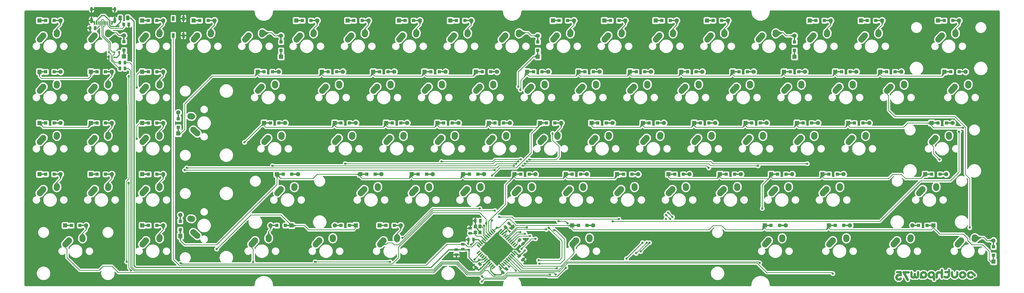
<source format=gbl>
G04 #@! TF.GenerationSoftware,KiCad,Pcbnew,(5.1.4)-1*
G04 #@! TF.CreationDate,2020-07-18T23:48:47-04:00*
G04 #@! TF.ProjectId,southpawpcb,736f7574-6870-4617-9770-63622e6b6963,rev?*
G04 #@! TF.SameCoordinates,Original*
G04 #@! TF.FileFunction,Copper,L2,Bot*
G04 #@! TF.FilePolarity,Positive*
%FSLAX46Y46*%
G04 Gerber Fmt 4.6, Leading zero omitted, Abs format (unit mm)*
G04 Created by KiCad (PCBNEW (5.1.4)-1) date 2020-07-18 23:48:47*
%MOMM*%
%LPD*%
G04 APERTURE LIST*
G04 #@! TA.AperFunction,EtchedComponent*
%ADD10C,0.010000*%
G04 #@! TD*
G04 #@! TA.AperFunction,Conductor*
%ADD11C,0.100000*%
G04 #@! TD*
G04 #@! TA.AperFunction,SMDPad,CuDef*
%ADD12C,0.975000*%
G04 #@! TD*
G04 #@! TA.AperFunction,ComponentPad*
%ADD13C,2.250000*%
G04 #@! TD*
G04 #@! TA.AperFunction,Conductor*
%ADD14C,2.250000*%
G04 #@! TD*
G04 #@! TA.AperFunction,SMDPad,CuDef*
%ADD15R,0.700000X1.000000*%
G04 #@! TD*
G04 #@! TA.AperFunction,SMDPad,CuDef*
%ADD16R,0.700000X0.600000*%
G04 #@! TD*
G04 #@! TA.AperFunction,SMDPad,CuDef*
%ADD17R,1.200000X1.400000*%
G04 #@! TD*
G04 #@! TA.AperFunction,ComponentPad*
%ADD18O,1.000000X1.600000*%
G04 #@! TD*
G04 #@! TA.AperFunction,ComponentPad*
%ADD19O,1.000000X2.100000*%
G04 #@! TD*
G04 #@! TA.AperFunction,SMDPad,CuDef*
%ADD20R,0.300000X1.450000*%
G04 #@! TD*
G04 #@! TA.AperFunction,SMDPad,CuDef*
%ADD21R,0.600000X1.450000*%
G04 #@! TD*
G04 #@! TA.AperFunction,SMDPad,CuDef*
%ADD22C,0.550000*%
G04 #@! TD*
G04 #@! TA.AperFunction,SMDPad,CuDef*
%ADD23C,1.250000*%
G04 #@! TD*
G04 #@! TA.AperFunction,Conductor*
%ADD24R,2.500000X0.500000*%
G04 #@! TD*
G04 #@! TA.AperFunction,ComponentPad*
%ADD25C,1.600000*%
G04 #@! TD*
G04 #@! TA.AperFunction,ComponentPad*
%ADD26R,1.600000X1.600000*%
G04 #@! TD*
G04 #@! TA.AperFunction,SMDPad,CuDef*
%ADD27R,1.200000X1.200000*%
G04 #@! TD*
G04 #@! TA.AperFunction,Conductor*
%ADD28R,0.500000X2.500000*%
G04 #@! TD*
G04 #@! TA.AperFunction,SMDPad,CuDef*
%ADD29R,1.000000X1.700000*%
G04 #@! TD*
G04 #@! TA.AperFunction,ViaPad*
%ADD30C,0.800000*%
G04 #@! TD*
G04 #@! TA.AperFunction,Conductor*
%ADD31C,0.250000*%
G04 #@! TD*
G04 #@! TA.AperFunction,Conductor*
%ADD32C,0.254000*%
G04 #@! TD*
G04 #@! TA.AperFunction,Conductor*
%ADD33C,0.381000*%
G04 #@! TD*
G04 #@! TA.AperFunction,Conductor*
%ADD34C,0.025400*%
G04 #@! TD*
G04 APERTURE END LIST*
D10*
G04 #@! TO.C,G\002A\002A\002A*
G36*
X301334124Y-1268912D02*
G01*
X301266390Y-1425054D01*
X301288930Y-1592593D01*
X301295792Y-1612957D01*
X301351304Y-1739753D01*
X301456150Y-1950485D01*
X301600029Y-2226573D01*
X301772640Y-2549437D01*
X301963681Y-2900495D01*
X302162853Y-3261167D01*
X302359853Y-3612872D01*
X302544381Y-3937030D01*
X302706136Y-4215059D01*
X302834818Y-4428378D01*
X302920124Y-4558408D01*
X302945054Y-4587875D01*
X303134692Y-4661921D01*
X303349197Y-4625796D01*
X303452371Y-4568399D01*
X303571323Y-4414600D01*
X303592979Y-4298524D01*
X303563344Y-4190858D01*
X303481009Y-3992335D01*
X303355321Y-3722912D01*
X303195624Y-3402543D01*
X303011265Y-3051185D01*
X302992446Y-3016250D01*
X302392434Y-1905000D01*
X303061801Y-1873250D01*
X303370980Y-1855375D01*
X303578247Y-1833293D01*
X303708686Y-1801885D01*
X303787381Y-1756028D01*
X303821084Y-1718238D01*
X303903889Y-1532748D01*
X303868137Y-1346037D01*
X303812150Y-1252379D01*
X303771991Y-1202066D01*
X303719971Y-1165394D01*
X303637214Y-1140208D01*
X303504846Y-1124355D01*
X303303990Y-1115680D01*
X303015771Y-1112031D01*
X302621314Y-1111252D01*
X302575364Y-1111250D01*
X301437428Y-1111250D01*
X301334124Y-1268912D01*
X301334124Y-1268912D01*
G37*
X301334124Y-1268912D02*
X301266390Y-1425054D01*
X301288930Y-1592593D01*
X301295792Y-1612957D01*
X301351304Y-1739753D01*
X301456150Y-1950485D01*
X301600029Y-2226573D01*
X301772640Y-2549437D01*
X301963681Y-2900495D01*
X302162853Y-3261167D01*
X302359853Y-3612872D01*
X302544381Y-3937030D01*
X302706136Y-4215059D01*
X302834818Y-4428378D01*
X302920124Y-4558408D01*
X302945054Y-4587875D01*
X303134692Y-4661921D01*
X303349197Y-4625796D01*
X303452371Y-4568399D01*
X303571323Y-4414600D01*
X303592979Y-4298524D01*
X303563344Y-4190858D01*
X303481009Y-3992335D01*
X303355321Y-3722912D01*
X303195624Y-3402543D01*
X303011265Y-3051185D01*
X302992446Y-3016250D01*
X302392434Y-1905000D01*
X303061801Y-1873250D01*
X303370980Y-1855375D01*
X303578247Y-1833293D01*
X303708686Y-1801885D01*
X303787381Y-1756028D01*
X303821084Y-1718238D01*
X303903889Y-1532748D01*
X303868137Y-1346037D01*
X303812150Y-1252379D01*
X303771991Y-1202066D01*
X303719971Y-1165394D01*
X303637214Y-1140208D01*
X303504846Y-1124355D01*
X303303990Y-1115680D01*
X303015771Y-1112031D01*
X302621314Y-1111252D01*
X302575364Y-1111250D01*
X301437428Y-1111250D01*
X301334124Y-1268912D01*
G36*
X311611990Y-1142508D02*
G01*
X311435357Y-1179969D01*
X311292608Y-1250157D01*
X311170536Y-1340393D01*
X310854128Y-1656937D01*
X310662156Y-1996967D01*
X310610001Y-2192228D01*
X310601579Y-2602332D01*
X310708217Y-2991979D01*
X310919078Y-3335425D01*
X311198549Y-3590343D01*
X311327100Y-3667775D01*
X311459716Y-3714662D01*
X311633436Y-3738342D01*
X311885300Y-3746153D01*
X311986723Y-3746500D01*
X312547000Y-3746500D01*
X312547000Y-4052299D01*
X312564539Y-4325322D01*
X312626181Y-4494966D01*
X312745470Y-4581120D01*
X312922459Y-4603750D01*
X313100596Y-4581534D01*
X313227641Y-4526742D01*
X313241545Y-4513266D01*
X313269779Y-4432677D01*
X313288929Y-4263660D01*
X313299407Y-3996367D01*
X313301622Y-3620947D01*
X313296945Y-3185797D01*
X313285147Y-2444750D01*
X312512364Y-2444750D01*
X312491219Y-2648476D01*
X312410199Y-2792316D01*
X312335641Y-2864239D01*
X312103736Y-2994117D01*
X311861063Y-3011927D01*
X311638049Y-2918296D01*
X311559718Y-2848227D01*
X311445865Y-2652653D01*
X311403927Y-2420477D01*
X311439296Y-2204388D01*
X311485395Y-2121747D01*
X311688285Y-1948619D01*
X311929368Y-1882097D01*
X312175967Y-1925889D01*
X312335641Y-2025260D01*
X312458226Y-2162707D01*
X312507216Y-2327476D01*
X312512364Y-2444750D01*
X313285147Y-2444750D01*
X313277250Y-1948812D01*
X313077326Y-1673042D01*
X312814955Y-1385980D01*
X312513002Y-1207261D01*
X312149963Y-1127103D01*
X311869036Y-1123313D01*
X311611990Y-1142508D01*
X311611990Y-1142508D01*
G37*
X311611990Y-1142508D02*
X311435357Y-1179969D01*
X311292608Y-1250157D01*
X311170536Y-1340393D01*
X310854128Y-1656937D01*
X310662156Y-1996967D01*
X310610001Y-2192228D01*
X310601579Y-2602332D01*
X310708217Y-2991979D01*
X310919078Y-3335425D01*
X311198549Y-3590343D01*
X311327100Y-3667775D01*
X311459716Y-3714662D01*
X311633436Y-3738342D01*
X311885300Y-3746153D01*
X311986723Y-3746500D01*
X312547000Y-3746500D01*
X312547000Y-4052299D01*
X312564539Y-4325322D01*
X312626181Y-4494966D01*
X312745470Y-4581120D01*
X312922459Y-4603750D01*
X313100596Y-4581534D01*
X313227641Y-4526742D01*
X313241545Y-4513266D01*
X313269779Y-4432677D01*
X313288929Y-4263660D01*
X313299407Y-3996367D01*
X313301622Y-3620947D01*
X313296945Y-3185797D01*
X313285147Y-2444750D01*
X312512364Y-2444750D01*
X312491219Y-2648476D01*
X312410199Y-2792316D01*
X312335641Y-2864239D01*
X312103736Y-2994117D01*
X311861063Y-3011927D01*
X311638049Y-2918296D01*
X311559718Y-2848227D01*
X311445865Y-2652653D01*
X311403927Y-2420477D01*
X311439296Y-2204388D01*
X311485395Y-2121747D01*
X311688285Y-1948619D01*
X311929368Y-1882097D01*
X312175967Y-1925889D01*
X312335641Y-2025260D01*
X312458226Y-2162707D01*
X312507216Y-2327476D01*
X312512364Y-2444750D01*
X313285147Y-2444750D01*
X313277250Y-1948812D01*
X313077326Y-1673042D01*
X312814955Y-1385980D01*
X312513002Y-1207261D01*
X312149963Y-1127103D01*
X311869036Y-1123313D01*
X311611990Y-1142508D01*
G36*
X299899467Y-1047750D02*
G01*
X299546503Y-1049660D01*
X299298298Y-1057175D01*
X299132646Y-1072973D01*
X299027338Y-1099729D01*
X298960169Y-1140121D01*
X298936092Y-1163875D01*
X298844815Y-1344633D01*
X298849936Y-1543206D01*
X298947126Y-1704658D01*
X299037533Y-1758199D01*
X299182009Y-1790871D01*
X299406895Y-1806636D01*
X299645626Y-1809749D01*
X299919247Y-1810955D01*
X300090079Y-1818971D01*
X300182332Y-1840397D01*
X300220217Y-1881834D01*
X300227943Y-1949879D01*
X300228000Y-1968500D01*
X300220455Y-2054840D01*
X300178406Y-2102373D01*
X300072733Y-2122646D01*
X299874316Y-2127206D01*
X299827683Y-2127250D01*
X299569125Y-2139097D01*
X299374638Y-2185560D01*
X299182609Y-2283022D01*
X299138334Y-2310548D01*
X298859895Y-2555513D01*
X298675505Y-2861160D01*
X298585165Y-3202828D01*
X298588874Y-3555855D01*
X298686632Y-3895578D01*
X298878440Y-4197335D01*
X299138334Y-4420451D01*
X299342272Y-4532434D01*
X299535132Y-4586836D01*
X299781845Y-4601059D01*
X299811808Y-4600943D01*
X300184738Y-4561987D01*
X300426689Y-4476369D01*
X300646192Y-4327129D01*
X300831837Y-4141362D01*
X300955216Y-3952208D01*
X300990000Y-3819257D01*
X300942577Y-3597821D01*
X300816632Y-3456596D01*
X300636651Y-3401506D01*
X300427119Y-3438477D01*
X300212524Y-3573435D01*
X300164500Y-3619500D01*
X299983291Y-3778591D01*
X299831875Y-3832066D01*
X299677609Y-3784902D01*
X299569814Y-3710141D01*
X299436065Y-3550112D01*
X299402500Y-3365499D01*
X299437705Y-3163266D01*
X299551508Y-3021812D01*
X299756188Y-2934305D01*
X300064026Y-2893913D01*
X300258472Y-2889249D01*
X300541981Y-2884288D01*
X300740813Y-2856663D01*
X300869973Y-2787261D01*
X300944466Y-2656971D01*
X300979296Y-2446679D01*
X300989469Y-2137274D01*
X300990000Y-1957466D01*
X300988636Y-1627667D01*
X300972762Y-1389047D01*
X300924708Y-1226864D01*
X300826803Y-1126378D01*
X300661375Y-1072849D01*
X300410755Y-1051534D01*
X300057270Y-1047693D01*
X299899467Y-1047750D01*
X299899467Y-1047750D01*
G37*
X299899467Y-1047750D02*
X299546503Y-1049660D01*
X299298298Y-1057175D01*
X299132646Y-1072973D01*
X299027338Y-1099729D01*
X298960169Y-1140121D01*
X298936092Y-1163875D01*
X298844815Y-1344633D01*
X298849936Y-1543206D01*
X298947126Y-1704658D01*
X299037533Y-1758199D01*
X299182009Y-1790871D01*
X299406895Y-1806636D01*
X299645626Y-1809749D01*
X299919247Y-1810955D01*
X300090079Y-1818971D01*
X300182332Y-1840397D01*
X300220217Y-1881834D01*
X300227943Y-1949879D01*
X300228000Y-1968500D01*
X300220455Y-2054840D01*
X300178406Y-2102373D01*
X300072733Y-2122646D01*
X299874316Y-2127206D01*
X299827683Y-2127250D01*
X299569125Y-2139097D01*
X299374638Y-2185560D01*
X299182609Y-2283022D01*
X299138334Y-2310548D01*
X298859895Y-2555513D01*
X298675505Y-2861160D01*
X298585165Y-3202828D01*
X298588874Y-3555855D01*
X298686632Y-3895578D01*
X298878440Y-4197335D01*
X299138334Y-4420451D01*
X299342272Y-4532434D01*
X299535132Y-4586836D01*
X299781845Y-4601059D01*
X299811808Y-4600943D01*
X300184738Y-4561987D01*
X300426689Y-4476369D01*
X300646192Y-4327129D01*
X300831837Y-4141362D01*
X300955216Y-3952208D01*
X300990000Y-3819257D01*
X300942577Y-3597821D01*
X300816632Y-3456596D01*
X300636651Y-3401506D01*
X300427119Y-3438477D01*
X300212524Y-3573435D01*
X300164500Y-3619500D01*
X299983291Y-3778591D01*
X299831875Y-3832066D01*
X299677609Y-3784902D01*
X299569814Y-3710141D01*
X299436065Y-3550112D01*
X299402500Y-3365499D01*
X299437705Y-3163266D01*
X299551508Y-3021812D01*
X299756188Y-2934305D01*
X300064026Y-2893913D01*
X300258472Y-2889249D01*
X300541981Y-2884288D01*
X300740813Y-2856663D01*
X300869973Y-2787261D01*
X300944466Y-2656971D01*
X300979296Y-2446679D01*
X300989469Y-2137274D01*
X300990000Y-1957466D01*
X300988636Y-1627667D01*
X300972762Y-1389047D01*
X300924708Y-1226864D01*
X300826803Y-1126378D01*
X300661375Y-1072849D01*
X300410755Y-1051534D01*
X300057270Y-1047693D01*
X299899467Y-1047750D01*
G36*
X326217355Y-1136224D02*
G01*
X325941745Y-1210519D01*
X325895346Y-1232070D01*
X325570316Y-1461873D01*
X325338220Y-1755892D01*
X325199110Y-2092554D01*
X325153040Y-2450287D01*
X325200064Y-2807520D01*
X325340235Y-3142680D01*
X325573607Y-3434195D01*
X325889334Y-3654991D01*
X326194532Y-3753525D01*
X326548583Y-3781167D01*
X326898769Y-3738798D01*
X327181852Y-3633375D01*
X327361274Y-3505835D01*
X327502245Y-3361271D01*
X327529798Y-3319829D01*
X327587346Y-3193356D01*
X327574268Y-3094268D01*
X327493576Y-2971535D01*
X327317840Y-2813132D01*
X327121408Y-2779923D01*
X326907611Y-2872393D01*
X326891926Y-2883700D01*
X326643526Y-3001963D01*
X326397305Y-2995157D01*
X326166819Y-2864228D01*
X326131116Y-2830634D01*
X325976773Y-2608342D01*
X325948889Y-2381147D01*
X326047464Y-2155854D01*
X326131116Y-2058865D01*
X326284336Y-1928206D01*
X326429576Y-1866159D01*
X326584353Y-1878472D01*
X326766186Y-1970891D01*
X326992594Y-2149163D01*
X327281093Y-2419035D01*
X327307375Y-2444750D01*
X327561891Y-2689382D01*
X327749062Y-2854887D01*
X327887943Y-2955216D01*
X327997593Y-3004321D01*
X328088036Y-3016250D01*
X328306722Y-2966651D01*
X328444384Y-2828044D01*
X328485500Y-2645335D01*
X328463016Y-2547619D01*
X328387278Y-2421773D01*
X328245861Y-2251911D01*
X328026339Y-2022145D01*
X327898125Y-1894346D01*
X327657905Y-1664844D01*
X327430520Y-1461065D01*
X327240682Y-1304305D01*
X327113102Y-1215864D01*
X327107529Y-1212975D01*
X326854442Y-1136598D01*
X326539652Y-1111298D01*
X326217355Y-1136224D01*
X326217355Y-1136224D01*
G37*
X326217355Y-1136224D02*
X325941745Y-1210519D01*
X325895346Y-1232070D01*
X325570316Y-1461873D01*
X325338220Y-1755892D01*
X325199110Y-2092554D01*
X325153040Y-2450287D01*
X325200064Y-2807520D01*
X325340235Y-3142680D01*
X325573607Y-3434195D01*
X325889334Y-3654991D01*
X326194532Y-3753525D01*
X326548583Y-3781167D01*
X326898769Y-3738798D01*
X327181852Y-3633375D01*
X327361274Y-3505835D01*
X327502245Y-3361271D01*
X327529798Y-3319829D01*
X327587346Y-3193356D01*
X327574268Y-3094268D01*
X327493576Y-2971535D01*
X327317840Y-2813132D01*
X327121408Y-2779923D01*
X326907611Y-2872393D01*
X326891926Y-2883700D01*
X326643526Y-3001963D01*
X326397305Y-2995157D01*
X326166819Y-2864228D01*
X326131116Y-2830634D01*
X325976773Y-2608342D01*
X325948889Y-2381147D01*
X326047464Y-2155854D01*
X326131116Y-2058865D01*
X326284336Y-1928206D01*
X326429576Y-1866159D01*
X326584353Y-1878472D01*
X326766186Y-1970891D01*
X326992594Y-2149163D01*
X327281093Y-2419035D01*
X327307375Y-2444750D01*
X327561891Y-2689382D01*
X327749062Y-2854887D01*
X327887943Y-2955216D01*
X327997593Y-3004321D01*
X328088036Y-3016250D01*
X328306722Y-2966651D01*
X328444384Y-2828044D01*
X328485500Y-2645335D01*
X328463016Y-2547619D01*
X328387278Y-2421773D01*
X328245861Y-2251911D01*
X328026339Y-2022145D01*
X327898125Y-1894346D01*
X327657905Y-1664844D01*
X327430520Y-1461065D01*
X327240682Y-1304305D01*
X327113102Y-1215864D01*
X327107529Y-1212975D01*
X326854442Y-1136598D01*
X326539652Y-1111298D01*
X326217355Y-1136224D01*
G36*
X323143219Y-1167175D02*
G01*
X322839668Y-1286826D01*
X322762237Y-1335421D01*
X322468247Y-1606823D01*
X322286055Y-1932255D01*
X322211412Y-2320871D01*
X322211914Y-2521388D01*
X322287727Y-2943364D01*
X322460895Y-3287402D01*
X322723237Y-3545738D01*
X323066568Y-3710603D01*
X323482708Y-3774234D01*
X323532500Y-3774719D01*
X323782433Y-3760900D01*
X324008963Y-3726538D01*
X324135750Y-3689319D01*
X324310720Y-3585478D01*
X324487416Y-3442215D01*
X324506772Y-3423250D01*
X324750633Y-3096327D01*
X324883266Y-2736076D01*
X324903087Y-2441735D01*
X324104000Y-2441735D01*
X324050971Y-2694508D01*
X323910689Y-2881595D01*
X323711360Y-2990203D01*
X323481192Y-3007540D01*
X323248394Y-2920815D01*
X323172360Y-2864239D01*
X323049775Y-2726792D01*
X323000785Y-2562023D01*
X322995637Y-2444750D01*
X323047218Y-2187107D01*
X323184445Y-2001202D01*
X323381039Y-1898752D01*
X323610726Y-1891474D01*
X323847228Y-1991084D01*
X323908628Y-2037644D01*
X324047581Y-2186851D01*
X324100133Y-2353627D01*
X324104000Y-2441735D01*
X324903087Y-2441735D01*
X324908376Y-2363202D01*
X324829667Y-1998411D01*
X324650844Y-1662406D01*
X324375611Y-1375892D01*
X324110226Y-1206988D01*
X323825814Y-1122747D01*
X323487706Y-1110979D01*
X323143219Y-1167175D01*
X323143219Y-1167175D01*
G37*
X323143219Y-1167175D02*
X322839668Y-1286826D01*
X322762237Y-1335421D01*
X322468247Y-1606823D01*
X322286055Y-1932255D01*
X322211412Y-2320871D01*
X322211914Y-2521388D01*
X322287727Y-2943364D01*
X322460895Y-3287402D01*
X322723237Y-3545738D01*
X323066568Y-3710603D01*
X323482708Y-3774234D01*
X323532500Y-3774719D01*
X323782433Y-3760900D01*
X324008963Y-3726538D01*
X324135750Y-3689319D01*
X324310720Y-3585478D01*
X324487416Y-3442215D01*
X324506772Y-3423250D01*
X324750633Y-3096327D01*
X324883266Y-2736076D01*
X324903087Y-2441735D01*
X324104000Y-2441735D01*
X324050971Y-2694508D01*
X323910689Y-2881595D01*
X323711360Y-2990203D01*
X323481192Y-3007540D01*
X323248394Y-2920815D01*
X323172360Y-2864239D01*
X323049775Y-2726792D01*
X323000785Y-2562023D01*
X322995637Y-2444750D01*
X323047218Y-2187107D01*
X323184445Y-2001202D01*
X323381039Y-1898752D01*
X323610726Y-1891474D01*
X323847228Y-1991084D01*
X323908628Y-2037644D01*
X324047581Y-2186851D01*
X324100133Y-2353627D01*
X324104000Y-2441735D01*
X324903087Y-2441735D01*
X324908376Y-2363202D01*
X324829667Y-1998411D01*
X324650844Y-1662406D01*
X324375611Y-1375892D01*
X324110226Y-1206988D01*
X323825814Y-1122747D01*
X323487706Y-1110979D01*
X323143219Y-1167175D01*
G36*
X321328765Y-1143222D02*
G01*
X321261176Y-1190625D01*
X321232091Y-1284275D01*
X321204476Y-1474349D01*
X321182017Y-1730289D01*
X321171164Y-1936750D01*
X321148988Y-2303618D01*
X321110081Y-2566071D01*
X321046673Y-2746374D01*
X320950998Y-2866795D01*
X320818310Y-2948231D01*
X320555492Y-3012375D01*
X320314963Y-2952085D01*
X320186539Y-2863103D01*
X320109148Y-2790440D01*
X320056777Y-2713003D01*
X320023012Y-2604123D01*
X320001443Y-2437128D01*
X319985656Y-2185346D01*
X319976623Y-1989978D01*
X319959519Y-1694743D01*
X319937436Y-1443154D01*
X319913405Y-1264287D01*
X319893378Y-1190624D01*
X319789041Y-1129720D01*
X319621382Y-1114076D01*
X319444987Y-1141770D01*
X319314445Y-1210877D01*
X319314286Y-1211035D01*
X319269396Y-1282120D01*
X319239655Y-1403444D01*
X319222462Y-1597103D01*
X319215213Y-1885197D01*
X319214500Y-2058298D01*
X319217279Y-2392007D01*
X319228591Y-2629819D01*
X319252900Y-2802772D01*
X319294670Y-2941903D01*
X319358365Y-3078250D01*
X319362251Y-3085637D01*
X319509520Y-3297057D01*
X319704339Y-3496372D01*
X319779002Y-3554968D01*
X319950227Y-3661301D01*
X320118120Y-3722880D01*
X320332757Y-3754160D01*
X320504377Y-3764381D01*
X320814485Y-3764324D01*
X321034090Y-3729365D01*
X321151250Y-3682022D01*
X321487750Y-3439585D01*
X321747657Y-3126302D01*
X321824613Y-2984500D01*
X321886046Y-2785811D01*
X321928056Y-2517825D01*
X321950568Y-2211834D01*
X321953506Y-1899129D01*
X321936795Y-1611002D01*
X321900360Y-1378746D01*
X321844125Y-1233651D01*
X321828875Y-1216341D01*
X321679090Y-1139130D01*
X321493566Y-1113905D01*
X321328765Y-1143222D01*
X321328765Y-1143222D01*
G37*
X321328765Y-1143222D02*
X321261176Y-1190625D01*
X321232091Y-1284275D01*
X321204476Y-1474349D01*
X321182017Y-1730289D01*
X321171164Y-1936750D01*
X321148988Y-2303618D01*
X321110081Y-2566071D01*
X321046673Y-2746374D01*
X320950998Y-2866795D01*
X320818310Y-2948231D01*
X320555492Y-3012375D01*
X320314963Y-2952085D01*
X320186539Y-2863103D01*
X320109148Y-2790440D01*
X320056777Y-2713003D01*
X320023012Y-2604123D01*
X320001443Y-2437128D01*
X319985656Y-2185346D01*
X319976623Y-1989978D01*
X319959519Y-1694743D01*
X319937436Y-1443154D01*
X319913405Y-1264287D01*
X319893378Y-1190624D01*
X319789041Y-1129720D01*
X319621382Y-1114076D01*
X319444987Y-1141770D01*
X319314445Y-1210877D01*
X319314286Y-1211035D01*
X319269396Y-1282120D01*
X319239655Y-1403444D01*
X319222462Y-1597103D01*
X319215213Y-1885197D01*
X319214500Y-2058298D01*
X319217279Y-2392007D01*
X319228591Y-2629819D01*
X319252900Y-2802772D01*
X319294670Y-2941903D01*
X319358365Y-3078250D01*
X319362251Y-3085637D01*
X319509520Y-3297057D01*
X319704339Y-3496372D01*
X319779002Y-3554968D01*
X319950227Y-3661301D01*
X320118120Y-3722880D01*
X320332757Y-3754160D01*
X320504377Y-3764381D01*
X320814485Y-3764324D01*
X321034090Y-3729365D01*
X321151250Y-3682022D01*
X321487750Y-3439585D01*
X321747657Y-3126302D01*
X321824613Y-2984500D01*
X321886046Y-2785811D01*
X321928056Y-2517825D01*
X321950568Y-2211834D01*
X321953506Y-1899129D01*
X321936795Y-1611002D01*
X321900360Y-1378746D01*
X321844125Y-1233651D01*
X321828875Y-1216341D01*
X321679090Y-1139130D01*
X321493566Y-1113905D01*
X321328765Y-1143222D01*
G36*
X318344231Y-303195D02*
G01*
X318214269Y-358996D01*
X318211201Y-361949D01*
X318165907Y-467334D01*
X318138613Y-646790D01*
X318135000Y-742949D01*
X318135000Y-1047750D01*
X317573342Y-1047750D01*
X317239867Y-1059778D01*
X317013869Y-1101880D01*
X316877585Y-1183078D01*
X316813247Y-1312396D01*
X316801500Y-1439783D01*
X316828340Y-1599314D01*
X316919918Y-1708179D01*
X317092818Y-1774129D01*
X317363629Y-1804917D01*
X317593069Y-1809750D01*
X318152388Y-1809750D01*
X318118144Y-2236353D01*
X318092112Y-2477342D01*
X318050799Y-2634069D01*
X317977776Y-2749267D01*
X317886199Y-2839603D01*
X317676058Y-2977223D01*
X317459974Y-3004734D01*
X317211138Y-2923380D01*
X317121130Y-2875084D01*
X316878349Y-2784223D01*
X316669804Y-2800433D01*
X316514772Y-2919253D01*
X316458729Y-3028335D01*
X316444394Y-3230583D01*
X316535724Y-3411660D01*
X316712169Y-3564478D01*
X316953176Y-3681947D01*
X317238194Y-3756978D01*
X317546672Y-3782481D01*
X317858058Y-3751368D01*
X318151801Y-3656548D01*
X318204388Y-3630499D01*
X318415386Y-3483503D01*
X318614889Y-3288654D01*
X318674750Y-3212506D01*
X318865250Y-2942262D01*
X318884945Y-1704489D01*
X318889767Y-1223937D01*
X318886701Y-860314D01*
X318875337Y-603772D01*
X318855263Y-444461D01*
X318829545Y-376233D01*
X318710766Y-313174D01*
X318529362Y-288374D01*
X318344231Y-303195D01*
X318344231Y-303195D01*
G37*
X318344231Y-303195D02*
X318214269Y-358996D01*
X318211201Y-361949D01*
X318165907Y-467334D01*
X318138613Y-646790D01*
X318135000Y-742949D01*
X318135000Y-1047750D01*
X317573342Y-1047750D01*
X317239867Y-1059778D01*
X317013869Y-1101880D01*
X316877585Y-1183078D01*
X316813247Y-1312396D01*
X316801500Y-1439783D01*
X316828340Y-1599314D01*
X316919918Y-1708179D01*
X317092818Y-1774129D01*
X317363629Y-1804917D01*
X317593069Y-1809750D01*
X318152388Y-1809750D01*
X318118144Y-2236353D01*
X318092112Y-2477342D01*
X318050799Y-2634069D01*
X317977776Y-2749267D01*
X317886199Y-2839603D01*
X317676058Y-2977223D01*
X317459974Y-3004734D01*
X317211138Y-2923380D01*
X317121130Y-2875084D01*
X316878349Y-2784223D01*
X316669804Y-2800433D01*
X316514772Y-2919253D01*
X316458729Y-3028335D01*
X316444394Y-3230583D01*
X316535724Y-3411660D01*
X316712169Y-3564478D01*
X316953176Y-3681947D01*
X317238194Y-3756978D01*
X317546672Y-3782481D01*
X317858058Y-3751368D01*
X318151801Y-3656548D01*
X318204388Y-3630499D01*
X318415386Y-3483503D01*
X318614889Y-3288654D01*
X318674750Y-3212506D01*
X318865250Y-2942262D01*
X318884945Y-1704489D01*
X318889767Y-1223937D01*
X318886701Y-860314D01*
X318875337Y-603772D01*
X318855263Y-444461D01*
X318829545Y-376233D01*
X318710766Y-313174D01*
X318529362Y-288374D01*
X318344231Y-303195D01*
G36*
X315645076Y-347457D02*
G01*
X315573092Y-401875D01*
X315494438Y-571544D01*
X315468000Y-832575D01*
X315468000Y-1147151D01*
X315029299Y-1122362D01*
X314652573Y-1123643D01*
X314358754Y-1184236D01*
X314112786Y-1316400D01*
X313890420Y-1520593D01*
X313726420Y-1724089D01*
X313613833Y-1936643D01*
X313544191Y-2187961D01*
X313509030Y-2507746D01*
X313499855Y-2890995D01*
X313509806Y-3251537D01*
X313545447Y-3503410D01*
X313614718Y-3663702D01*
X313725562Y-3749498D01*
X313885921Y-3777884D01*
X313912250Y-3778250D01*
X314076696Y-3757961D01*
X314192444Y-3685668D01*
X314267162Y-3544227D01*
X314308514Y-3316497D01*
X314324167Y-2985333D01*
X314325000Y-2855251D01*
X314326728Y-2562542D01*
X314336241Y-2367229D01*
X314360038Y-2239713D01*
X314404614Y-2150396D01*
X314476467Y-2069680D01*
X314503100Y-2043880D01*
X314729107Y-1901723D01*
X314970111Y-1882555D01*
X315207845Y-1986800D01*
X315257962Y-2026396D01*
X315334496Y-2098030D01*
X315386558Y-2174143D01*
X315420314Y-2280928D01*
X315441934Y-2444578D01*
X315457584Y-2691289D01*
X315467878Y-2917851D01*
X315486125Y-3262612D01*
X315512480Y-3500262D01*
X315556808Y-3650678D01*
X315628973Y-3733736D01*
X315738839Y-3769313D01*
X315894391Y-3777277D01*
X316083819Y-3737728D01*
X316164266Y-3655424D01*
X316186969Y-3550565D01*
X316205056Y-3343757D01*
X316218594Y-3056324D01*
X316227652Y-2709590D01*
X316232297Y-2324879D01*
X316232596Y-1923516D01*
X316228618Y-1526824D01*
X316220430Y-1156128D01*
X316208101Y-832753D01*
X316191697Y-578022D01*
X316171287Y-413259D01*
X316153800Y-361949D01*
X316012238Y-296837D01*
X315822514Y-293391D01*
X315645076Y-347457D01*
X315645076Y-347457D01*
G37*
X315645076Y-347457D02*
X315573092Y-401875D01*
X315494438Y-571544D01*
X315468000Y-832575D01*
X315468000Y-1147151D01*
X315029299Y-1122362D01*
X314652573Y-1123643D01*
X314358754Y-1184236D01*
X314112786Y-1316400D01*
X313890420Y-1520593D01*
X313726420Y-1724089D01*
X313613833Y-1936643D01*
X313544191Y-2187961D01*
X313509030Y-2507746D01*
X313499855Y-2890995D01*
X313509806Y-3251537D01*
X313545447Y-3503410D01*
X313614718Y-3663702D01*
X313725562Y-3749498D01*
X313885921Y-3777884D01*
X313912250Y-3778250D01*
X314076696Y-3757961D01*
X314192444Y-3685668D01*
X314267162Y-3544227D01*
X314308514Y-3316497D01*
X314324167Y-2985333D01*
X314325000Y-2855251D01*
X314326728Y-2562542D01*
X314336241Y-2367229D01*
X314360038Y-2239713D01*
X314404614Y-2150396D01*
X314476467Y-2069680D01*
X314503100Y-2043880D01*
X314729107Y-1901723D01*
X314970111Y-1882555D01*
X315207845Y-1986800D01*
X315257962Y-2026396D01*
X315334496Y-2098030D01*
X315386558Y-2174143D01*
X315420314Y-2280928D01*
X315441934Y-2444578D01*
X315457584Y-2691289D01*
X315467878Y-2917851D01*
X315486125Y-3262612D01*
X315512480Y-3500262D01*
X315556808Y-3650678D01*
X315628973Y-3733736D01*
X315738839Y-3769313D01*
X315894391Y-3777277D01*
X316083819Y-3737728D01*
X316164266Y-3655424D01*
X316186969Y-3550565D01*
X316205056Y-3343757D01*
X316218594Y-3056324D01*
X316227652Y-2709590D01*
X316232297Y-2324879D01*
X316232596Y-1923516D01*
X316228618Y-1526824D01*
X316220430Y-1156128D01*
X316208101Y-832753D01*
X316191697Y-578022D01*
X316171287Y-413259D01*
X316153800Y-361949D01*
X316012238Y-296837D01*
X315822514Y-293391D01*
X315645076Y-347457D01*
G36*
X308784031Y-1120490D02*
G01*
X308603192Y-1159663D01*
X308430192Y-1245944D01*
X308319975Y-1317625D01*
X308102948Y-1485683D01*
X307946689Y-1666489D01*
X307841063Y-1885111D01*
X307775934Y-2166613D01*
X307741166Y-2536065D01*
X307731684Y-2772598D01*
X307725693Y-3152775D01*
X307737127Y-3424206D01*
X307772510Y-3604679D01*
X307838363Y-3711977D01*
X307941210Y-3763888D01*
X308087573Y-3778196D01*
X308100487Y-3778250D01*
X308268377Y-3763946D01*
X308375013Y-3728453D01*
X308386251Y-3717176D01*
X308474558Y-3688752D01*
X308584632Y-3717176D01*
X308806883Y-3764002D01*
X309090833Y-3774656D01*
X309380352Y-3751374D01*
X309619313Y-3696392D01*
X309673228Y-3673815D01*
X309973540Y-3462137D01*
X310218149Y-3166926D01*
X310384622Y-2823643D01*
X310450524Y-2467746D01*
X310450587Y-2462331D01*
X309625982Y-2462331D01*
X309574151Y-2670414D01*
X309454722Y-2847914D01*
X309284758Y-2973267D01*
X309081324Y-3024913D01*
X308861484Y-2981290D01*
X308759881Y-2923529D01*
X308590034Y-2737021D01*
X308513235Y-2502720D01*
X308542952Y-2263241D01*
X308547548Y-2251720D01*
X308695972Y-2028162D01*
X308899226Y-1900148D01*
X309128707Y-1874305D01*
X309355812Y-1957258D01*
X309458591Y-2040659D01*
X309593150Y-2245225D01*
X309625982Y-2462331D01*
X310450587Y-2462331D01*
X310450792Y-2444750D01*
X310396259Y-2108960D01*
X310248269Y-1775335D01*
X310030241Y-1480093D01*
X309765592Y-1259451D01*
X309643915Y-1196792D01*
X309469090Y-1150690D01*
X309227456Y-1119633D01*
X309031966Y-1111250D01*
X308784031Y-1120490D01*
X308784031Y-1120490D01*
G37*
X308784031Y-1120490D02*
X308603192Y-1159663D01*
X308430192Y-1245944D01*
X308319975Y-1317625D01*
X308102948Y-1485683D01*
X307946689Y-1666489D01*
X307841063Y-1885111D01*
X307775934Y-2166613D01*
X307741166Y-2536065D01*
X307731684Y-2772598D01*
X307725693Y-3152775D01*
X307737127Y-3424206D01*
X307772510Y-3604679D01*
X307838363Y-3711977D01*
X307941210Y-3763888D01*
X308087573Y-3778196D01*
X308100487Y-3778250D01*
X308268377Y-3763946D01*
X308375013Y-3728453D01*
X308386251Y-3717176D01*
X308474558Y-3688752D01*
X308584632Y-3717176D01*
X308806883Y-3764002D01*
X309090833Y-3774656D01*
X309380352Y-3751374D01*
X309619313Y-3696392D01*
X309673228Y-3673815D01*
X309973540Y-3462137D01*
X310218149Y-3166926D01*
X310384622Y-2823643D01*
X310450524Y-2467746D01*
X310450587Y-2462331D01*
X309625982Y-2462331D01*
X309574151Y-2670414D01*
X309454722Y-2847914D01*
X309284758Y-2973267D01*
X309081324Y-3024913D01*
X308861484Y-2981290D01*
X308759881Y-2923529D01*
X308590034Y-2737021D01*
X308513235Y-2502720D01*
X308542952Y-2263241D01*
X308547548Y-2251720D01*
X308695972Y-2028162D01*
X308899226Y-1900148D01*
X309128707Y-1874305D01*
X309355812Y-1957258D01*
X309458591Y-2040659D01*
X309593150Y-2245225D01*
X309625982Y-2462331D01*
X310450587Y-2462331D01*
X310450792Y-2444750D01*
X310396259Y-2108960D01*
X310248269Y-1775335D01*
X310030241Y-1480093D01*
X309765592Y-1259451D01*
X309643915Y-1196792D01*
X309469090Y-1150690D01*
X309227456Y-1119633D01*
X309031966Y-1111250D01*
X308784031Y-1120490D01*
G36*
X306872530Y-1118286D02*
G01*
X306729306Y-1176937D01*
X306717701Y-1187449D01*
X306679869Y-1291468D01*
X306654986Y-1516293D01*
X306642853Y-1864189D01*
X306641500Y-2068674D01*
X306636723Y-2446531D01*
X306618960Y-2713765D01*
X306583067Y-2886513D01*
X306523898Y-2980912D01*
X306436308Y-3013096D01*
X306342926Y-3005009D01*
X306284153Y-2974581D01*
X306244904Y-2893552D01*
X306218441Y-2736890D01*
X306198025Y-2479568D01*
X306197000Y-2462926D01*
X306174914Y-2213874D01*
X306144339Y-2012844D01*
X306110931Y-1894399D01*
X306101750Y-1880654D01*
X305921114Y-1784556D01*
X305712134Y-1787192D01*
X305557986Y-1863570D01*
X305476908Y-1945175D01*
X305425641Y-2051718D01*
X305394117Y-2216795D01*
X305372272Y-2474002D01*
X305371500Y-2485999D01*
X305350479Y-2742817D01*
X305323000Y-2898106D01*
X305281902Y-2977337D01*
X305225575Y-3005015D01*
X305111705Y-3010788D01*
X305030350Y-2967184D01*
X304976362Y-2858066D01*
X304944598Y-2667298D01*
X304929912Y-2378743D01*
X304927000Y-2068674D01*
X304923761Y-1700679D01*
X304909400Y-1440953D01*
X304876948Y-1270836D01*
X304819441Y-1171664D01*
X304729912Y-1124776D01*
X304601392Y-1111510D01*
X304569586Y-1111250D01*
X304420915Y-1121261D01*
X304313626Y-1162985D01*
X304241082Y-1253954D01*
X304196650Y-1411702D01*
X304173694Y-1653763D01*
X304165579Y-1997669D01*
X304165000Y-2180401D01*
X304171619Y-2609529D01*
X304195990Y-2934304D01*
X304244886Y-3176898D01*
X304325080Y-3359483D01*
X304443346Y-3504232D01*
X304606457Y-3633315D01*
X304609468Y-3635375D01*
X304818177Y-3727002D01*
X305081972Y-3775137D01*
X305351953Y-3777269D01*
X305579221Y-3730889D01*
X305660673Y-3689344D01*
X305775406Y-3632821D01*
X305878417Y-3667826D01*
X305909188Y-3689344D01*
X306082173Y-3756003D01*
X306325951Y-3779294D01*
X306592601Y-3760966D01*
X306834200Y-3702768D01*
X306943706Y-3651593D01*
X307112600Y-3533391D01*
X307235062Y-3401287D01*
X307318222Y-3233295D01*
X307369206Y-3007429D01*
X307395144Y-2701702D01*
X307403165Y-2294128D01*
X307403263Y-2234200D01*
X307398733Y-1902453D01*
X307386143Y-1609616D01*
X307367273Y-1382854D01*
X307343902Y-1249330D01*
X307337766Y-1234075D01*
X307231086Y-1150940D01*
X307057899Y-1110982D01*
X306872530Y-1118286D01*
X306872530Y-1118286D01*
G37*
X306872530Y-1118286D02*
X306729306Y-1176937D01*
X306717701Y-1187449D01*
X306679869Y-1291468D01*
X306654986Y-1516293D01*
X306642853Y-1864189D01*
X306641500Y-2068674D01*
X306636723Y-2446531D01*
X306618960Y-2713765D01*
X306583067Y-2886513D01*
X306523898Y-2980912D01*
X306436308Y-3013096D01*
X306342926Y-3005009D01*
X306284153Y-2974581D01*
X306244904Y-2893552D01*
X306218441Y-2736890D01*
X306198025Y-2479568D01*
X306197000Y-2462926D01*
X306174914Y-2213874D01*
X306144339Y-2012844D01*
X306110931Y-1894399D01*
X306101750Y-1880654D01*
X305921114Y-1784556D01*
X305712134Y-1787192D01*
X305557986Y-1863570D01*
X305476908Y-1945175D01*
X305425641Y-2051718D01*
X305394117Y-2216795D01*
X305372272Y-2474002D01*
X305371500Y-2485999D01*
X305350479Y-2742817D01*
X305323000Y-2898106D01*
X305281902Y-2977337D01*
X305225575Y-3005015D01*
X305111705Y-3010788D01*
X305030350Y-2967184D01*
X304976362Y-2858066D01*
X304944598Y-2667298D01*
X304929912Y-2378743D01*
X304927000Y-2068674D01*
X304923761Y-1700679D01*
X304909400Y-1440953D01*
X304876948Y-1270836D01*
X304819441Y-1171664D01*
X304729912Y-1124776D01*
X304601392Y-1111510D01*
X304569586Y-1111250D01*
X304420915Y-1121261D01*
X304313626Y-1162985D01*
X304241082Y-1253954D01*
X304196650Y-1411702D01*
X304173694Y-1653763D01*
X304165579Y-1997669D01*
X304165000Y-2180401D01*
X304171619Y-2609529D01*
X304195990Y-2934304D01*
X304244886Y-3176898D01*
X304325080Y-3359483D01*
X304443346Y-3504232D01*
X304606457Y-3633315D01*
X304609468Y-3635375D01*
X304818177Y-3727002D01*
X305081972Y-3775137D01*
X305351953Y-3777269D01*
X305579221Y-3730889D01*
X305660673Y-3689344D01*
X305775406Y-3632821D01*
X305878417Y-3667826D01*
X305909188Y-3689344D01*
X306082173Y-3756003D01*
X306325951Y-3779294D01*
X306592601Y-3760966D01*
X306834200Y-3702768D01*
X306943706Y-3651593D01*
X307112600Y-3533391D01*
X307235062Y-3401287D01*
X307318222Y-3233295D01*
X307369206Y-3007429D01*
X307395144Y-2701702D01*
X307403165Y-2294128D01*
X307403263Y-2234200D01*
X307398733Y-1902453D01*
X307386143Y-1609616D01*
X307367273Y-1382854D01*
X307343902Y-1249330D01*
X307337766Y-1234075D01*
X307231086Y-1150940D01*
X307057899Y-1110982D01*
X306872530Y-1118286D01*
G04 #@! TD*
D11*
G04 #@! TO.N,GND*
G04 #@! TO.C,C1*
G36*
X155222545Y17323964D02*
G01*
X155246206Y17320454D01*
X155269410Y17314642D01*
X155291932Y17306584D01*
X155313556Y17296356D01*
X155334073Y17284059D01*
X155353286Y17269809D01*
X155371010Y17253745D01*
X156016245Y16608510D01*
X156032309Y16590786D01*
X156046559Y16571573D01*
X156058856Y16551056D01*
X156069084Y16529432D01*
X156077142Y16506910D01*
X156082954Y16483706D01*
X156086464Y16460045D01*
X156087638Y16436153D01*
X156086464Y16412261D01*
X156082954Y16388600D01*
X156077142Y16365396D01*
X156069084Y16342874D01*
X156058856Y16321250D01*
X156046559Y16300733D01*
X156032309Y16281520D01*
X156016245Y16263796D01*
X155671530Y15919081D01*
X155653806Y15903017D01*
X155634593Y15888767D01*
X155614076Y15876470D01*
X155592452Y15866242D01*
X155569930Y15858184D01*
X155546726Y15852372D01*
X155523065Y15848862D01*
X155499173Y15847688D01*
X155475281Y15848862D01*
X155451620Y15852372D01*
X155428416Y15858184D01*
X155405894Y15866242D01*
X155384270Y15876470D01*
X155363753Y15888767D01*
X155344540Y15903017D01*
X155326816Y15919081D01*
X154681581Y16564316D01*
X154665517Y16582040D01*
X154651267Y16601253D01*
X154638970Y16621770D01*
X154628742Y16643394D01*
X154620684Y16665916D01*
X154614872Y16689120D01*
X154611362Y16712781D01*
X154610188Y16736673D01*
X154611362Y16760565D01*
X154614872Y16784226D01*
X154620684Y16807430D01*
X154628742Y16829952D01*
X154638970Y16851576D01*
X154651267Y16872093D01*
X154665517Y16891306D01*
X154681581Y16909030D01*
X155026296Y17253745D01*
X155044020Y17269809D01*
X155063233Y17284059D01*
X155083750Y17296356D01*
X155105374Y17306584D01*
X155127896Y17314642D01*
X155151100Y17320454D01*
X155174761Y17323964D01*
X155198653Y17325138D01*
X155222545Y17323964D01*
X155222545Y17323964D01*
G37*
D12*
G04 #@! TD*
G04 #@! TO.P,C1,2*
G04 #@! TO.N,GND*
X155348913Y16586413D03*
D11*
G04 #@! TO.N,+5V*
G04 #@! TO.C,C1*
G36*
X153896719Y15998138D02*
G01*
X153920380Y15994628D01*
X153943584Y15988816D01*
X153966106Y15980758D01*
X153987730Y15970530D01*
X154008247Y15958233D01*
X154027460Y15943983D01*
X154045184Y15927919D01*
X154690419Y15282684D01*
X154706483Y15264960D01*
X154720733Y15245747D01*
X154733030Y15225230D01*
X154743258Y15203606D01*
X154751316Y15181084D01*
X154757128Y15157880D01*
X154760638Y15134219D01*
X154761812Y15110327D01*
X154760638Y15086435D01*
X154757128Y15062774D01*
X154751316Y15039570D01*
X154743258Y15017048D01*
X154733030Y14995424D01*
X154720733Y14974907D01*
X154706483Y14955694D01*
X154690419Y14937970D01*
X154345704Y14593255D01*
X154327980Y14577191D01*
X154308767Y14562941D01*
X154288250Y14550644D01*
X154266626Y14540416D01*
X154244104Y14532358D01*
X154220900Y14526546D01*
X154197239Y14523036D01*
X154173347Y14521862D01*
X154149455Y14523036D01*
X154125794Y14526546D01*
X154102590Y14532358D01*
X154080068Y14540416D01*
X154058444Y14550644D01*
X154037927Y14562941D01*
X154018714Y14577191D01*
X154000990Y14593255D01*
X153355755Y15238490D01*
X153339691Y15256214D01*
X153325441Y15275427D01*
X153313144Y15295944D01*
X153302916Y15317568D01*
X153294858Y15340090D01*
X153289046Y15363294D01*
X153285536Y15386955D01*
X153284362Y15410847D01*
X153285536Y15434739D01*
X153289046Y15458400D01*
X153294858Y15481604D01*
X153302916Y15504126D01*
X153313144Y15525750D01*
X153325441Y15546267D01*
X153339691Y15565480D01*
X153355755Y15583204D01*
X153700470Y15927919D01*
X153718194Y15943983D01*
X153737407Y15958233D01*
X153757924Y15970530D01*
X153779548Y15980758D01*
X153802070Y15988816D01*
X153825274Y15994628D01*
X153848935Y15998138D01*
X153872827Y15999312D01*
X153896719Y15998138D01*
X153896719Y15998138D01*
G37*
D12*
G04 #@! TD*
G04 #@! TO.P,C1,1*
G04 #@! TO.N,+5V*
X154023087Y15260587D03*
D11*
G04 #@! TO.N,GND*
G04 #@! TO.C,C8*
G36*
X154206545Y511464D02*
G01*
X154230206Y507954D01*
X154253410Y502142D01*
X154275932Y494084D01*
X154297556Y483856D01*
X154318073Y471559D01*
X154337286Y457309D01*
X154355010Y441245D01*
X155000245Y-203990D01*
X155016309Y-221714D01*
X155030559Y-240927D01*
X155042856Y-261444D01*
X155053084Y-283068D01*
X155061142Y-305590D01*
X155066954Y-328794D01*
X155070464Y-352455D01*
X155071638Y-376347D01*
X155070464Y-400239D01*
X155066954Y-423900D01*
X155061142Y-447104D01*
X155053084Y-469626D01*
X155042856Y-491250D01*
X155030559Y-511767D01*
X155016309Y-530980D01*
X155000245Y-548704D01*
X154655530Y-893419D01*
X154637806Y-909483D01*
X154618593Y-923733D01*
X154598076Y-936030D01*
X154576452Y-946258D01*
X154553930Y-954316D01*
X154530726Y-960128D01*
X154507065Y-963638D01*
X154483173Y-964812D01*
X154459281Y-963638D01*
X154435620Y-960128D01*
X154412416Y-954316D01*
X154389894Y-946258D01*
X154368270Y-936030D01*
X154347753Y-923733D01*
X154328540Y-909483D01*
X154310816Y-893419D01*
X153665581Y-248184D01*
X153649517Y-230460D01*
X153635267Y-211247D01*
X153622970Y-190730D01*
X153612742Y-169106D01*
X153604684Y-146584D01*
X153598872Y-123380D01*
X153595362Y-99719D01*
X153594188Y-75827D01*
X153595362Y-51935D01*
X153598872Y-28274D01*
X153604684Y-5070D01*
X153612742Y17452D01*
X153622970Y39076D01*
X153635267Y59593D01*
X153649517Y78806D01*
X153665581Y96530D01*
X154010296Y441245D01*
X154028020Y457309D01*
X154047233Y471559D01*
X154067750Y483856D01*
X154089374Y494084D01*
X154111896Y502142D01*
X154135100Y507954D01*
X154158761Y511464D01*
X154182653Y512638D01*
X154206545Y511464D01*
X154206545Y511464D01*
G37*
D12*
G04 #@! TD*
G04 #@! TO.P,C8,2*
G04 #@! TO.N,GND*
X154332913Y-226087D03*
D11*
G04 #@! TO.N,+5V*
G04 #@! TO.C,C8*
G36*
X152880719Y-814362D02*
G01*
X152904380Y-817872D01*
X152927584Y-823684D01*
X152950106Y-831742D01*
X152971730Y-841970D01*
X152992247Y-854267D01*
X153011460Y-868517D01*
X153029184Y-884581D01*
X153674419Y-1529816D01*
X153690483Y-1547540D01*
X153704733Y-1566753D01*
X153717030Y-1587270D01*
X153727258Y-1608894D01*
X153735316Y-1631416D01*
X153741128Y-1654620D01*
X153744638Y-1678281D01*
X153745812Y-1702173D01*
X153744638Y-1726065D01*
X153741128Y-1749726D01*
X153735316Y-1772930D01*
X153727258Y-1795452D01*
X153717030Y-1817076D01*
X153704733Y-1837593D01*
X153690483Y-1856806D01*
X153674419Y-1874530D01*
X153329704Y-2219245D01*
X153311980Y-2235309D01*
X153292767Y-2249559D01*
X153272250Y-2261856D01*
X153250626Y-2272084D01*
X153228104Y-2280142D01*
X153204900Y-2285954D01*
X153181239Y-2289464D01*
X153157347Y-2290638D01*
X153133455Y-2289464D01*
X153109794Y-2285954D01*
X153086590Y-2280142D01*
X153064068Y-2272084D01*
X153042444Y-2261856D01*
X153021927Y-2249559D01*
X153002714Y-2235309D01*
X152984990Y-2219245D01*
X152339755Y-1574010D01*
X152323691Y-1556286D01*
X152309441Y-1537073D01*
X152297144Y-1516556D01*
X152286916Y-1494932D01*
X152278858Y-1472410D01*
X152273046Y-1449206D01*
X152269536Y-1425545D01*
X152268362Y-1401653D01*
X152269536Y-1377761D01*
X152273046Y-1354100D01*
X152278858Y-1330896D01*
X152286916Y-1308374D01*
X152297144Y-1286750D01*
X152309441Y-1266233D01*
X152323691Y-1247020D01*
X152339755Y-1229296D01*
X152684470Y-884581D01*
X152702194Y-868517D01*
X152721407Y-854267D01*
X152741924Y-841970D01*
X152763548Y-831742D01*
X152786070Y-823684D01*
X152809274Y-817872D01*
X152832935Y-814362D01*
X152856827Y-813188D01*
X152880719Y-814362D01*
X152880719Y-814362D01*
G37*
D12*
G04 #@! TD*
G04 #@! TO.P,C8,1*
G04 #@! TO.N,+5V*
X153007087Y-1551913D03*
D13*
G04 #@! TO.P,K44,2*
G04 #@! TO.N,Net-(D44-Pad2)*
X154201000Y49264000D03*
D14*
G04 #@! TD*
G04 #@! TO.N,Net-(D44-Pad2)*
G04 #@! TO.C,K44*
X154181000Y48974000D02*
X154221000Y49554000D01*
D13*
G04 #@! TO.P,K44,2*
G04 #@! TO.N,Net-(D44-Pad2)*
X154221000Y49554000D03*
G04 #@! TO.P,K44,1*
G04 #@! TO.N,col7*
X148526001Y47744000D03*
D14*
G04 #@! TD*
G04 #@! TO.N,col7*
G04 #@! TO.C,K44*
X147871000Y47014000D02*
X149181002Y48474000D01*
D13*
G04 #@! TO.P,K44,1*
G04 #@! TO.N,col7*
X149181000Y48474000D03*
G04 #@! TD*
G04 #@! TO.P,K71,1*
G04 #@! TO.N,col7*
X61075000Y10374000D03*
X60420001Y9644000D03*
D14*
G04 #@! TD*
G04 #@! TO.N,col7*
G04 #@! TO.C,K71*
X59765000Y8914000D02*
X61075002Y10374000D01*
D13*
G04 #@! TO.P,K71,2*
G04 #@! TO.N,Net-(D71-Pad2)*
X66115000Y11454000D03*
X66095000Y11164000D03*
D14*
G04 #@! TD*
G04 #@! TO.N,Net-(D71-Pad2)*
G04 #@! TO.C,K71*
X66075000Y10874000D02*
X66115000Y11454000D01*
D13*
G04 #@! TO.P,K2,2*
G04 #@! TO.N,Net-(D2-Pad2)*
X6564200Y87364000D03*
D14*
G04 #@! TD*
G04 #@! TO.N,Net-(D2-Pad2)*
G04 #@! TO.C,K2*
X6544200Y87074000D02*
X6584200Y87654000D01*
D13*
G04 #@! TO.P,K2,2*
G04 #@! TO.N,Net-(D2-Pad2)*
X6584200Y87654000D03*
G04 #@! TO.P,K2,1*
G04 #@! TO.N,col1*
X889201Y85844000D03*
D14*
G04 #@! TD*
G04 #@! TO.N,col1*
G04 #@! TO.C,K2*
X234200Y85114000D02*
X1544202Y86574000D01*
D13*
G04 #@! TO.P,K2,1*
G04 #@! TO.N,col1*
X1544200Y86574000D03*
G04 #@! TD*
D11*
G04 #@! TO.N,GND*
G04 #@! TO.C,C2*
G36*
X160603065Y3963138D02*
G01*
X160626726Y3959628D01*
X160649930Y3953816D01*
X160672452Y3945758D01*
X160694076Y3935530D01*
X160714593Y3923233D01*
X160733806Y3908983D01*
X160751530Y3892919D01*
X161096245Y3548204D01*
X161112309Y3530480D01*
X161126559Y3511267D01*
X161138856Y3490750D01*
X161149084Y3469126D01*
X161157142Y3446604D01*
X161162954Y3423400D01*
X161166464Y3399739D01*
X161167638Y3375847D01*
X161166464Y3351955D01*
X161162954Y3328294D01*
X161157142Y3305090D01*
X161149084Y3282568D01*
X161138856Y3260944D01*
X161126559Y3240427D01*
X161112309Y3221214D01*
X161096245Y3203490D01*
X160451010Y2558255D01*
X160433286Y2542191D01*
X160414073Y2527941D01*
X160393556Y2515644D01*
X160371932Y2505416D01*
X160349410Y2497358D01*
X160326206Y2491546D01*
X160302545Y2488036D01*
X160278653Y2486862D01*
X160254761Y2488036D01*
X160231100Y2491546D01*
X160207896Y2497358D01*
X160185374Y2505416D01*
X160163750Y2515644D01*
X160143233Y2527941D01*
X160124020Y2542191D01*
X160106296Y2558255D01*
X159761581Y2902970D01*
X159745517Y2920694D01*
X159731267Y2939907D01*
X159718970Y2960424D01*
X159708742Y2982048D01*
X159700684Y3004570D01*
X159694872Y3027774D01*
X159691362Y3051435D01*
X159690188Y3075327D01*
X159691362Y3099219D01*
X159694872Y3122880D01*
X159700684Y3146084D01*
X159708742Y3168606D01*
X159718970Y3190230D01*
X159731267Y3210747D01*
X159745517Y3229960D01*
X159761581Y3247684D01*
X160406816Y3892919D01*
X160424540Y3908983D01*
X160443753Y3923233D01*
X160464270Y3935530D01*
X160485894Y3945758D01*
X160508416Y3953816D01*
X160531620Y3959628D01*
X160555281Y3963138D01*
X160579173Y3964312D01*
X160603065Y3963138D01*
X160603065Y3963138D01*
G37*
D12*
G04 #@! TD*
G04 #@! TO.P,C2,2*
G04 #@! TO.N,GND*
X160428913Y3225587D03*
D11*
G04 #@! TO.N,+5V*
G04 #@! TO.C,C2*
G36*
X159277239Y5288964D02*
G01*
X159300900Y5285454D01*
X159324104Y5279642D01*
X159346626Y5271584D01*
X159368250Y5261356D01*
X159388767Y5249059D01*
X159407980Y5234809D01*
X159425704Y5218745D01*
X159770419Y4874030D01*
X159786483Y4856306D01*
X159800733Y4837093D01*
X159813030Y4816576D01*
X159823258Y4794952D01*
X159831316Y4772430D01*
X159837128Y4749226D01*
X159840638Y4725565D01*
X159841812Y4701673D01*
X159840638Y4677781D01*
X159837128Y4654120D01*
X159831316Y4630916D01*
X159823258Y4608394D01*
X159813030Y4586770D01*
X159800733Y4566253D01*
X159786483Y4547040D01*
X159770419Y4529316D01*
X159125184Y3884081D01*
X159107460Y3868017D01*
X159088247Y3853767D01*
X159067730Y3841470D01*
X159046106Y3831242D01*
X159023584Y3823184D01*
X159000380Y3817372D01*
X158976719Y3813862D01*
X158952827Y3812688D01*
X158928935Y3813862D01*
X158905274Y3817372D01*
X158882070Y3823184D01*
X158859548Y3831242D01*
X158837924Y3841470D01*
X158817407Y3853767D01*
X158798194Y3868017D01*
X158780470Y3884081D01*
X158435755Y4228796D01*
X158419691Y4246520D01*
X158405441Y4265733D01*
X158393144Y4286250D01*
X158382916Y4307874D01*
X158374858Y4330396D01*
X158369046Y4353600D01*
X158365536Y4377261D01*
X158364362Y4401153D01*
X158365536Y4425045D01*
X158369046Y4448706D01*
X158374858Y4471910D01*
X158382916Y4494432D01*
X158393144Y4516056D01*
X158405441Y4536573D01*
X158419691Y4555786D01*
X158435755Y4573510D01*
X159080990Y5218745D01*
X159098714Y5234809D01*
X159117927Y5249059D01*
X159138444Y5261356D01*
X159160068Y5271584D01*
X159182590Y5279642D01*
X159205794Y5285454D01*
X159229455Y5288964D01*
X159253347Y5290138D01*
X159277239Y5288964D01*
X159277239Y5288964D01*
G37*
D12*
G04 #@! TD*
G04 #@! TO.P,C2,1*
G04 #@! TO.N,+5V*
X159103087Y4551413D03*
D15*
G04 #@! TO.P,D79,1*
G04 #@! TO.N,GND*
X6874000Y78625000D03*
D16*
G04 #@! TO.P,D79,3*
G04 #@! TO.N,D+*
X8874000Y80325000D03*
G04 #@! TO.P,D79,4*
G04 #@! TO.N,VCC*
X8874000Y78425000D03*
G04 #@! TO.P,D79,2*
G04 #@! TO.N,D-*
X6874000Y80325000D03*
G04 #@! TD*
D11*
G04 #@! TO.N,Net-(C7-Pad2)*
G04 #@! TO.C,C7*
G36*
X144300545Y2289464D02*
G01*
X144324206Y2285954D01*
X144347410Y2280142D01*
X144369932Y2272084D01*
X144391556Y2261856D01*
X144412073Y2249559D01*
X144431286Y2235309D01*
X144449010Y2219245D01*
X145094245Y1574010D01*
X145110309Y1556286D01*
X145124559Y1537073D01*
X145136856Y1516556D01*
X145147084Y1494932D01*
X145155142Y1472410D01*
X145160954Y1449206D01*
X145164464Y1425545D01*
X145165638Y1401653D01*
X145164464Y1377761D01*
X145160954Y1354100D01*
X145155142Y1330896D01*
X145147084Y1308374D01*
X145136856Y1286750D01*
X145124559Y1266233D01*
X145110309Y1247020D01*
X145094245Y1229296D01*
X144749530Y884581D01*
X144731806Y868517D01*
X144712593Y854267D01*
X144692076Y841970D01*
X144670452Y831742D01*
X144647930Y823684D01*
X144624726Y817872D01*
X144601065Y814362D01*
X144577173Y813188D01*
X144553281Y814362D01*
X144529620Y817872D01*
X144506416Y823684D01*
X144483894Y831742D01*
X144462270Y841970D01*
X144441753Y854267D01*
X144422540Y868517D01*
X144404816Y884581D01*
X143759581Y1529816D01*
X143743517Y1547540D01*
X143729267Y1566753D01*
X143716970Y1587270D01*
X143706742Y1608894D01*
X143698684Y1631416D01*
X143692872Y1654620D01*
X143689362Y1678281D01*
X143688188Y1702173D01*
X143689362Y1726065D01*
X143692872Y1749726D01*
X143698684Y1772930D01*
X143706742Y1795452D01*
X143716970Y1817076D01*
X143729267Y1837593D01*
X143743517Y1856806D01*
X143759581Y1874530D01*
X144104296Y2219245D01*
X144122020Y2235309D01*
X144141233Y2249559D01*
X144161750Y2261856D01*
X144183374Y2272084D01*
X144205896Y2280142D01*
X144229100Y2285954D01*
X144252761Y2289464D01*
X144276653Y2290638D01*
X144300545Y2289464D01*
X144300545Y2289464D01*
G37*
D12*
G04 #@! TD*
G04 #@! TO.P,C7,2*
G04 #@! TO.N,Net-(C7-Pad2)*
X144426913Y1551913D03*
D11*
G04 #@! TO.N,GND*
G04 #@! TO.C,C7*
G36*
X142974719Y963638D02*
G01*
X142998380Y960128D01*
X143021584Y954316D01*
X143044106Y946258D01*
X143065730Y936030D01*
X143086247Y923733D01*
X143105460Y909483D01*
X143123184Y893419D01*
X143768419Y248184D01*
X143784483Y230460D01*
X143798733Y211247D01*
X143811030Y190730D01*
X143821258Y169106D01*
X143829316Y146584D01*
X143835128Y123380D01*
X143838638Y99719D01*
X143839812Y75827D01*
X143838638Y51935D01*
X143835128Y28274D01*
X143829316Y5070D01*
X143821258Y-17452D01*
X143811030Y-39076D01*
X143798733Y-59593D01*
X143784483Y-78806D01*
X143768419Y-96530D01*
X143423704Y-441245D01*
X143405980Y-457309D01*
X143386767Y-471559D01*
X143366250Y-483856D01*
X143344626Y-494084D01*
X143322104Y-502142D01*
X143298900Y-507954D01*
X143275239Y-511464D01*
X143251347Y-512638D01*
X143227455Y-511464D01*
X143203794Y-507954D01*
X143180590Y-502142D01*
X143158068Y-494084D01*
X143136444Y-483856D01*
X143115927Y-471559D01*
X143096714Y-457309D01*
X143078990Y-441245D01*
X142433755Y203990D01*
X142417691Y221714D01*
X142403441Y240927D01*
X142391144Y261444D01*
X142380916Y283068D01*
X142372858Y305590D01*
X142367046Y328794D01*
X142363536Y352455D01*
X142362362Y376347D01*
X142363536Y400239D01*
X142367046Y423900D01*
X142372858Y447104D01*
X142380916Y469626D01*
X142391144Y491250D01*
X142403441Y511767D01*
X142417691Y530980D01*
X142433755Y548704D01*
X142778470Y893419D01*
X142796194Y909483D01*
X142815407Y923733D01*
X142835924Y936030D01*
X142857548Y946258D01*
X142880070Y954316D01*
X142903274Y960128D01*
X142926935Y963638D01*
X142950827Y964812D01*
X142974719Y963638D01*
X142974719Y963638D01*
G37*
D12*
G04 #@! TD*
G04 #@! TO.P,C7,1*
G04 #@! TO.N,GND*
X143101087Y226087D03*
D11*
G04 #@! TO.N,GND*
G04 #@! TO.C,C6*
G36*
X136243142Y5517826D02*
G01*
X136266803Y5514316D01*
X136290007Y5508504D01*
X136312529Y5500446D01*
X136334153Y5490218D01*
X136354670Y5477921D01*
X136373883Y5463671D01*
X136391607Y5447607D01*
X136407671Y5429883D01*
X136421921Y5410670D01*
X136434218Y5390153D01*
X136444446Y5368529D01*
X136452504Y5346007D01*
X136458316Y5322803D01*
X136461826Y5299142D01*
X136463000Y5275250D01*
X136463000Y4787750D01*
X136461826Y4763858D01*
X136458316Y4740197D01*
X136452504Y4716993D01*
X136444446Y4694471D01*
X136434218Y4672847D01*
X136421921Y4652330D01*
X136407671Y4633117D01*
X136391607Y4615393D01*
X136373883Y4599329D01*
X136354670Y4585079D01*
X136334153Y4572782D01*
X136312529Y4562554D01*
X136290007Y4554496D01*
X136266803Y4548684D01*
X136243142Y4545174D01*
X136219250Y4544000D01*
X135306750Y4544000D01*
X135282858Y4545174D01*
X135259197Y4548684D01*
X135235993Y4554496D01*
X135213471Y4562554D01*
X135191847Y4572782D01*
X135171330Y4585079D01*
X135152117Y4599329D01*
X135134393Y4615393D01*
X135118329Y4633117D01*
X135104079Y4652330D01*
X135091782Y4672847D01*
X135081554Y4694471D01*
X135073496Y4716993D01*
X135067684Y4740197D01*
X135064174Y4763858D01*
X135063000Y4787750D01*
X135063000Y5275250D01*
X135064174Y5299142D01*
X135067684Y5322803D01*
X135073496Y5346007D01*
X135081554Y5368529D01*
X135091782Y5390153D01*
X135104079Y5410670D01*
X135118329Y5429883D01*
X135134393Y5447607D01*
X135152117Y5463671D01*
X135171330Y5477921D01*
X135191847Y5490218D01*
X135213471Y5500446D01*
X135235993Y5508504D01*
X135259197Y5514316D01*
X135282858Y5517826D01*
X135306750Y5519000D01*
X136219250Y5519000D01*
X136243142Y5517826D01*
X136243142Y5517826D01*
G37*
D12*
G04 #@! TD*
G04 #@! TO.P,C6,2*
G04 #@! TO.N,GND*
X135763000Y5031500D03*
D11*
G04 #@! TO.N,+5V*
G04 #@! TO.C,C6*
G36*
X136243142Y7392826D02*
G01*
X136266803Y7389316D01*
X136290007Y7383504D01*
X136312529Y7375446D01*
X136334153Y7365218D01*
X136354670Y7352921D01*
X136373883Y7338671D01*
X136391607Y7322607D01*
X136407671Y7304883D01*
X136421921Y7285670D01*
X136434218Y7265153D01*
X136444446Y7243529D01*
X136452504Y7221007D01*
X136458316Y7197803D01*
X136461826Y7174142D01*
X136463000Y7150250D01*
X136463000Y6662750D01*
X136461826Y6638858D01*
X136458316Y6615197D01*
X136452504Y6591993D01*
X136444446Y6569471D01*
X136434218Y6547847D01*
X136421921Y6527330D01*
X136407671Y6508117D01*
X136391607Y6490393D01*
X136373883Y6474329D01*
X136354670Y6460079D01*
X136334153Y6447782D01*
X136312529Y6437554D01*
X136290007Y6429496D01*
X136266803Y6423684D01*
X136243142Y6420174D01*
X136219250Y6419000D01*
X135306750Y6419000D01*
X135282858Y6420174D01*
X135259197Y6423684D01*
X135235993Y6429496D01*
X135213471Y6437554D01*
X135191847Y6447782D01*
X135171330Y6460079D01*
X135152117Y6474329D01*
X135134393Y6490393D01*
X135118329Y6508117D01*
X135104079Y6527330D01*
X135091782Y6547847D01*
X135081554Y6569471D01*
X135073496Y6591993D01*
X135067684Y6615197D01*
X135064174Y6638858D01*
X135063000Y6662750D01*
X135063000Y7150250D01*
X135064174Y7174142D01*
X135067684Y7197803D01*
X135073496Y7221007D01*
X135081554Y7243529D01*
X135091782Y7265153D01*
X135104079Y7285670D01*
X135118329Y7304883D01*
X135134393Y7322607D01*
X135152117Y7338671D01*
X135171330Y7352921D01*
X135191847Y7365218D01*
X135213471Y7375446D01*
X135235993Y7383504D01*
X135259197Y7389316D01*
X135282858Y7392826D01*
X135306750Y7394000D01*
X136219250Y7394000D01*
X136243142Y7392826D01*
X136243142Y7392826D01*
G37*
D12*
G04 #@! TD*
G04 #@! TO.P,C6,1*
G04 #@! TO.N,+5V*
X135763000Y6906500D03*
D11*
G04 #@! TO.N,GND*
G04 #@! TO.C,C5*
G36*
X141373942Y15366126D02*
G01*
X141397603Y15362616D01*
X141420807Y15356804D01*
X141443329Y15348746D01*
X141464953Y15338518D01*
X141485470Y15326221D01*
X141504683Y15311971D01*
X141522407Y15295907D01*
X141538471Y15278183D01*
X141552721Y15258970D01*
X141565018Y15238453D01*
X141575246Y15216829D01*
X141583304Y15194307D01*
X141589116Y15171103D01*
X141592626Y15147442D01*
X141593800Y15123550D01*
X141593800Y14636050D01*
X141592626Y14612158D01*
X141589116Y14588497D01*
X141583304Y14565293D01*
X141575246Y14542771D01*
X141565018Y14521147D01*
X141552721Y14500630D01*
X141538471Y14481417D01*
X141522407Y14463693D01*
X141504683Y14447629D01*
X141485470Y14433379D01*
X141464953Y14421082D01*
X141443329Y14410854D01*
X141420807Y14402796D01*
X141397603Y14396984D01*
X141373942Y14393474D01*
X141350050Y14392300D01*
X140437550Y14392300D01*
X140413658Y14393474D01*
X140389997Y14396984D01*
X140366793Y14402796D01*
X140344271Y14410854D01*
X140322647Y14421082D01*
X140302130Y14433379D01*
X140282917Y14447629D01*
X140265193Y14463693D01*
X140249129Y14481417D01*
X140234879Y14500630D01*
X140222582Y14521147D01*
X140212354Y14542771D01*
X140204296Y14565293D01*
X140198484Y14588497D01*
X140194974Y14612158D01*
X140193800Y14636050D01*
X140193800Y15123550D01*
X140194974Y15147442D01*
X140198484Y15171103D01*
X140204296Y15194307D01*
X140212354Y15216829D01*
X140222582Y15238453D01*
X140234879Y15258970D01*
X140249129Y15278183D01*
X140265193Y15295907D01*
X140282917Y15311971D01*
X140302130Y15326221D01*
X140322647Y15338518D01*
X140344271Y15348746D01*
X140366793Y15356804D01*
X140389997Y15362616D01*
X140413658Y15366126D01*
X140437550Y15367300D01*
X141350050Y15367300D01*
X141373942Y15366126D01*
X141373942Y15366126D01*
G37*
D12*
G04 #@! TD*
G04 #@! TO.P,C5,1*
G04 #@! TO.N,GND*
X140893800Y14879800D03*
D11*
G04 #@! TO.N,Net-(C5-Pad2)*
G04 #@! TO.C,C5*
G36*
X141373942Y13491126D02*
G01*
X141397603Y13487616D01*
X141420807Y13481804D01*
X141443329Y13473746D01*
X141464953Y13463518D01*
X141485470Y13451221D01*
X141504683Y13436971D01*
X141522407Y13420907D01*
X141538471Y13403183D01*
X141552721Y13383970D01*
X141565018Y13363453D01*
X141575246Y13341829D01*
X141583304Y13319307D01*
X141589116Y13296103D01*
X141592626Y13272442D01*
X141593800Y13248550D01*
X141593800Y12761050D01*
X141592626Y12737158D01*
X141589116Y12713497D01*
X141583304Y12690293D01*
X141575246Y12667771D01*
X141565018Y12646147D01*
X141552721Y12625630D01*
X141538471Y12606417D01*
X141522407Y12588693D01*
X141504683Y12572629D01*
X141485470Y12558379D01*
X141464953Y12546082D01*
X141443329Y12535854D01*
X141420807Y12527796D01*
X141397603Y12521984D01*
X141373942Y12518474D01*
X141350050Y12517300D01*
X140437550Y12517300D01*
X140413658Y12518474D01*
X140389997Y12521984D01*
X140366793Y12527796D01*
X140344271Y12535854D01*
X140322647Y12546082D01*
X140302130Y12558379D01*
X140282917Y12572629D01*
X140265193Y12588693D01*
X140249129Y12606417D01*
X140234879Y12625630D01*
X140222582Y12646147D01*
X140212354Y12667771D01*
X140204296Y12690293D01*
X140198484Y12713497D01*
X140194974Y12737158D01*
X140193800Y12761050D01*
X140193800Y13248550D01*
X140194974Y13272442D01*
X140198484Y13296103D01*
X140204296Y13319307D01*
X140212354Y13341829D01*
X140222582Y13363453D01*
X140234879Y13383970D01*
X140249129Y13403183D01*
X140265193Y13420907D01*
X140282917Y13436971D01*
X140302130Y13451221D01*
X140322647Y13463518D01*
X140344271Y13473746D01*
X140366793Y13481804D01*
X140389997Y13487616D01*
X140413658Y13491126D01*
X140437550Y13492300D01*
X141350050Y13492300D01*
X141373942Y13491126D01*
X141373942Y13491126D01*
G37*
D12*
G04 #@! TD*
G04 #@! TO.P,C5,2*
G04 #@! TO.N,Net-(C5-Pad2)*
X140893800Y13004800D03*
D11*
G04 #@! TO.N,Net-(C4-Pad2)*
G04 #@! TO.C,C4*
G36*
X144920642Y18351826D02*
G01*
X144944303Y18348316D01*
X144967507Y18342504D01*
X144990029Y18334446D01*
X145011653Y18324218D01*
X145032170Y18311921D01*
X145051383Y18297671D01*
X145069107Y18281607D01*
X145085171Y18263883D01*
X145099421Y18244670D01*
X145111718Y18224153D01*
X145121946Y18202529D01*
X145130004Y18180007D01*
X145135816Y18156803D01*
X145139326Y18133142D01*
X145140500Y18109250D01*
X145140500Y17196750D01*
X145139326Y17172858D01*
X145135816Y17149197D01*
X145130004Y17125993D01*
X145121946Y17103471D01*
X145111718Y17081847D01*
X145099421Y17061330D01*
X145085171Y17042117D01*
X145069107Y17024393D01*
X145051383Y17008329D01*
X145032170Y16994079D01*
X145011653Y16981782D01*
X144990029Y16971554D01*
X144967507Y16963496D01*
X144944303Y16957684D01*
X144920642Y16954174D01*
X144896750Y16953000D01*
X144409250Y16953000D01*
X144385358Y16954174D01*
X144361697Y16957684D01*
X144338493Y16963496D01*
X144315971Y16971554D01*
X144294347Y16981782D01*
X144273830Y16994079D01*
X144254617Y17008329D01*
X144236893Y17024393D01*
X144220829Y17042117D01*
X144206579Y17061330D01*
X144194282Y17081847D01*
X144184054Y17103471D01*
X144175996Y17125993D01*
X144170184Y17149197D01*
X144166674Y17172858D01*
X144165500Y17196750D01*
X144165500Y18109250D01*
X144166674Y18133142D01*
X144170184Y18156803D01*
X144175996Y18180007D01*
X144184054Y18202529D01*
X144194282Y18224153D01*
X144206579Y18244670D01*
X144220829Y18263883D01*
X144236893Y18281607D01*
X144254617Y18297671D01*
X144273830Y18311921D01*
X144294347Y18324218D01*
X144315971Y18334446D01*
X144338493Y18342504D01*
X144361697Y18348316D01*
X144385358Y18351826D01*
X144409250Y18353000D01*
X144896750Y18353000D01*
X144920642Y18351826D01*
X144920642Y18351826D01*
G37*
D12*
G04 #@! TD*
G04 #@! TO.P,C4,2*
G04 #@! TO.N,Net-(C4-Pad2)*
X144653000Y17653000D03*
D11*
G04 #@! TO.N,GND*
G04 #@! TO.C,C4*
G36*
X143045642Y18351826D02*
G01*
X143069303Y18348316D01*
X143092507Y18342504D01*
X143115029Y18334446D01*
X143136653Y18324218D01*
X143157170Y18311921D01*
X143176383Y18297671D01*
X143194107Y18281607D01*
X143210171Y18263883D01*
X143224421Y18244670D01*
X143236718Y18224153D01*
X143246946Y18202529D01*
X143255004Y18180007D01*
X143260816Y18156803D01*
X143264326Y18133142D01*
X143265500Y18109250D01*
X143265500Y17196750D01*
X143264326Y17172858D01*
X143260816Y17149197D01*
X143255004Y17125993D01*
X143246946Y17103471D01*
X143236718Y17081847D01*
X143224421Y17061330D01*
X143210171Y17042117D01*
X143194107Y17024393D01*
X143176383Y17008329D01*
X143157170Y16994079D01*
X143136653Y16981782D01*
X143115029Y16971554D01*
X143092507Y16963496D01*
X143069303Y16957684D01*
X143045642Y16954174D01*
X143021750Y16953000D01*
X142534250Y16953000D01*
X142510358Y16954174D01*
X142486697Y16957684D01*
X142463493Y16963496D01*
X142440971Y16971554D01*
X142419347Y16981782D01*
X142398830Y16994079D01*
X142379617Y17008329D01*
X142361893Y17024393D01*
X142345829Y17042117D01*
X142331579Y17061330D01*
X142319282Y17081847D01*
X142309054Y17103471D01*
X142300996Y17125993D01*
X142295184Y17149197D01*
X142291674Y17172858D01*
X142290500Y17196750D01*
X142290500Y18109250D01*
X142291674Y18133142D01*
X142295184Y18156803D01*
X142300996Y18180007D01*
X142309054Y18202529D01*
X142319282Y18224153D01*
X142331579Y18244670D01*
X142345829Y18263883D01*
X142361893Y18281607D01*
X142379617Y18297671D01*
X142398830Y18311921D01*
X142419347Y18324218D01*
X142440971Y18334446D01*
X142463493Y18342504D01*
X142486697Y18348316D01*
X142510358Y18351826D01*
X142534250Y18353000D01*
X143021750Y18353000D01*
X143045642Y18351826D01*
X143045642Y18351826D01*
G37*
D12*
G04 #@! TD*
G04 #@! TO.P,C4,1*
G04 #@! TO.N,GND*
X142778000Y17653000D03*
D11*
G04 #@! TO.N,+5V*
G04 #@! TO.C,C3*
G36*
X142380642Y11366826D02*
G01*
X142404303Y11363316D01*
X142427507Y11357504D01*
X142450029Y11349446D01*
X142471653Y11339218D01*
X142492170Y11326921D01*
X142511383Y11312671D01*
X142529107Y11296607D01*
X142545171Y11278883D01*
X142559421Y11259670D01*
X142571718Y11239153D01*
X142581946Y11217529D01*
X142590004Y11195007D01*
X142595816Y11171803D01*
X142599326Y11148142D01*
X142600500Y11124250D01*
X142600500Y10211750D01*
X142599326Y10187858D01*
X142595816Y10164197D01*
X142590004Y10140993D01*
X142581946Y10118471D01*
X142571718Y10096847D01*
X142559421Y10076330D01*
X142545171Y10057117D01*
X142529107Y10039393D01*
X142511383Y10023329D01*
X142492170Y10009079D01*
X142471653Y9996782D01*
X142450029Y9986554D01*
X142427507Y9978496D01*
X142404303Y9972684D01*
X142380642Y9969174D01*
X142356750Y9968000D01*
X141869250Y9968000D01*
X141845358Y9969174D01*
X141821697Y9972684D01*
X141798493Y9978496D01*
X141775971Y9986554D01*
X141754347Y9996782D01*
X141733830Y10009079D01*
X141714617Y10023329D01*
X141696893Y10039393D01*
X141680829Y10057117D01*
X141666579Y10076330D01*
X141654282Y10096847D01*
X141644054Y10118471D01*
X141635996Y10140993D01*
X141630184Y10164197D01*
X141626674Y10187858D01*
X141625500Y10211750D01*
X141625500Y11124250D01*
X141626674Y11148142D01*
X141630184Y11171803D01*
X141635996Y11195007D01*
X141644054Y11217529D01*
X141654282Y11239153D01*
X141666579Y11259670D01*
X141680829Y11278883D01*
X141696893Y11296607D01*
X141714617Y11312671D01*
X141733830Y11326921D01*
X141754347Y11339218D01*
X141775971Y11349446D01*
X141798493Y11357504D01*
X141821697Y11363316D01*
X141845358Y11366826D01*
X141869250Y11368000D01*
X142356750Y11368000D01*
X142380642Y11366826D01*
X142380642Y11366826D01*
G37*
D12*
G04 #@! TD*
G04 #@! TO.P,C3,1*
G04 #@! TO.N,+5V*
X142113000Y10668000D03*
D11*
G04 #@! TO.N,GND*
G04 #@! TO.C,C3*
G36*
X140505642Y11366826D02*
G01*
X140529303Y11363316D01*
X140552507Y11357504D01*
X140575029Y11349446D01*
X140596653Y11339218D01*
X140617170Y11326921D01*
X140636383Y11312671D01*
X140654107Y11296607D01*
X140670171Y11278883D01*
X140684421Y11259670D01*
X140696718Y11239153D01*
X140706946Y11217529D01*
X140715004Y11195007D01*
X140720816Y11171803D01*
X140724326Y11148142D01*
X140725500Y11124250D01*
X140725500Y10211750D01*
X140724326Y10187858D01*
X140720816Y10164197D01*
X140715004Y10140993D01*
X140706946Y10118471D01*
X140696718Y10096847D01*
X140684421Y10076330D01*
X140670171Y10057117D01*
X140654107Y10039393D01*
X140636383Y10023329D01*
X140617170Y10009079D01*
X140596653Y9996782D01*
X140575029Y9986554D01*
X140552507Y9978496D01*
X140529303Y9972684D01*
X140505642Y9969174D01*
X140481750Y9968000D01*
X139994250Y9968000D01*
X139970358Y9969174D01*
X139946697Y9972684D01*
X139923493Y9978496D01*
X139900971Y9986554D01*
X139879347Y9996782D01*
X139858830Y10009079D01*
X139839617Y10023329D01*
X139821893Y10039393D01*
X139805829Y10057117D01*
X139791579Y10076330D01*
X139779282Y10096847D01*
X139769054Y10118471D01*
X139760996Y10140993D01*
X139755184Y10164197D01*
X139751674Y10187858D01*
X139750500Y10211750D01*
X139750500Y11124250D01*
X139751674Y11148142D01*
X139755184Y11171803D01*
X139760996Y11195007D01*
X139769054Y11217529D01*
X139779282Y11239153D01*
X139791579Y11259670D01*
X139805829Y11278883D01*
X139821893Y11296607D01*
X139839617Y11312671D01*
X139858830Y11326921D01*
X139879347Y11339218D01*
X139900971Y11349446D01*
X139923493Y11357504D01*
X139946697Y11363316D01*
X139970358Y11366826D01*
X139994250Y11368000D01*
X140481750Y11368000D01*
X140505642Y11366826D01*
X140505642Y11366826D01*
G37*
D12*
G04 #@! TD*
G04 #@! TO.P,C3,2*
G04 #@! TO.N,GND*
X140238000Y10668000D03*
D17*
G04 #@! TO.P,Y1,1*
G04 #@! TO.N,Net-(C4-Pad2)*
X144526000Y15494000D03*
G04 #@! TO.P,Y1,2*
G04 #@! TO.N,GND*
X144526000Y13294000D03*
G04 #@! TO.P,Y1,3*
G04 #@! TO.N,Net-(C5-Pad2)*
X142826000Y13294000D03*
G04 #@! TO.P,Y1,4*
G04 #@! TO.N,GND*
X142826000Y15494000D03*
G04 #@! TD*
D18*
G04 #@! TO.P,USB1,13*
G04 #@! TO.N,GND*
X9019000Y96333000D03*
X379000Y96333000D03*
D19*
X9019000Y92153000D03*
X379000Y92153000D03*
D20*
G04 #@! TO.P,USB1,6*
G04 #@! TO.N,D+*
X4449000Y91238000D03*
G04 #@! TO.P,USB1,7*
G04 #@! TO.N,D-*
X4949000Y91238000D03*
G04 #@! TO.P,USB1,8*
G04 #@! TO.N,D+*
X5449000Y91238000D03*
G04 #@! TO.P,USB1,5*
G04 #@! TO.N,D-*
X3949000Y91238000D03*
G04 #@! TO.P,USB1,9*
G04 #@! TO.N,Net-(USB1-Pad9)*
X5949000Y91238000D03*
G04 #@! TO.P,USB1,4*
G04 #@! TO.N,Net-(R5-Pad1)*
X3449000Y91238000D03*
G04 #@! TO.P,USB1,10*
G04 #@! TO.N,Net-(R4-Pad1)*
X6449000Y91238000D03*
G04 #@! TO.P,USB1,3*
G04 #@! TO.N,Net-(USB1-Pad3)*
X2949000Y91238000D03*
D21*
G04 #@! TO.P,USB1,2*
G04 #@! TO.N,VCC*
X2249000Y91238000D03*
G04 #@! TO.P,USB1,11*
X7149000Y91238000D03*
G04 #@! TO.P,USB1,1*
G04 #@! TO.N,GND*
X1474000Y91238000D03*
G04 #@! TO.P,USB1,12*
X7924000Y91238000D03*
G04 #@! TD*
D22*
G04 #@! TO.P,U1,1*
G04 #@! TO.N,Net-(U1-Pad1)*
X149610418Y284814D03*
D11*
G04 #@! TD*
G04 #@! TO.N,Net-(U1-Pad1)*
G04 #@! TO.C,U1*
G36*
X149274542Y-439970D02*
G01*
X148885634Y-51062D01*
X149946294Y1009598D01*
X150335202Y620690D01*
X149274542Y-439970D01*
X149274542Y-439970D01*
G37*
D22*
G04 #@! TO.P,U1,2*
G04 #@! TO.N,+5V*
X149044733Y850500D03*
D11*
G04 #@! TD*
G04 #@! TO.N,+5V*
G04 #@! TO.C,U1*
G36*
X148708857Y125716D02*
G01*
X148319949Y514624D01*
X149380609Y1575284D01*
X149769517Y1186376D01*
X148708857Y125716D01*
X148708857Y125716D01*
G37*
D22*
G04 #@! TO.P,U1,3*
G04 #@! TO.N,Net-(R3-Pad1)*
X148479048Y1416185D03*
D11*
G04 #@! TD*
G04 #@! TO.N,Net-(R3-Pad1)*
G04 #@! TO.C,U1*
G36*
X148143172Y691401D02*
G01*
X147754264Y1080309D01*
X148814924Y2140969D01*
X149203832Y1752061D01*
X148143172Y691401D01*
X148143172Y691401D01*
G37*
D22*
G04 #@! TO.P,U1,4*
G04 #@! TO.N,Net-(R2-Pad1)*
X147913362Y1981870D03*
D11*
G04 #@! TD*
G04 #@! TO.N,Net-(R2-Pad1)*
G04 #@! TO.C,U1*
G36*
X147577486Y1257086D02*
G01*
X147188578Y1645994D01*
X148249238Y2706654D01*
X148638146Y2317746D01*
X147577486Y1257086D01*
X147577486Y1257086D01*
G37*
D22*
G04 #@! TO.P,U1,5*
G04 #@! TO.N,GND*
X147347677Y2547556D03*
D11*
G04 #@! TD*
G04 #@! TO.N,GND*
G04 #@! TO.C,U1*
G36*
X147011801Y1822772D02*
G01*
X146622893Y2211680D01*
X147683553Y3272340D01*
X148072461Y2883432D01*
X147011801Y1822772D01*
X147011801Y1822772D01*
G37*
D22*
G04 #@! TO.P,U1,6*
G04 #@! TO.N,Net-(C7-Pad2)*
X146781991Y3113241D03*
D11*
G04 #@! TD*
G04 #@! TO.N,Net-(C7-Pad2)*
G04 #@! TO.C,U1*
G36*
X146446115Y2388457D02*
G01*
X146057207Y2777365D01*
X147117867Y3838025D01*
X147506775Y3449117D01*
X146446115Y2388457D01*
X146446115Y2388457D01*
G37*
D22*
G04 #@! TO.P,U1,7*
G04 #@! TO.N,+5V*
X146216306Y3678927D03*
D11*
G04 #@! TD*
G04 #@! TO.N,+5V*
G04 #@! TO.C,U1*
G36*
X145880430Y2954143D02*
G01*
X145491522Y3343051D01*
X146552182Y4403711D01*
X146941090Y4014803D01*
X145880430Y2954143D01*
X145880430Y2954143D01*
G37*
D22*
G04 #@! TO.P,U1,8*
G04 #@! TO.N,Net-(U1-Pad8)*
X145650620Y4244612D03*
D11*
G04 #@! TD*
G04 #@! TO.N,Net-(U1-Pad8)*
G04 #@! TO.C,U1*
G36*
X145314744Y3519828D02*
G01*
X144925836Y3908736D01*
X145986496Y4969396D01*
X146375404Y4580488D01*
X145314744Y3519828D01*
X145314744Y3519828D01*
G37*
D22*
G04 #@! TO.P,U1,9*
G04 #@! TO.N,Net-(U1-Pad9)*
X145084935Y4810298D03*
D11*
G04 #@! TD*
G04 #@! TO.N,Net-(U1-Pad9)*
G04 #@! TO.C,U1*
G36*
X144749059Y4085514D02*
G01*
X144360151Y4474422D01*
X145420811Y5535082D01*
X145809719Y5146174D01*
X144749059Y4085514D01*
X144749059Y4085514D01*
G37*
D22*
G04 #@! TO.P,U1,10*
G04 #@! TO.N,row0*
X144519250Y5375983D03*
D11*
G04 #@! TD*
G04 #@! TO.N,row0*
G04 #@! TO.C,U1*
G36*
X144183374Y4651199D02*
G01*
X143794466Y5040107D01*
X144855126Y6100767D01*
X145244034Y5711859D01*
X144183374Y4651199D01*
X144183374Y4651199D01*
G37*
D22*
G04 #@! TO.P,U1,11*
G04 #@! TO.N,Net-(U1-Pad11)*
X143953564Y5941668D03*
D11*
G04 #@! TD*
G04 #@! TO.N,Net-(U1-Pad11)*
G04 #@! TO.C,U1*
G36*
X143617688Y5216884D02*
G01*
X143228780Y5605792D01*
X144289440Y6666452D01*
X144678348Y6277544D01*
X143617688Y5216884D01*
X143617688Y5216884D01*
G37*
D22*
G04 #@! TO.P,U1,12*
G04 #@! TO.N,Net-(U1-Pad12)*
X143953564Y8345832D03*
D11*
G04 #@! TD*
G04 #@! TO.N,Net-(U1-Pad12)*
G04 #@! TO.C,U1*
G36*
X143228780Y8681708D02*
G01*
X143617688Y9070616D01*
X144678348Y8009956D01*
X144289440Y7621048D01*
X143228780Y8681708D01*
X143228780Y8681708D01*
G37*
D22*
G04 #@! TO.P,U1,13*
G04 #@! TO.N,Net-(R1-Pad2)*
X144519250Y8911517D03*
D11*
G04 #@! TD*
G04 #@! TO.N,Net-(R1-Pad2)*
G04 #@! TO.C,U1*
G36*
X143794466Y9247393D02*
G01*
X144183374Y9636301D01*
X145244034Y8575641D01*
X144855126Y8186733D01*
X143794466Y9247393D01*
X143794466Y9247393D01*
G37*
D22*
G04 #@! TO.P,U1,14*
G04 #@! TO.N,+5V*
X145084935Y9477202D03*
D11*
G04 #@! TD*
G04 #@! TO.N,+5V*
G04 #@! TO.C,U1*
G36*
X144360151Y9813078D02*
G01*
X144749059Y10201986D01*
X145809719Y9141326D01*
X145420811Y8752418D01*
X144360151Y9813078D01*
X144360151Y9813078D01*
G37*
D22*
G04 #@! TO.P,U1,15*
G04 #@! TO.N,GND*
X145650620Y10042888D03*
D11*
G04 #@! TD*
G04 #@! TO.N,GND*
G04 #@! TO.C,U1*
G36*
X144925836Y10378764D02*
G01*
X145314744Y10767672D01*
X146375404Y9707012D01*
X145986496Y9318104D01*
X144925836Y10378764D01*
X144925836Y10378764D01*
G37*
D22*
G04 #@! TO.P,U1,16*
G04 #@! TO.N,Net-(C5-Pad2)*
X146216306Y10608573D03*
D11*
G04 #@! TD*
G04 #@! TO.N,Net-(C5-Pad2)*
G04 #@! TO.C,U1*
G36*
X145491522Y10944449D02*
G01*
X145880430Y11333357D01*
X146941090Y10272697D01*
X146552182Y9883789D01*
X145491522Y10944449D01*
X145491522Y10944449D01*
G37*
D22*
G04 #@! TO.P,U1,17*
G04 #@! TO.N,Net-(C4-Pad2)*
X146781991Y11174259D03*
D11*
G04 #@! TD*
G04 #@! TO.N,Net-(C4-Pad2)*
G04 #@! TO.C,U1*
G36*
X146057207Y11510135D02*
G01*
X146446115Y11899043D01*
X147506775Y10838383D01*
X147117867Y10449475D01*
X146057207Y11510135D01*
X146057207Y11510135D01*
G37*
D22*
G04 #@! TO.P,U1,18*
G04 #@! TO.N,col5*
X147347677Y11739944D03*
D11*
G04 #@! TD*
G04 #@! TO.N,col5*
G04 #@! TO.C,U1*
G36*
X146622893Y12075820D02*
G01*
X147011801Y12464728D01*
X148072461Y11404068D01*
X147683553Y11015160D01*
X146622893Y12075820D01*
X146622893Y12075820D01*
G37*
D22*
G04 #@! TO.P,U1,19*
G04 #@! TO.N,col6*
X147913362Y12305630D03*
D11*
G04 #@! TD*
G04 #@! TO.N,col6*
G04 #@! TO.C,U1*
G36*
X147188578Y12641506D02*
G01*
X147577486Y13030414D01*
X148638146Y11969754D01*
X148249238Y11580846D01*
X147188578Y12641506D01*
X147188578Y12641506D01*
G37*
D22*
G04 #@! TO.P,U1,20*
G04 #@! TO.N,row6*
X148479048Y12871315D03*
D11*
G04 #@! TD*
G04 #@! TO.N,row6*
G04 #@! TO.C,U1*
G36*
X147754264Y13207191D02*
G01*
X148143172Y13596099D01*
X149203832Y12535439D01*
X148814924Y12146531D01*
X147754264Y13207191D01*
X147754264Y13207191D01*
G37*
D22*
G04 #@! TO.P,U1,21*
G04 #@! TO.N,row4*
X149044733Y13437000D03*
D11*
G04 #@! TD*
G04 #@! TO.N,row4*
G04 #@! TO.C,U1*
G36*
X148319949Y13772876D02*
G01*
X148708857Y14161784D01*
X149769517Y13101124D01*
X149380609Y12712216D01*
X148319949Y13772876D01*
X148319949Y13772876D01*
G37*
D22*
G04 #@! TO.P,U1,22*
G04 #@! TO.N,row8*
X149610418Y14002686D03*
D11*
G04 #@! TD*
G04 #@! TO.N,row8*
G04 #@! TO.C,U1*
G36*
X148885634Y14338562D02*
G01*
X149274542Y14727470D01*
X150335202Y13666810D01*
X149946294Y13277902D01*
X148885634Y14338562D01*
X148885634Y14338562D01*
G37*
D22*
G04 #@! TO.P,U1,23*
G04 #@! TO.N,GND*
X152014582Y14002686D03*
D11*
G04 #@! TD*
G04 #@! TO.N,GND*
G04 #@! TO.C,U1*
G36*
X151678706Y13277902D02*
G01*
X151289798Y13666810D01*
X152350458Y14727470D01*
X152739366Y14338562D01*
X151678706Y13277902D01*
X151678706Y13277902D01*
G37*
D22*
G04 #@! TO.P,U1,24*
G04 #@! TO.N,+5V*
X152580267Y13437000D03*
D11*
G04 #@! TD*
G04 #@! TO.N,+5V*
G04 #@! TO.C,U1*
G36*
X152244391Y12712216D02*
G01*
X151855483Y13101124D01*
X152916143Y14161784D01*
X153305051Y13772876D01*
X152244391Y12712216D01*
X152244391Y12712216D01*
G37*
D22*
G04 #@! TO.P,U1,25*
G04 #@! TO.N,row3*
X153145952Y12871315D03*
D11*
G04 #@! TD*
G04 #@! TO.N,row3*
G04 #@! TO.C,U1*
G36*
X152810076Y12146531D02*
G01*
X152421168Y12535439D01*
X153481828Y13596099D01*
X153870736Y13207191D01*
X152810076Y12146531D01*
X152810076Y12146531D01*
G37*
D22*
G04 #@! TO.P,U1,26*
G04 #@! TO.N,Net-(U1-Pad26)*
X153711638Y12305630D03*
D11*
G04 #@! TD*
G04 #@! TO.N,Net-(U1-Pad26)*
G04 #@! TO.C,U1*
G36*
X153375762Y11580846D02*
G01*
X152986854Y11969754D01*
X154047514Y13030414D01*
X154436422Y12641506D01*
X153375762Y11580846D01*
X153375762Y11580846D01*
G37*
D22*
G04 #@! TO.P,U1,27*
G04 #@! TO.N,col7*
X154277323Y11739944D03*
D11*
G04 #@! TD*
G04 #@! TO.N,col7*
G04 #@! TO.C,U1*
G36*
X153941447Y11015160D02*
G01*
X153552539Y11404068D01*
X154613199Y12464728D01*
X155002107Y12075820D01*
X153941447Y11015160D01*
X153941447Y11015160D01*
G37*
D22*
G04 #@! TO.P,U1,28*
G04 #@! TO.N,col8*
X154843009Y11174259D03*
D11*
G04 #@! TD*
G04 #@! TO.N,col8*
G04 #@! TO.C,U1*
G36*
X154507133Y10449475D02*
G01*
X154118225Y10838383D01*
X155178885Y11899043D01*
X155567793Y11510135D01*
X154507133Y10449475D01*
X154507133Y10449475D01*
G37*
D22*
G04 #@! TO.P,U1,29*
G04 #@! TO.N,row7*
X155408694Y10608573D03*
D11*
G04 #@! TD*
G04 #@! TO.N,row7*
G04 #@! TO.C,U1*
G36*
X155072818Y9883789D02*
G01*
X154683910Y10272697D01*
X155744570Y11333357D01*
X156133478Y10944449D01*
X155072818Y9883789D01*
X155072818Y9883789D01*
G37*
D22*
G04 #@! TO.P,U1,30*
G04 #@! TO.N,col0*
X155974380Y10042888D03*
D11*
G04 #@! TD*
G04 #@! TO.N,col0*
G04 #@! TO.C,U1*
G36*
X155638504Y9318104D02*
G01*
X155249596Y9707012D01*
X156310256Y10767672D01*
X156699164Y10378764D01*
X155638504Y9318104D01*
X155638504Y9318104D01*
G37*
D22*
G04 #@! TO.P,U1,31*
G04 #@! TO.N,row2*
X156540065Y9477202D03*
D11*
G04 #@! TD*
G04 #@! TO.N,row2*
G04 #@! TO.C,U1*
G36*
X156204189Y8752418D02*
G01*
X155815281Y9141326D01*
X156875941Y10201986D01*
X157264849Y9813078D01*
X156204189Y8752418D01*
X156204189Y8752418D01*
G37*
D22*
G04 #@! TO.P,U1,32*
G04 #@! TO.N,Net-(U1-Pad32)*
X157105750Y8911517D03*
D11*
G04 #@! TD*
G04 #@! TO.N,Net-(U1-Pad32)*
G04 #@! TO.C,U1*
G36*
X156769874Y8186733D02*
G01*
X156380966Y8575641D01*
X157441626Y9636301D01*
X157830534Y9247393D01*
X156769874Y8186733D01*
X156769874Y8186733D01*
G37*
D22*
G04 #@! TO.P,U1,33*
G04 #@! TO.N,Net-(R6-Pad2)*
X157671436Y8345832D03*
D11*
G04 #@! TD*
G04 #@! TO.N,Net-(R6-Pad2)*
G04 #@! TO.C,U1*
G36*
X157335560Y7621048D02*
G01*
X156946652Y8009956D01*
X158007312Y9070616D01*
X158396220Y8681708D01*
X157335560Y7621048D01*
X157335560Y7621048D01*
G37*
D22*
G04 #@! TO.P,U1,34*
G04 #@! TO.N,+5V*
X157671436Y5941668D03*
D11*
G04 #@! TD*
G04 #@! TO.N,+5V*
G04 #@! TO.C,U1*
G36*
X156946652Y6277544D02*
G01*
X157335560Y6666452D01*
X158396220Y5605792D01*
X158007312Y5216884D01*
X156946652Y6277544D01*
X156946652Y6277544D01*
G37*
D22*
G04 #@! TO.P,U1,35*
G04 #@! TO.N,GND*
X157105750Y5375983D03*
D11*
G04 #@! TD*
G04 #@! TO.N,GND*
G04 #@! TO.C,U1*
G36*
X156380966Y5711859D02*
G01*
X156769874Y6100767D01*
X157830534Y5040107D01*
X157441626Y4651199D01*
X156380966Y5711859D01*
X156380966Y5711859D01*
G37*
D22*
G04 #@! TO.P,U1,36*
G04 #@! TO.N,col1*
X156540065Y4810298D03*
D11*
G04 #@! TD*
G04 #@! TO.N,col1*
G04 #@! TO.C,U1*
G36*
X155815281Y5146174D02*
G01*
X156204189Y5535082D01*
X157264849Y4474422D01*
X156875941Y4085514D01*
X155815281Y5146174D01*
X155815281Y5146174D01*
G37*
D22*
G04 #@! TO.P,U1,37*
G04 #@! TO.N,col2*
X155974380Y4244612D03*
D11*
G04 #@! TD*
G04 #@! TO.N,col2*
G04 #@! TO.C,U1*
G36*
X155249596Y4580488D02*
G01*
X155638504Y4969396D01*
X156699164Y3908736D01*
X156310256Y3519828D01*
X155249596Y4580488D01*
X155249596Y4580488D01*
G37*
D22*
G04 #@! TO.P,U1,38*
G04 #@! TO.N,col3*
X155408694Y3678927D03*
D11*
G04 #@! TD*
G04 #@! TO.N,col3*
G04 #@! TO.C,U1*
G36*
X154683910Y4014803D02*
G01*
X155072818Y4403711D01*
X156133478Y3343051D01*
X155744570Y2954143D01*
X154683910Y4014803D01*
X154683910Y4014803D01*
G37*
D22*
G04 #@! TO.P,U1,39*
G04 #@! TO.N,col4*
X154843009Y3113241D03*
D11*
G04 #@! TD*
G04 #@! TO.N,col4*
G04 #@! TO.C,U1*
G36*
X154118225Y3449117D02*
G01*
X154507133Y3838025D01*
X155567793Y2777365D01*
X155178885Y2388457D01*
X154118225Y3449117D01*
X154118225Y3449117D01*
G37*
D22*
G04 #@! TO.P,U1,40*
G04 #@! TO.N,row5*
X154277323Y2547556D03*
D11*
G04 #@! TD*
G04 #@! TO.N,row5*
G04 #@! TO.C,U1*
G36*
X153552539Y2883432D02*
G01*
X153941447Y3272340D01*
X155002107Y2211680D01*
X154613199Y1822772D01*
X153552539Y2883432D01*
X153552539Y2883432D01*
G37*
D22*
G04 #@! TO.P,U1,41*
G04 #@! TO.N,row1*
X153711638Y1981870D03*
D11*
G04 #@! TD*
G04 #@! TO.N,row1*
G04 #@! TO.C,U1*
G36*
X152986854Y2317746D02*
G01*
X153375762Y2706654D01*
X154436422Y1645994D01*
X154047514Y1257086D01*
X152986854Y2317746D01*
X152986854Y2317746D01*
G37*
D22*
G04 #@! TO.P,U1,42*
G04 #@! TO.N,Net-(U1-Pad42)*
X153145952Y1416185D03*
D11*
G04 #@! TD*
G04 #@! TO.N,Net-(U1-Pad42)*
G04 #@! TO.C,U1*
G36*
X152421168Y1752061D02*
G01*
X152810076Y2140969D01*
X153870736Y1080309D01*
X153481828Y691401D01*
X152421168Y1752061D01*
X152421168Y1752061D01*
G37*
D22*
G04 #@! TO.P,U1,43*
G04 #@! TO.N,GND*
X152580267Y850500D03*
D11*
G04 #@! TD*
G04 #@! TO.N,GND*
G04 #@! TO.C,U1*
G36*
X151855483Y1186376D02*
G01*
X152244391Y1575284D01*
X153305051Y514624D01*
X152916143Y125716D01*
X151855483Y1186376D01*
X151855483Y1186376D01*
G37*
D22*
G04 #@! TO.P,U1,44*
G04 #@! TO.N,+5V*
X152014582Y284814D03*
D11*
G04 #@! TD*
G04 #@! TO.N,+5V*
G04 #@! TO.C,U1*
G36*
X151289798Y620690D02*
G01*
X151678706Y1009598D01*
X152739366Y-51062D01*
X152350458Y-439970D01*
X151289798Y620690D01*
X151289798Y620690D01*
G37*
G04 #@! TO.N,GND*
G04 #@! TO.C,R6*
G36*
X160702152Y9881551D02*
G01*
X160725813Y9878041D01*
X160749017Y9872229D01*
X160771539Y9864171D01*
X160793163Y9853943D01*
X160813680Y9841646D01*
X160832893Y9827396D01*
X160850617Y9811332D01*
X161195332Y9466617D01*
X161211396Y9448893D01*
X161225646Y9429680D01*
X161237943Y9409163D01*
X161248171Y9387539D01*
X161256229Y9365017D01*
X161262041Y9341813D01*
X161265551Y9318152D01*
X161266725Y9294260D01*
X161265551Y9270368D01*
X161262041Y9246707D01*
X161256229Y9223503D01*
X161248171Y9200981D01*
X161237943Y9179357D01*
X161225646Y9158840D01*
X161211396Y9139627D01*
X161195332Y9121903D01*
X160550097Y8476668D01*
X160532373Y8460604D01*
X160513160Y8446354D01*
X160492643Y8434057D01*
X160471019Y8423829D01*
X160448497Y8415771D01*
X160425293Y8409959D01*
X160401632Y8406449D01*
X160377740Y8405275D01*
X160353848Y8406449D01*
X160330187Y8409959D01*
X160306983Y8415771D01*
X160284461Y8423829D01*
X160262837Y8434057D01*
X160242320Y8446354D01*
X160223107Y8460604D01*
X160205383Y8476668D01*
X159860668Y8821383D01*
X159844604Y8839107D01*
X159830354Y8858320D01*
X159818057Y8878837D01*
X159807829Y8900461D01*
X159799771Y8922983D01*
X159793959Y8946187D01*
X159790449Y8969848D01*
X159789275Y8993740D01*
X159790449Y9017632D01*
X159793959Y9041293D01*
X159799771Y9064497D01*
X159807829Y9087019D01*
X159818057Y9108643D01*
X159830354Y9129160D01*
X159844604Y9148373D01*
X159860668Y9166097D01*
X160505903Y9811332D01*
X160523627Y9827396D01*
X160542840Y9841646D01*
X160563357Y9853943D01*
X160584981Y9864171D01*
X160607503Y9872229D01*
X160630707Y9878041D01*
X160654368Y9881551D01*
X160678260Y9882725D01*
X160702152Y9881551D01*
X160702152Y9881551D01*
G37*
D12*
G04 #@! TD*
G04 #@! TO.P,R6,1*
G04 #@! TO.N,GND*
X160528000Y9144000D03*
D11*
G04 #@! TO.N,Net-(R6-Pad2)*
G04 #@! TO.C,R6*
G36*
X159376326Y11207377D02*
G01*
X159399987Y11203867D01*
X159423191Y11198055D01*
X159445713Y11189997D01*
X159467337Y11179769D01*
X159487854Y11167472D01*
X159507067Y11153222D01*
X159524791Y11137158D01*
X159869506Y10792443D01*
X159885570Y10774719D01*
X159899820Y10755506D01*
X159912117Y10734989D01*
X159922345Y10713365D01*
X159930403Y10690843D01*
X159936215Y10667639D01*
X159939725Y10643978D01*
X159940899Y10620086D01*
X159939725Y10596194D01*
X159936215Y10572533D01*
X159930403Y10549329D01*
X159922345Y10526807D01*
X159912117Y10505183D01*
X159899820Y10484666D01*
X159885570Y10465453D01*
X159869506Y10447729D01*
X159224271Y9802494D01*
X159206547Y9786430D01*
X159187334Y9772180D01*
X159166817Y9759883D01*
X159145193Y9749655D01*
X159122671Y9741597D01*
X159099467Y9735785D01*
X159075806Y9732275D01*
X159051914Y9731101D01*
X159028022Y9732275D01*
X159004361Y9735785D01*
X158981157Y9741597D01*
X158958635Y9749655D01*
X158937011Y9759883D01*
X158916494Y9772180D01*
X158897281Y9786430D01*
X158879557Y9802494D01*
X158534842Y10147209D01*
X158518778Y10164933D01*
X158504528Y10184146D01*
X158492231Y10204663D01*
X158482003Y10226287D01*
X158473945Y10248809D01*
X158468133Y10272013D01*
X158464623Y10295674D01*
X158463449Y10319566D01*
X158464623Y10343458D01*
X158468133Y10367119D01*
X158473945Y10390323D01*
X158482003Y10412845D01*
X158492231Y10434469D01*
X158504528Y10454986D01*
X158518778Y10474199D01*
X158534842Y10491923D01*
X159180077Y11137158D01*
X159197801Y11153222D01*
X159217014Y11167472D01*
X159237531Y11179769D01*
X159259155Y11189997D01*
X159281677Y11198055D01*
X159304881Y11203867D01*
X159328542Y11207377D01*
X159352434Y11208551D01*
X159376326Y11207377D01*
X159376326Y11207377D01*
G37*
D12*
G04 #@! TD*
G04 #@! TO.P,R6,2*
G04 #@! TO.N,Net-(R6-Pad2)*
X159202174Y10469826D03*
D11*
G04 #@! TO.N,Net-(R5-Pad1)*
G04 #@! TO.C,R5*
G36*
X2015642Y89979826D02*
G01*
X2039303Y89976316D01*
X2062507Y89970504D01*
X2085029Y89962446D01*
X2106653Y89952218D01*
X2127170Y89939921D01*
X2146383Y89925671D01*
X2164107Y89909607D01*
X2180171Y89891883D01*
X2194421Y89872670D01*
X2206718Y89852153D01*
X2216946Y89830529D01*
X2225004Y89808007D01*
X2230816Y89784803D01*
X2234326Y89761142D01*
X2235500Y89737250D01*
X2235500Y88824750D01*
X2234326Y88800858D01*
X2230816Y88777197D01*
X2225004Y88753993D01*
X2216946Y88731471D01*
X2206718Y88709847D01*
X2194421Y88689330D01*
X2180171Y88670117D01*
X2164107Y88652393D01*
X2146383Y88636329D01*
X2127170Y88622079D01*
X2106653Y88609782D01*
X2085029Y88599554D01*
X2062507Y88591496D01*
X2039303Y88585684D01*
X2015642Y88582174D01*
X1991750Y88581000D01*
X1504250Y88581000D01*
X1480358Y88582174D01*
X1456697Y88585684D01*
X1433493Y88591496D01*
X1410971Y88599554D01*
X1389347Y88609782D01*
X1368830Y88622079D01*
X1349617Y88636329D01*
X1331893Y88652393D01*
X1315829Y88670117D01*
X1301579Y88689330D01*
X1289282Y88709847D01*
X1279054Y88731471D01*
X1270996Y88753993D01*
X1265184Y88777197D01*
X1261674Y88800858D01*
X1260500Y88824750D01*
X1260500Y89737250D01*
X1261674Y89761142D01*
X1265184Y89784803D01*
X1270996Y89808007D01*
X1279054Y89830529D01*
X1289282Y89852153D01*
X1301579Y89872670D01*
X1315829Y89891883D01*
X1331893Y89909607D01*
X1349617Y89925671D01*
X1368830Y89939921D01*
X1389347Y89952218D01*
X1410971Y89962446D01*
X1433493Y89970504D01*
X1456697Y89976316D01*
X1480358Y89979826D01*
X1504250Y89981000D01*
X1991750Y89981000D01*
X2015642Y89979826D01*
X2015642Y89979826D01*
G37*
D12*
G04 #@! TD*
G04 #@! TO.P,R5,1*
G04 #@! TO.N,Net-(R5-Pad1)*
X1748000Y89281000D03*
D11*
G04 #@! TO.N,GND*
G04 #@! TO.C,R5*
G36*
X140642Y89979826D02*
G01*
X164303Y89976316D01*
X187507Y89970504D01*
X210029Y89962446D01*
X231653Y89952218D01*
X252170Y89939921D01*
X271383Y89925671D01*
X289107Y89909607D01*
X305171Y89891883D01*
X319421Y89872670D01*
X331718Y89852153D01*
X341946Y89830529D01*
X350004Y89808007D01*
X355816Y89784803D01*
X359326Y89761142D01*
X360500Y89737250D01*
X360500Y88824750D01*
X359326Y88800858D01*
X355816Y88777197D01*
X350004Y88753993D01*
X341946Y88731471D01*
X331718Y88709847D01*
X319421Y88689330D01*
X305171Y88670117D01*
X289107Y88652393D01*
X271383Y88636329D01*
X252170Y88622079D01*
X231653Y88609782D01*
X210029Y88599554D01*
X187507Y88591496D01*
X164303Y88585684D01*
X140642Y88582174D01*
X116750Y88581000D01*
X-370750Y88581000D01*
X-394642Y88582174D01*
X-418303Y88585684D01*
X-441507Y88591496D01*
X-464029Y88599554D01*
X-485653Y88609782D01*
X-506170Y88622079D01*
X-525383Y88636329D01*
X-543107Y88652393D01*
X-559171Y88670117D01*
X-573421Y88689330D01*
X-585718Y88709847D01*
X-595946Y88731471D01*
X-604004Y88753993D01*
X-609816Y88777197D01*
X-613326Y88800858D01*
X-614500Y88824750D01*
X-614500Y89737250D01*
X-613326Y89761142D01*
X-609816Y89784803D01*
X-604004Y89808007D01*
X-595946Y89830529D01*
X-585718Y89852153D01*
X-573421Y89872670D01*
X-559171Y89891883D01*
X-543107Y89909607D01*
X-525383Y89925671D01*
X-506170Y89939921D01*
X-485653Y89952218D01*
X-464029Y89962446D01*
X-441507Y89970504D01*
X-418303Y89976316D01*
X-394642Y89979826D01*
X-370750Y89981000D01*
X116750Y89981000D01*
X140642Y89979826D01*
X140642Y89979826D01*
G37*
D12*
G04 #@! TD*
G04 #@! TO.P,R5,2*
G04 #@! TO.N,GND*
X-127000Y89281000D03*
D11*
G04 #@! TO.N,Net-(R4-Pad1)*
G04 #@! TO.C,R4*
G36*
X12616642Y91376826D02*
G01*
X12640303Y91373316D01*
X12663507Y91367504D01*
X12686029Y91359446D01*
X12707653Y91349218D01*
X12728170Y91336921D01*
X12747383Y91322671D01*
X12765107Y91306607D01*
X12781171Y91288883D01*
X12795421Y91269670D01*
X12807718Y91249153D01*
X12817946Y91227529D01*
X12826004Y91205007D01*
X12831816Y91181803D01*
X12835326Y91158142D01*
X12836500Y91134250D01*
X12836500Y90221750D01*
X12835326Y90197858D01*
X12831816Y90174197D01*
X12826004Y90150993D01*
X12817946Y90128471D01*
X12807718Y90106847D01*
X12795421Y90086330D01*
X12781171Y90067117D01*
X12765107Y90049393D01*
X12747383Y90033329D01*
X12728170Y90019079D01*
X12707653Y90006782D01*
X12686029Y89996554D01*
X12663507Y89988496D01*
X12640303Y89982684D01*
X12616642Y89979174D01*
X12592750Y89978000D01*
X12105250Y89978000D01*
X12081358Y89979174D01*
X12057697Y89982684D01*
X12034493Y89988496D01*
X12011971Y89996554D01*
X11990347Y90006782D01*
X11969830Y90019079D01*
X11950617Y90033329D01*
X11932893Y90049393D01*
X11916829Y90067117D01*
X11902579Y90086330D01*
X11890282Y90106847D01*
X11880054Y90128471D01*
X11871996Y90150993D01*
X11866184Y90174197D01*
X11862674Y90197858D01*
X11861500Y90221750D01*
X11861500Y91134250D01*
X11862674Y91158142D01*
X11866184Y91181803D01*
X11871996Y91205007D01*
X11880054Y91227529D01*
X11890282Y91249153D01*
X11902579Y91269670D01*
X11916829Y91288883D01*
X11932893Y91306607D01*
X11950617Y91322671D01*
X11969830Y91336921D01*
X11990347Y91349218D01*
X12011971Y91359446D01*
X12034493Y91367504D01*
X12057697Y91373316D01*
X12081358Y91376826D01*
X12105250Y91378000D01*
X12592750Y91378000D01*
X12616642Y91376826D01*
X12616642Y91376826D01*
G37*
D12*
G04 #@! TD*
G04 #@! TO.P,R4,1*
G04 #@! TO.N,Net-(R4-Pad1)*
X12349000Y90678000D03*
D11*
G04 #@! TO.N,GND*
G04 #@! TO.C,R4*
G36*
X14491642Y91376826D02*
G01*
X14515303Y91373316D01*
X14538507Y91367504D01*
X14561029Y91359446D01*
X14582653Y91349218D01*
X14603170Y91336921D01*
X14622383Y91322671D01*
X14640107Y91306607D01*
X14656171Y91288883D01*
X14670421Y91269670D01*
X14682718Y91249153D01*
X14692946Y91227529D01*
X14701004Y91205007D01*
X14706816Y91181803D01*
X14710326Y91158142D01*
X14711500Y91134250D01*
X14711500Y90221750D01*
X14710326Y90197858D01*
X14706816Y90174197D01*
X14701004Y90150993D01*
X14692946Y90128471D01*
X14682718Y90106847D01*
X14670421Y90086330D01*
X14656171Y90067117D01*
X14640107Y90049393D01*
X14622383Y90033329D01*
X14603170Y90019079D01*
X14582653Y90006782D01*
X14561029Y89996554D01*
X14538507Y89988496D01*
X14515303Y89982684D01*
X14491642Y89979174D01*
X14467750Y89978000D01*
X13980250Y89978000D01*
X13956358Y89979174D01*
X13932697Y89982684D01*
X13909493Y89988496D01*
X13886971Y89996554D01*
X13865347Y90006782D01*
X13844830Y90019079D01*
X13825617Y90033329D01*
X13807893Y90049393D01*
X13791829Y90067117D01*
X13777579Y90086330D01*
X13765282Y90106847D01*
X13755054Y90128471D01*
X13746996Y90150993D01*
X13741184Y90174197D01*
X13737674Y90197858D01*
X13736500Y90221750D01*
X13736500Y91134250D01*
X13737674Y91158142D01*
X13741184Y91181803D01*
X13746996Y91205007D01*
X13755054Y91227529D01*
X13765282Y91249153D01*
X13777579Y91269670D01*
X13791829Y91288883D01*
X13807893Y91306607D01*
X13825617Y91322671D01*
X13844830Y91336921D01*
X13865347Y91349218D01*
X13886971Y91359446D01*
X13909493Y91367504D01*
X13932697Y91373316D01*
X13956358Y91376826D01*
X13980250Y91378000D01*
X14467750Y91378000D01*
X14491642Y91376826D01*
X14491642Y91376826D01*
G37*
D12*
G04 #@! TD*
G04 #@! TO.P,R4,2*
G04 #@! TO.N,GND*
X14224000Y90678000D03*
D11*
G04 #@! TO.N,Net-(R3-Pad1)*
G04 #@! TO.C,R3*
G36*
X13094642Y74993826D02*
G01*
X13118303Y74990316D01*
X13141507Y74984504D01*
X13164029Y74976446D01*
X13185653Y74966218D01*
X13206170Y74953921D01*
X13225383Y74939671D01*
X13243107Y74923607D01*
X13259171Y74905883D01*
X13273421Y74886670D01*
X13285718Y74866153D01*
X13295946Y74844529D01*
X13304004Y74822007D01*
X13309816Y74798803D01*
X13313326Y74775142D01*
X13314500Y74751250D01*
X13314500Y73838750D01*
X13313326Y73814858D01*
X13309816Y73791197D01*
X13304004Y73767993D01*
X13295946Y73745471D01*
X13285718Y73723847D01*
X13273421Y73703330D01*
X13259171Y73684117D01*
X13243107Y73666393D01*
X13225383Y73650329D01*
X13206170Y73636079D01*
X13185653Y73623782D01*
X13164029Y73613554D01*
X13141507Y73605496D01*
X13118303Y73599684D01*
X13094642Y73596174D01*
X13070750Y73595000D01*
X12583250Y73595000D01*
X12559358Y73596174D01*
X12535697Y73599684D01*
X12512493Y73605496D01*
X12489971Y73613554D01*
X12468347Y73623782D01*
X12447830Y73636079D01*
X12428617Y73650329D01*
X12410893Y73666393D01*
X12394829Y73684117D01*
X12380579Y73703330D01*
X12368282Y73723847D01*
X12358054Y73745471D01*
X12349996Y73767993D01*
X12344184Y73791197D01*
X12340674Y73814858D01*
X12339500Y73838750D01*
X12339500Y74751250D01*
X12340674Y74775142D01*
X12344184Y74798803D01*
X12349996Y74822007D01*
X12358054Y74844529D01*
X12368282Y74866153D01*
X12380579Y74886670D01*
X12394829Y74905883D01*
X12410893Y74923607D01*
X12428617Y74939671D01*
X12447830Y74953921D01*
X12468347Y74966218D01*
X12489971Y74976446D01*
X12512493Y74984504D01*
X12535697Y74990316D01*
X12559358Y74993826D01*
X12583250Y74995000D01*
X13070750Y74995000D01*
X13094642Y74993826D01*
X13094642Y74993826D01*
G37*
D12*
G04 #@! TD*
G04 #@! TO.P,R3,1*
G04 #@! TO.N,Net-(R3-Pad1)*
X12827000Y74295000D03*
D11*
G04 #@! TO.N,D-*
G04 #@! TO.C,R3*
G36*
X11219642Y74993826D02*
G01*
X11243303Y74990316D01*
X11266507Y74984504D01*
X11289029Y74976446D01*
X11310653Y74966218D01*
X11331170Y74953921D01*
X11350383Y74939671D01*
X11368107Y74923607D01*
X11384171Y74905883D01*
X11398421Y74886670D01*
X11410718Y74866153D01*
X11420946Y74844529D01*
X11429004Y74822007D01*
X11434816Y74798803D01*
X11438326Y74775142D01*
X11439500Y74751250D01*
X11439500Y73838750D01*
X11438326Y73814858D01*
X11434816Y73791197D01*
X11429004Y73767993D01*
X11420946Y73745471D01*
X11410718Y73723847D01*
X11398421Y73703330D01*
X11384171Y73684117D01*
X11368107Y73666393D01*
X11350383Y73650329D01*
X11331170Y73636079D01*
X11310653Y73623782D01*
X11289029Y73613554D01*
X11266507Y73605496D01*
X11243303Y73599684D01*
X11219642Y73596174D01*
X11195750Y73595000D01*
X10708250Y73595000D01*
X10684358Y73596174D01*
X10660697Y73599684D01*
X10637493Y73605496D01*
X10614971Y73613554D01*
X10593347Y73623782D01*
X10572830Y73636079D01*
X10553617Y73650329D01*
X10535893Y73666393D01*
X10519829Y73684117D01*
X10505579Y73703330D01*
X10493282Y73723847D01*
X10483054Y73745471D01*
X10474996Y73767993D01*
X10469184Y73791197D01*
X10465674Y73814858D01*
X10464500Y73838750D01*
X10464500Y74751250D01*
X10465674Y74775142D01*
X10469184Y74798803D01*
X10474996Y74822007D01*
X10483054Y74844529D01*
X10493282Y74866153D01*
X10505579Y74886670D01*
X10519829Y74905883D01*
X10535893Y74923607D01*
X10553617Y74939671D01*
X10572830Y74953921D01*
X10593347Y74966218D01*
X10614971Y74976446D01*
X10637493Y74984504D01*
X10660697Y74990316D01*
X10684358Y74993826D01*
X10708250Y74995000D01*
X11195750Y74995000D01*
X11219642Y74993826D01*
X11219642Y74993826D01*
G37*
D12*
G04 #@! TD*
G04 #@! TO.P,R3,2*
G04 #@! TO.N,D-*
X10952000Y74295000D03*
D11*
G04 #@! TO.N,Net-(R2-Pad1)*
G04 #@! TO.C,R2*
G36*
X13064642Y77152826D02*
G01*
X13088303Y77149316D01*
X13111507Y77143504D01*
X13134029Y77135446D01*
X13155653Y77125218D01*
X13176170Y77112921D01*
X13195383Y77098671D01*
X13213107Y77082607D01*
X13229171Y77064883D01*
X13243421Y77045670D01*
X13255718Y77025153D01*
X13265946Y77003529D01*
X13274004Y76981007D01*
X13279816Y76957803D01*
X13283326Y76934142D01*
X13284500Y76910250D01*
X13284500Y75997750D01*
X13283326Y75973858D01*
X13279816Y75950197D01*
X13274004Y75926993D01*
X13265946Y75904471D01*
X13255718Y75882847D01*
X13243421Y75862330D01*
X13229171Y75843117D01*
X13213107Y75825393D01*
X13195383Y75809329D01*
X13176170Y75795079D01*
X13155653Y75782782D01*
X13134029Y75772554D01*
X13111507Y75764496D01*
X13088303Y75758684D01*
X13064642Y75755174D01*
X13040750Y75754000D01*
X12553250Y75754000D01*
X12529358Y75755174D01*
X12505697Y75758684D01*
X12482493Y75764496D01*
X12459971Y75772554D01*
X12438347Y75782782D01*
X12417830Y75795079D01*
X12398617Y75809329D01*
X12380893Y75825393D01*
X12364829Y75843117D01*
X12350579Y75862330D01*
X12338282Y75882847D01*
X12328054Y75904471D01*
X12319996Y75926993D01*
X12314184Y75950197D01*
X12310674Y75973858D01*
X12309500Y75997750D01*
X12309500Y76910250D01*
X12310674Y76934142D01*
X12314184Y76957803D01*
X12319996Y76981007D01*
X12328054Y77003529D01*
X12338282Y77025153D01*
X12350579Y77045670D01*
X12364829Y77064883D01*
X12380893Y77082607D01*
X12398617Y77098671D01*
X12417830Y77112921D01*
X12438347Y77125218D01*
X12459971Y77135446D01*
X12482493Y77143504D01*
X12505697Y77149316D01*
X12529358Y77152826D01*
X12553250Y77154000D01*
X13040750Y77154000D01*
X13064642Y77152826D01*
X13064642Y77152826D01*
G37*
D12*
G04 #@! TD*
G04 #@! TO.P,R2,1*
G04 #@! TO.N,Net-(R2-Pad1)*
X12797000Y76454000D03*
D11*
G04 #@! TO.N,D+*
G04 #@! TO.C,R2*
G36*
X11189642Y77152826D02*
G01*
X11213303Y77149316D01*
X11236507Y77143504D01*
X11259029Y77135446D01*
X11280653Y77125218D01*
X11301170Y77112921D01*
X11320383Y77098671D01*
X11338107Y77082607D01*
X11354171Y77064883D01*
X11368421Y77045670D01*
X11380718Y77025153D01*
X11390946Y77003529D01*
X11399004Y76981007D01*
X11404816Y76957803D01*
X11408326Y76934142D01*
X11409500Y76910250D01*
X11409500Y75997750D01*
X11408326Y75973858D01*
X11404816Y75950197D01*
X11399004Y75926993D01*
X11390946Y75904471D01*
X11380718Y75882847D01*
X11368421Y75862330D01*
X11354171Y75843117D01*
X11338107Y75825393D01*
X11320383Y75809329D01*
X11301170Y75795079D01*
X11280653Y75782782D01*
X11259029Y75772554D01*
X11236507Y75764496D01*
X11213303Y75758684D01*
X11189642Y75755174D01*
X11165750Y75754000D01*
X10678250Y75754000D01*
X10654358Y75755174D01*
X10630697Y75758684D01*
X10607493Y75764496D01*
X10584971Y75772554D01*
X10563347Y75782782D01*
X10542830Y75795079D01*
X10523617Y75809329D01*
X10505893Y75825393D01*
X10489829Y75843117D01*
X10475579Y75862330D01*
X10463282Y75882847D01*
X10453054Y75904471D01*
X10444996Y75926993D01*
X10439184Y75950197D01*
X10435674Y75973858D01*
X10434500Y75997750D01*
X10434500Y76910250D01*
X10435674Y76934142D01*
X10439184Y76957803D01*
X10444996Y76981007D01*
X10453054Y77003529D01*
X10463282Y77025153D01*
X10475579Y77045670D01*
X10489829Y77064883D01*
X10505893Y77082607D01*
X10523617Y77098671D01*
X10542830Y77112921D01*
X10563347Y77125218D01*
X10584971Y77135446D01*
X10607493Y77143504D01*
X10630697Y77149316D01*
X10654358Y77152826D01*
X10678250Y77154000D01*
X11165750Y77154000D01*
X11189642Y77152826D01*
X11189642Y77152826D01*
G37*
D12*
G04 #@! TD*
G04 #@! TO.P,R2,2*
G04 #@! TO.N,D+*
X10922000Y76454000D03*
D11*
G04 #@! TO.N,+5V*
G04 #@! TO.C,R1*
G36*
X138656142Y7549826D02*
G01*
X138679803Y7546316D01*
X138703007Y7540504D01*
X138725529Y7532446D01*
X138747153Y7522218D01*
X138767670Y7509921D01*
X138786883Y7495671D01*
X138804607Y7479607D01*
X138820671Y7461883D01*
X138834921Y7442670D01*
X138847218Y7422153D01*
X138857446Y7400529D01*
X138865504Y7378007D01*
X138871316Y7354803D01*
X138874826Y7331142D01*
X138876000Y7307250D01*
X138876000Y6819750D01*
X138874826Y6795858D01*
X138871316Y6772197D01*
X138865504Y6748993D01*
X138857446Y6726471D01*
X138847218Y6704847D01*
X138834921Y6684330D01*
X138820671Y6665117D01*
X138804607Y6647393D01*
X138786883Y6631329D01*
X138767670Y6617079D01*
X138747153Y6604782D01*
X138725529Y6594554D01*
X138703007Y6586496D01*
X138679803Y6580684D01*
X138656142Y6577174D01*
X138632250Y6576000D01*
X137719750Y6576000D01*
X137695858Y6577174D01*
X137672197Y6580684D01*
X137648993Y6586496D01*
X137626471Y6594554D01*
X137604847Y6604782D01*
X137584330Y6617079D01*
X137565117Y6631329D01*
X137547393Y6647393D01*
X137531329Y6665117D01*
X137517079Y6684330D01*
X137504782Y6704847D01*
X137494554Y6726471D01*
X137486496Y6748993D01*
X137480684Y6772197D01*
X137477174Y6795858D01*
X137476000Y6819750D01*
X137476000Y7307250D01*
X137477174Y7331142D01*
X137480684Y7354803D01*
X137486496Y7378007D01*
X137494554Y7400529D01*
X137504782Y7422153D01*
X137517079Y7442670D01*
X137531329Y7461883D01*
X137547393Y7479607D01*
X137565117Y7495671D01*
X137584330Y7509921D01*
X137604847Y7522218D01*
X137626471Y7532446D01*
X137648993Y7540504D01*
X137672197Y7546316D01*
X137695858Y7549826D01*
X137719750Y7551000D01*
X138632250Y7551000D01*
X138656142Y7549826D01*
X138656142Y7549826D01*
G37*
D12*
G04 #@! TD*
G04 #@! TO.P,R1,1*
G04 #@! TO.N,+5V*
X138176000Y7063500D03*
D11*
G04 #@! TO.N,Net-(R1-Pad2)*
G04 #@! TO.C,R1*
G36*
X138656142Y9424826D02*
G01*
X138679803Y9421316D01*
X138703007Y9415504D01*
X138725529Y9407446D01*
X138747153Y9397218D01*
X138767670Y9384921D01*
X138786883Y9370671D01*
X138804607Y9354607D01*
X138820671Y9336883D01*
X138834921Y9317670D01*
X138847218Y9297153D01*
X138857446Y9275529D01*
X138865504Y9253007D01*
X138871316Y9229803D01*
X138874826Y9206142D01*
X138876000Y9182250D01*
X138876000Y8694750D01*
X138874826Y8670858D01*
X138871316Y8647197D01*
X138865504Y8623993D01*
X138857446Y8601471D01*
X138847218Y8579847D01*
X138834921Y8559330D01*
X138820671Y8540117D01*
X138804607Y8522393D01*
X138786883Y8506329D01*
X138767670Y8492079D01*
X138747153Y8479782D01*
X138725529Y8469554D01*
X138703007Y8461496D01*
X138679803Y8455684D01*
X138656142Y8452174D01*
X138632250Y8451000D01*
X137719750Y8451000D01*
X137695858Y8452174D01*
X137672197Y8455684D01*
X137648993Y8461496D01*
X137626471Y8469554D01*
X137604847Y8479782D01*
X137584330Y8492079D01*
X137565117Y8506329D01*
X137547393Y8522393D01*
X137531329Y8540117D01*
X137517079Y8559330D01*
X137504782Y8579847D01*
X137494554Y8601471D01*
X137486496Y8623993D01*
X137480684Y8647197D01*
X137477174Y8670858D01*
X137476000Y8694750D01*
X137476000Y9182250D01*
X137477174Y9206142D01*
X137480684Y9229803D01*
X137486496Y9253007D01*
X137494554Y9275529D01*
X137504782Y9297153D01*
X137517079Y9317670D01*
X137531329Y9336883D01*
X137547393Y9354607D01*
X137565117Y9370671D01*
X137584330Y9384921D01*
X137604847Y9397218D01*
X137626471Y9407446D01*
X137648993Y9415504D01*
X137672197Y9421316D01*
X137695858Y9424826D01*
X137719750Y9426000D01*
X138632250Y9426000D01*
X138656142Y9424826D01*
X138656142Y9424826D01*
G37*
D12*
G04 #@! TD*
G04 #@! TO.P,R1,2*
G04 #@! TO.N,Net-(R1-Pad2)*
X138176000Y8938500D03*
D11*
G04 #@! TO.N,VCC*
G04 #@! TO.C,F1*
G36*
X11442504Y93964796D02*
G01*
X11466773Y93961196D01*
X11490571Y93955235D01*
X11513671Y93946970D01*
X11535849Y93936480D01*
X11556893Y93923867D01*
X11576598Y93909253D01*
X11594777Y93892777D01*
X11611253Y93874598D01*
X11625867Y93854893D01*
X11638480Y93833849D01*
X11648970Y93811671D01*
X11657235Y93788571D01*
X11663196Y93764773D01*
X11666796Y93740504D01*
X11668000Y93716000D01*
X11668000Y92466000D01*
X11666796Y92441496D01*
X11663196Y92417227D01*
X11657235Y92393429D01*
X11648970Y92370329D01*
X11638480Y92348151D01*
X11625867Y92327107D01*
X11611253Y92307402D01*
X11594777Y92289223D01*
X11576598Y92272747D01*
X11556893Y92258133D01*
X11535849Y92245520D01*
X11513671Y92235030D01*
X11490571Y92226765D01*
X11466773Y92220804D01*
X11442504Y92217204D01*
X11418000Y92216000D01*
X10668000Y92216000D01*
X10643496Y92217204D01*
X10619227Y92220804D01*
X10595429Y92226765D01*
X10572329Y92235030D01*
X10550151Y92245520D01*
X10529107Y92258133D01*
X10509402Y92272747D01*
X10491223Y92289223D01*
X10474747Y92307402D01*
X10460133Y92327107D01*
X10447520Y92348151D01*
X10437030Y92370329D01*
X10428765Y92393429D01*
X10422804Y92417227D01*
X10419204Y92441496D01*
X10418000Y92466000D01*
X10418000Y93716000D01*
X10419204Y93740504D01*
X10422804Y93764773D01*
X10428765Y93788571D01*
X10437030Y93811671D01*
X10447520Y93833849D01*
X10460133Y93854893D01*
X10474747Y93874598D01*
X10491223Y93892777D01*
X10509402Y93909253D01*
X10529107Y93923867D01*
X10550151Y93936480D01*
X10572329Y93946970D01*
X10595429Y93955235D01*
X10619227Y93961196D01*
X10643496Y93964796D01*
X10668000Y93966000D01*
X11418000Y93966000D01*
X11442504Y93964796D01*
X11442504Y93964796D01*
G37*
D23*
G04 #@! TD*
G04 #@! TO.P,F1,1*
G04 #@! TO.N,VCC*
X11043000Y93091000D03*
D11*
G04 #@! TO.N,+5V*
G04 #@! TO.C,F1*
G36*
X14242504Y93964796D02*
G01*
X14266773Y93961196D01*
X14290571Y93955235D01*
X14313671Y93946970D01*
X14335849Y93936480D01*
X14356893Y93923867D01*
X14376598Y93909253D01*
X14394777Y93892777D01*
X14411253Y93874598D01*
X14425867Y93854893D01*
X14438480Y93833849D01*
X14448970Y93811671D01*
X14457235Y93788571D01*
X14463196Y93764773D01*
X14466796Y93740504D01*
X14468000Y93716000D01*
X14468000Y92466000D01*
X14466796Y92441496D01*
X14463196Y92417227D01*
X14457235Y92393429D01*
X14448970Y92370329D01*
X14438480Y92348151D01*
X14425867Y92327107D01*
X14411253Y92307402D01*
X14394777Y92289223D01*
X14376598Y92272747D01*
X14356893Y92258133D01*
X14335849Y92245520D01*
X14313671Y92235030D01*
X14290571Y92226765D01*
X14266773Y92220804D01*
X14242504Y92217204D01*
X14218000Y92216000D01*
X13468000Y92216000D01*
X13443496Y92217204D01*
X13419227Y92220804D01*
X13395429Y92226765D01*
X13372329Y92235030D01*
X13350151Y92245520D01*
X13329107Y92258133D01*
X13309402Y92272747D01*
X13291223Y92289223D01*
X13274747Y92307402D01*
X13260133Y92327107D01*
X13247520Y92348151D01*
X13237030Y92370329D01*
X13228765Y92393429D01*
X13222804Y92417227D01*
X13219204Y92441496D01*
X13218000Y92466000D01*
X13218000Y93716000D01*
X13219204Y93740504D01*
X13222804Y93764773D01*
X13228765Y93788571D01*
X13237030Y93811671D01*
X13247520Y93833849D01*
X13260133Y93854893D01*
X13274747Y93874598D01*
X13291223Y93892777D01*
X13309402Y93909253D01*
X13329107Y93923867D01*
X13350151Y93936480D01*
X13372329Y93946970D01*
X13395429Y93955235D01*
X13419227Y93961196D01*
X13443496Y93964796D01*
X13468000Y93966000D01*
X14218000Y93966000D01*
X14242504Y93964796D01*
X14242504Y93964796D01*
G37*
D23*
G04 #@! TD*
G04 #@! TO.P,F1,2*
G04 #@! TO.N,+5V*
X13843000Y93091000D03*
D13*
G04 #@! TO.P,K46,1*
G04 #@! TO.N,col0*
X187281000Y48474000D03*
X186626001Y47744000D03*
D14*
G04 #@! TD*
G04 #@! TO.N,col0*
G04 #@! TO.C,K46*
X185971000Y47014000D02*
X187281002Y48474000D01*
D13*
G04 #@! TO.P,K46,2*
G04 #@! TO.N,Net-(D46-Pad2)*
X192321000Y49554000D03*
X192301000Y49264000D03*
D14*
G04 #@! TD*
G04 #@! TO.N,Net-(D46-Pad2)*
G04 #@! TO.C,K46*
X192281000Y48974000D02*
X192321000Y49554000D01*
D24*
G04 #@! TO.N,Net-(D7-Pad2)*
G04 #@! TO.C,D7*
X101994000Y92099000D03*
G04 #@! TO.N,row0*
X96594000Y92099000D03*
D25*
G04 #@! TD*
G04 #@! TO.P,D7,2*
G04 #@! TO.N,Net-(D7-Pad2)*
X103194000Y92099000D03*
D26*
G04 #@! TO.P,D7,1*
G04 #@! TO.N,row0*
X95394000Y92099000D03*
D27*
X97719000Y92099000D03*
G04 #@! TO.P,D7,2*
G04 #@! TO.N,Net-(D7-Pad2)*
X100869000Y92099000D03*
G04 #@! TD*
D13*
G04 #@! TO.P,K65,1*
G04 #@! TO.N,col1*
X234907000Y29424000D03*
X234252001Y28694000D03*
D14*
G04 #@! TD*
G04 #@! TO.N,col1*
G04 #@! TO.C,K65*
X233597000Y27964000D02*
X234907002Y29424000D01*
D13*
G04 #@! TO.P,K65,2*
G04 #@! TO.N,Net-(D65-Pad2)*
X239947000Y30504000D03*
X239927000Y30214000D03*
D14*
G04 #@! TD*
G04 #@! TO.N,Net-(D65-Pad2)*
G04 #@! TO.C,K65*
X239907000Y29924000D02*
X239947000Y30504000D01*
D27*
G04 #@! TO.P,D48,2*
G04 #@! TO.N,Net-(D48-Pad2)*
X229456000Y53999000D03*
G04 #@! TO.P,D48,1*
G04 #@! TO.N,row5*
X226306000Y53999000D03*
D26*
X223981000Y53999000D03*
D25*
G04 #@! TO.P,D48,2*
G04 #@! TO.N,Net-(D48-Pad2)*
X231781000Y53999000D03*
D24*
G04 #@! TD*
G04 #@! TO.N,row5*
G04 #@! TO.C,D48*
X225181000Y53999000D03*
G04 #@! TO.N,Net-(D48-Pad2)*
G04 #@! TO.C,D48*
X230581000Y53999000D03*
G04 #@! TD*
D13*
G04 #@! TO.P,K69,1*
G04 #@! TO.N,col5*
X-7980800Y10374000D03*
X-8635799Y9644000D03*
D14*
G04 #@! TD*
G04 #@! TO.N,col5*
G04 #@! TO.C,K69*
X-9290800Y8914000D02*
X-7980798Y10374000D01*
D13*
G04 #@! TO.P,K69,2*
G04 #@! TO.N,Net-(D69-Pad2)*
X-2940800Y11454000D03*
X-2960800Y11164000D03*
D14*
G04 #@! TD*
G04 #@! TO.N,Net-(D69-Pad2)*
G04 #@! TO.C,K69*
X-2980800Y10874000D02*
X-2940800Y11454000D01*
D13*
G04 #@! TO.P,K77,1*
G04 #@! TO.N,col4*
X299200000Y10374000D03*
X298545001Y9644000D03*
D14*
G04 #@! TD*
G04 #@! TO.N,col4*
G04 #@! TO.C,K77*
X297890000Y8914000D02*
X299200002Y10374000D01*
D13*
G04 #@! TO.P,K77,2*
G04 #@! TO.N,Net-(D77-Pad2)*
X304240000Y11454000D03*
X304220000Y11164000D03*
D14*
G04 #@! TD*
G04 #@! TO.N,Net-(D77-Pad2)*
G04 #@! TO.C,K77*
X304200000Y10874000D02*
X304240000Y11454000D01*
D24*
G04 #@! TO.N,Net-(D72-Pad2)*
G04 #@! TO.C,D72*
X91831000Y15899000D03*
G04 #@! TO.N,row7*
X97231000Y15899000D03*
D25*
G04 #@! TD*
G04 #@! TO.P,D72,2*
G04 #@! TO.N,Net-(D72-Pad2)*
X90631000Y15899000D03*
D26*
G04 #@! TO.P,D72,1*
G04 #@! TO.N,row7*
X98431000Y15899000D03*
D27*
X96106000Y15899000D03*
G04 #@! TO.P,D72,2*
G04 #@! TO.N,Net-(D72-Pad2)*
X92956000Y15899000D03*
G04 #@! TD*
D13*
G04 #@! TO.P,K59,2*
G04 #@! TO.N,Net-(D59-Pad2)*
X125627000Y30214000D03*
D14*
G04 #@! TD*
G04 #@! TO.N,Net-(D59-Pad2)*
G04 #@! TO.C,K59*
X125607000Y29924000D02*
X125647000Y30504000D01*
D13*
G04 #@! TO.P,K59,2*
G04 #@! TO.N,Net-(D59-Pad2)*
X125647000Y30504000D03*
G04 #@! TO.P,K59,1*
G04 #@! TO.N,col4*
X119952001Y28694000D03*
D14*
G04 #@! TD*
G04 #@! TO.N,col4*
G04 #@! TO.C,K59*
X119297000Y27964000D02*
X120607002Y29424000D01*
D13*
G04 #@! TO.P,K59,1*
G04 #@! TO.N,col4*
X120607000Y29424000D03*
G04 #@! TD*
D24*
G04 #@! TO.N,Net-(D39-Pad2)*
G04 #@! TO.C,D39*
X25794200Y53999000D03*
G04 #@! TO.N,row4*
X20394200Y53999000D03*
D25*
G04 #@! TD*
G04 #@! TO.P,D39,2*
G04 #@! TO.N,Net-(D39-Pad2)*
X26994200Y53999000D03*
D26*
G04 #@! TO.P,D39,1*
G04 #@! TO.N,row4*
X19194200Y53999000D03*
D27*
X21519200Y53999000D03*
G04 #@! TO.P,D39,2*
G04 #@! TO.N,Net-(D39-Pad2)*
X24669200Y53999000D03*
G04 #@! TD*
D13*
G04 #@! TO.P,K25,2*
G04 #@! TO.N,Net-(D25-Pad2)*
X111339000Y68314000D03*
D14*
G04 #@! TD*
G04 #@! TO.N,Net-(D25-Pad2)*
G04 #@! TO.C,K25*
X111319000Y68024000D02*
X111359000Y68604000D01*
D13*
G04 #@! TO.P,K25,2*
G04 #@! TO.N,Net-(D25-Pad2)*
X111359000Y68604000D03*
G04 #@! TO.P,K25,1*
G04 #@! TO.N,col6*
X105664001Y66794000D03*
D14*
G04 #@! TD*
G04 #@! TO.N,col6*
G04 #@! TO.C,K25*
X105009000Y66064000D02*
X106319002Y67524000D01*
D13*
G04 #@! TO.P,K25,1*
G04 #@! TO.N,col6*
X106319000Y67524000D03*
G04 #@! TD*
G04 #@! TO.P,K8,1*
G04 #@! TO.N,col7*
X115844000Y86574000D03*
X115189001Y85844000D03*
D14*
G04 #@! TD*
G04 #@! TO.N,col7*
G04 #@! TO.C,K8*
X114534000Y85114000D02*
X115844002Y86574000D01*
D13*
G04 #@! TO.P,K8,2*
G04 #@! TO.N,Net-(D8-Pad2)*
X120884000Y87654000D03*
X120864000Y87364000D03*
D14*
G04 #@! TD*
G04 #@! TO.N,Net-(D8-Pad2)*
G04 #@! TO.C,K8*
X120844000Y87074000D02*
X120884000Y87654000D01*
D27*
G04 #@! TO.P,D2,2*
G04 #@! TO.N,Net-(D2-Pad2)*
X12446000Y84252000D03*
G04 #@! TO.P,D2,1*
G04 #@! TO.N,row0*
X12446000Y81102000D03*
D26*
X12446000Y78777000D03*
D25*
G04 #@! TO.P,D2,2*
G04 #@! TO.N,Net-(D2-Pad2)*
X12446000Y86577000D03*
D28*
G04 #@! TD*
G04 #@! TO.N,row0*
G04 #@! TO.C,D2*
X12446000Y79977000D03*
G04 #@! TO.N,Net-(D2-Pad2)*
G04 #@! TO.C,D2*
X12446000Y85377000D03*
G04 #@! TD*
D27*
G04 #@! TO.P,D50,2*
G04 #@! TO.N,Net-(D50-Pad2)*
X267556000Y53999000D03*
G04 #@! TO.P,D50,1*
G04 #@! TO.N,row5*
X264406000Y53999000D03*
D26*
X262081000Y53999000D03*
D25*
G04 #@! TO.P,D50,2*
G04 #@! TO.N,Net-(D50-Pad2)*
X269881000Y53999000D03*
D24*
G04 #@! TD*
G04 #@! TO.N,row5*
G04 #@! TO.C,D50*
X263281000Y53999000D03*
G04 #@! TO.N,Net-(D50-Pad2)*
G04 #@! TO.C,D50*
X268681000Y53999000D03*
G04 #@! TD*
D13*
G04 #@! TO.P,K28,1*
G04 #@! TO.N,col0*
X163469000Y67524000D03*
X162814001Y66794000D03*
D14*
G04 #@! TD*
G04 #@! TO.N,col0*
G04 #@! TO.C,K28*
X162159000Y66064000D02*
X163469002Y67524000D01*
D13*
G04 #@! TO.P,K28,2*
G04 #@! TO.N,Net-(D28-Pad2)*
X168509000Y68604000D03*
X168489000Y68314000D03*
D14*
G04 #@! TD*
G04 #@! TO.N,Net-(D28-Pad2)*
G04 #@! TO.C,K28*
X168469000Y68024000D02*
X168509000Y68604000D01*
D24*
G04 #@! TO.N,Net-(D21-Pad2)*
G04 #@! TO.C,D21*
X25794200Y73049000D03*
G04 #@! TO.N,row2*
X20394200Y73049000D03*
D25*
G04 #@! TD*
G04 #@! TO.P,D21,2*
G04 #@! TO.N,Net-(D21-Pad2)*
X26994200Y73049000D03*
D26*
G04 #@! TO.P,D21,1*
G04 #@! TO.N,row2*
X19194200Y73049000D03*
D27*
X21519200Y73049000D03*
G04 #@! TO.P,D21,2*
G04 #@! TO.N,Net-(D21-Pad2)*
X24669200Y73049000D03*
G04 #@! TD*
G04 #@! TO.P,D53,2*
G04 #@! TO.N,Net-(D53-Pad2)*
X-13430800Y34949000D03*
G04 #@! TO.P,D53,1*
G04 #@! TO.N,row5*
X-16580800Y34949000D03*
D26*
X-18905800Y34949000D03*
D25*
G04 #@! TO.P,D53,2*
G04 #@! TO.N,Net-(D53-Pad2)*
X-11105800Y34949000D03*
D24*
G04 #@! TD*
G04 #@! TO.N,row5*
G04 #@! TO.C,D53*
X-17705800Y34949000D03*
G04 #@! TO.N,Net-(D53-Pad2)*
G04 #@! TO.C,D53*
X-12305800Y34949000D03*
G04 #@! TD*
D27*
G04 #@! TO.P,D26,2*
G04 #@! TO.N,Net-(D26-Pad2)*
X129444000Y73049000D03*
G04 #@! TO.P,D26,1*
G04 #@! TO.N,row2*
X126294000Y73049000D03*
D26*
X123969000Y73049000D03*
D25*
G04 #@! TO.P,D26,2*
G04 #@! TO.N,Net-(D26-Pad2)*
X131769000Y73049000D03*
D24*
G04 #@! TD*
G04 #@! TO.N,row2*
G04 #@! TO.C,D26*
X125169000Y73049000D03*
G04 #@! TO.N,Net-(D26-Pad2)*
G04 #@! TO.C,D26*
X130569000Y73049000D03*
G04 #@! TD*
G04 #@! TO.N,Net-(D60-Pad2)*
G04 #@! TO.C,D60*
X144857000Y34949000D03*
G04 #@! TO.N,row6*
X139457000Y34949000D03*
D25*
G04 #@! TD*
G04 #@! TO.P,D60,2*
G04 #@! TO.N,Net-(D60-Pad2)*
X146057000Y34949000D03*
D26*
G04 #@! TO.P,D60,1*
G04 #@! TO.N,row6*
X138257000Y34949000D03*
D27*
X140582000Y34949000D03*
G04 #@! TO.P,D60,2*
G04 #@! TO.N,Net-(D60-Pad2)*
X143732000Y34949000D03*
G04 #@! TD*
G04 #@! TO.P,D42,2*
G04 #@! TO.N,Net-(D42-Pad2)*
X115156000Y53999000D03*
G04 #@! TO.P,D42,1*
G04 #@! TO.N,row4*
X112006000Y53999000D03*
D26*
X109681000Y53999000D03*
D25*
G04 #@! TO.P,D42,2*
G04 #@! TO.N,Net-(D42-Pad2)*
X117481000Y53999000D03*
D24*
G04 #@! TD*
G04 #@! TO.N,row4*
G04 #@! TO.C,D42*
X110881000Y53999000D03*
G04 #@! TO.N,Net-(D42-Pad2)*
G04 #@! TO.C,D42*
X116281000Y53999000D03*
G04 #@! TD*
D27*
G04 #@! TO.P,D4,2*
G04 #@! TO.N,Net-(D4-Pad2)*
X43719200Y92099000D03*
G04 #@! TO.P,D4,1*
G04 #@! TO.N,row0*
X40569200Y92099000D03*
D26*
X38244200Y92099000D03*
D25*
G04 #@! TO.P,D4,2*
G04 #@! TO.N,Net-(D4-Pad2)*
X46044200Y92099000D03*
D24*
G04 #@! TD*
G04 #@! TO.N,row0*
G04 #@! TO.C,D4*
X39444200Y92099000D03*
G04 #@! TO.N,Net-(D4-Pad2)*
G04 #@! TO.C,D4*
X44844200Y92099000D03*
G04 #@! TD*
D13*
G04 #@! TO.P,K27,1*
G04 #@! TO.N,col8*
X144419000Y67524000D03*
X143764001Y66794000D03*
D14*
G04 #@! TD*
G04 #@! TO.N,col8*
G04 #@! TO.C,K27*
X143109000Y66064000D02*
X144419002Y67524000D01*
D13*
G04 #@! TO.P,K27,2*
G04 #@! TO.N,Net-(D27-Pad2)*
X149459000Y68604000D03*
X149439000Y68314000D03*
D14*
G04 #@! TD*
G04 #@! TO.N,Net-(D27-Pad2)*
G04 #@! TO.C,K27*
X149419000Y68024000D02*
X149459000Y68604000D01*
D24*
G04 #@! TO.N,Net-(D3-Pad2)*
G04 #@! TO.C,D3*
X25794200Y92099000D03*
G04 #@! TO.N,row0*
X20394200Y92099000D03*
D25*
G04 #@! TD*
G04 #@! TO.P,D3,2*
G04 #@! TO.N,Net-(D3-Pad2)*
X26994200Y92099000D03*
D26*
G04 #@! TO.P,D3,1*
G04 #@! TO.N,row0*
X19194200Y92099000D03*
D27*
X21519200Y92099000D03*
G04 #@! TO.P,D3,2*
G04 #@! TO.N,Net-(D3-Pad2)*
X24669200Y92099000D03*
G04 #@! TD*
D13*
G04 #@! TO.P,K5,1*
G04 #@! TO.N,col4*
X58694000Y86574000D03*
X58039001Y85844000D03*
D14*
G04 #@! TD*
G04 #@! TO.N,col4*
G04 #@! TO.C,K5*
X57384000Y85114000D02*
X58694002Y86574000D01*
D13*
G04 #@! TO.P,K5,2*
G04 #@! TO.N,Net-(D5-Pad2)*
X63734000Y87654000D03*
X63714000Y87364000D03*
D14*
G04 #@! TD*
G04 #@! TO.N,Net-(D5-Pad2)*
G04 #@! TO.C,K5*
X63694000Y87074000D02*
X63734000Y87654000D01*
D13*
G04 #@! TO.P,K64,2*
G04 #@! TO.N,Net-(D64-Pad2)*
X220877000Y30214000D03*
D14*
G04 #@! TD*
G04 #@! TO.N,Net-(D64-Pad2)*
G04 #@! TO.C,K64*
X220857000Y29924000D02*
X220897000Y30504000D01*
D13*
G04 #@! TO.P,K64,2*
G04 #@! TO.N,Net-(D64-Pad2)*
X220897000Y30504000D03*
G04 #@! TO.P,K64,1*
G04 #@! TO.N,col0*
X215202001Y28694000D03*
D14*
G04 #@! TD*
G04 #@! TO.N,col0*
G04 #@! TO.C,K64*
X214547000Y27964000D02*
X215857002Y29424000D01*
D13*
G04 #@! TO.P,K64,1*
G04 #@! TO.N,col0*
X215857000Y29424000D03*
G04 #@! TD*
D24*
G04 #@! TO.N,Net-(D25-Pad2)*
G04 #@! TO.C,D25*
X111519000Y73049000D03*
G04 #@! TO.N,row2*
X106119000Y73049000D03*
D25*
G04 #@! TD*
G04 #@! TO.P,D25,2*
G04 #@! TO.N,Net-(D25-Pad2)*
X112719000Y73049000D03*
D26*
G04 #@! TO.P,D25,1*
G04 #@! TO.N,row2*
X104919000Y73049000D03*
D27*
X107244000Y73049000D03*
G04 #@! TO.P,D25,2*
G04 #@! TO.N,Net-(D25-Pad2)*
X110394000Y73049000D03*
G04 #@! TD*
D13*
G04 #@! TO.P,K70,1*
G04 #@! TO.N,col6*
X20594200Y10374000D03*
X19939201Y9644000D03*
D14*
G04 #@! TD*
G04 #@! TO.N,col6*
G04 #@! TO.C,K70*
X19284200Y8914000D02*
X20594202Y10374000D01*
D13*
G04 #@! TO.P,K70,2*
G04 #@! TO.N,Net-(D70-Pad2)*
X25634200Y11454000D03*
X25614200Y11164000D03*
D14*
G04 #@! TD*
G04 #@! TO.N,Net-(D70-Pad2)*
G04 #@! TO.C,K70*
X25594200Y10874000D02*
X25634200Y11454000D01*
D27*
G04 #@! TO.P,D71,2*
G04 #@! TO.N,Net-(D71-Pad2)*
X69144000Y15899000D03*
G04 #@! TO.P,D71,1*
G04 #@! TO.N,row7*
X72294000Y15899000D03*
D26*
X74619000Y15899000D03*
D25*
G04 #@! TO.P,D71,2*
G04 #@! TO.N,Net-(D71-Pad2)*
X66819000Y15899000D03*
D24*
G04 #@! TD*
G04 #@! TO.N,row7*
G04 #@! TO.C,D71*
X73419000Y15899000D03*
G04 #@! TO.N,Net-(D71-Pad2)*
G04 #@! TO.C,D71*
X68019000Y15899000D03*
G04 #@! TD*
D13*
G04 #@! TO.P,K68,1*
G04 #@! TO.N,col4*
X308725000Y29424000D03*
X308070001Y28694000D03*
D14*
G04 #@! TD*
G04 #@! TO.N,col4*
G04 #@! TO.C,K68*
X307415000Y27964000D02*
X308725002Y29424000D01*
D13*
G04 #@! TO.P,K68,2*
G04 #@! TO.N,Net-(D68-Pad2)*
X313765000Y30504000D03*
X313745000Y30214000D03*
D14*
G04 #@! TD*
G04 #@! TO.N,Net-(D68-Pad2)*
G04 #@! TO.C,K68*
X313725000Y29924000D02*
X313765000Y30504000D01*
D13*
G04 #@! TO.P,K67,2*
G04 #@! TO.N,Net-(D67-Pad2)*
X278027000Y30214000D03*
D14*
G04 #@! TD*
G04 #@! TO.N,Net-(D67-Pad2)*
G04 #@! TO.C,K67*
X278007000Y29924000D02*
X278047000Y30504000D01*
D13*
G04 #@! TO.P,K67,2*
G04 #@! TO.N,Net-(D67-Pad2)*
X278047000Y30504000D03*
G04 #@! TO.P,K67,1*
G04 #@! TO.N,col3*
X272352001Y28694000D03*
D14*
G04 #@! TD*
G04 #@! TO.N,col3*
G04 #@! TO.C,K67*
X271697000Y27964000D02*
X273007002Y29424000D01*
D13*
G04 #@! TO.P,K67,1*
G04 #@! TO.N,col3*
X273007000Y29424000D03*
G04 #@! TD*
D27*
G04 #@! TO.P,D78,2*
G04 #@! TO.N,Net-(D78-Pad2)*
X335038000Y7949000D03*
G04 #@! TO.P,D78,1*
G04 #@! TO.N,row8*
X335038000Y4799000D03*
D26*
X335038000Y2474000D03*
D25*
G04 #@! TO.P,D78,2*
G04 #@! TO.N,Net-(D78-Pad2)*
X335038000Y10274000D03*
D28*
G04 #@! TD*
G04 #@! TO.N,row8*
G04 #@! TO.C,D78*
X335038000Y3674000D03*
G04 #@! TO.N,Net-(D78-Pad2)*
G04 #@! TO.C,D78*
X335038000Y9074000D03*
G04 #@! TD*
D27*
G04 #@! TO.P,D77,2*
G04 #@! TO.N,Net-(D77-Pad2)*
X307269000Y15899000D03*
G04 #@! TO.P,D77,1*
G04 #@! TO.N,row8*
X310419000Y15899000D03*
D26*
X312744000Y15899000D03*
D25*
G04 #@! TO.P,D77,2*
G04 #@! TO.N,Net-(D77-Pad2)*
X304944000Y15899000D03*
D24*
G04 #@! TD*
G04 #@! TO.N,row8*
G04 #@! TO.C,D77*
X311544000Y15899000D03*
G04 #@! TO.N,Net-(D77-Pad2)*
G04 #@! TO.C,D77*
X306144000Y15899000D03*
G04 #@! TD*
G04 #@! TO.N,Net-(D45-Pad2)*
G04 #@! TO.C,D45*
X173431000Y53999000D03*
G04 #@! TO.N,row4*
X168031000Y53999000D03*
D25*
G04 #@! TD*
G04 #@! TO.P,D45,2*
G04 #@! TO.N,Net-(D45-Pad2)*
X174631000Y53999000D03*
D26*
G04 #@! TO.P,D45,1*
G04 #@! TO.N,row4*
X166831000Y53999000D03*
D27*
X169156000Y53999000D03*
G04 #@! TO.P,D45,2*
G04 #@! TO.N,Net-(D45-Pad2)*
X172306000Y53999000D03*
G04 #@! TD*
G04 #@! TO.P,D16,2*
G04 #@! TO.N,Net-(D16-Pad2)*
X272319000Y92099000D03*
G04 #@! TO.P,D16,1*
G04 #@! TO.N,row1*
X269169000Y92099000D03*
D26*
X266844000Y92099000D03*
D25*
G04 #@! TO.P,D16,2*
G04 #@! TO.N,Net-(D16-Pad2)*
X274644000Y92099000D03*
D24*
G04 #@! TD*
G04 #@! TO.N,row1*
G04 #@! TO.C,D16*
X268044000Y92099000D03*
G04 #@! TO.N,Net-(D16-Pad2)*
G04 #@! TO.C,D16*
X273444000Y92099000D03*
G04 #@! TD*
D13*
G04 #@! TO.P,K26,1*
G04 #@! TO.N,col7*
X125369000Y67524000D03*
X124714001Y66794000D03*
D14*
G04 #@! TD*
G04 #@! TO.N,col7*
G04 #@! TO.C,K26*
X124059000Y66064000D02*
X125369002Y67524000D01*
D13*
G04 #@! TO.P,K26,2*
G04 #@! TO.N,Net-(D26-Pad2)*
X130409000Y68604000D03*
X130389000Y68314000D03*
D14*
G04 #@! TD*
G04 #@! TO.N,Net-(D26-Pad2)*
G04 #@! TO.C,K26*
X130369000Y68024000D02*
X130409000Y68604000D01*
D13*
G04 #@! TO.P,K6,2*
G04 #@! TO.N,Net-(D6-Pad2)*
X82764000Y87364000D03*
D14*
G04 #@! TD*
G04 #@! TO.N,Net-(D6-Pad2)*
G04 #@! TO.C,K6*
X82744000Y87074000D02*
X82784000Y87654000D01*
D13*
G04 #@! TO.P,K6,2*
G04 #@! TO.N,Net-(D6-Pad2)*
X82784000Y87654000D03*
G04 #@! TO.P,K6,1*
G04 #@! TO.N,col5*
X77089001Y85844000D03*
D14*
G04 #@! TD*
G04 #@! TO.N,col5*
G04 #@! TO.C,K6*
X76434000Y85114000D02*
X77744002Y86574000D01*
D13*
G04 #@! TO.P,K6,1*
G04 #@! TO.N,col5*
X77744000Y86574000D03*
G04 #@! TD*
D27*
G04 #@! TO.P,D22,2*
G04 #@! TO.N,Net-(D22-Pad2)*
X32619200Y55574000D03*
G04 #@! TO.P,D22,1*
G04 #@! TO.N,row2*
X32619200Y52424000D03*
D26*
X32619200Y50099000D03*
D25*
G04 #@! TO.P,D22,2*
G04 #@! TO.N,Net-(D22-Pad2)*
X32619200Y57899000D03*
D28*
G04 #@! TD*
G04 #@! TO.N,row2*
G04 #@! TO.C,D22*
X32619200Y51299000D03*
G04 #@! TO.N,Net-(D22-Pad2)*
G04 #@! TO.C,D22*
X32619200Y56699000D03*
G04 #@! TD*
D27*
G04 #@! TO.P,D10,2*
G04 #@! TO.N,Net-(D10-Pad2)*
X165969000Y84149000D03*
G04 #@! TO.P,D10,1*
G04 #@! TO.N,row1*
X165969000Y80999000D03*
D26*
X165969000Y78674000D03*
D25*
G04 #@! TO.P,D10,2*
G04 #@! TO.N,Net-(D10-Pad2)*
X165969000Y86474000D03*
D28*
G04 #@! TD*
G04 #@! TO.N,row1*
G04 #@! TO.C,D10*
X165969000Y79874000D03*
G04 #@! TO.N,Net-(D10-Pad2)*
G04 #@! TO.C,D10*
X165969000Y85274000D03*
G04 #@! TD*
D13*
G04 #@! TO.P,K30,2*
G04 #@! TO.N,Net-(D30-Pad2)*
X206589000Y68314000D03*
D14*
G04 #@! TD*
G04 #@! TO.N,Net-(D30-Pad2)*
G04 #@! TO.C,K30*
X206569000Y68024000D02*
X206609000Y68604000D01*
D13*
G04 #@! TO.P,K30,2*
G04 #@! TO.N,Net-(D30-Pad2)*
X206609000Y68604000D03*
G04 #@! TO.P,K30,1*
G04 #@! TO.N,col2*
X200914001Y66794000D03*
D14*
G04 #@! TD*
G04 #@! TO.N,col2*
G04 #@! TO.C,K30*
X200259000Y66064000D02*
X201569002Y67524000D01*
D13*
G04 #@! TO.P,K30,1*
G04 #@! TO.N,col2*
X201569000Y67524000D03*
G04 #@! TD*
D24*
G04 #@! TO.N,Net-(D54-Pad2)*
G04 #@! TO.C,D54*
X6744200Y34949000D03*
G04 #@! TO.N,row5*
X1344200Y34949000D03*
D25*
G04 #@! TD*
G04 #@! TO.P,D54,2*
G04 #@! TO.N,Net-(D54-Pad2)*
X7944200Y34949000D03*
D26*
G04 #@! TO.P,D54,1*
G04 #@! TO.N,row5*
X144200Y34949000D03*
D27*
X2469200Y34949000D03*
G04 #@! TO.P,D54,2*
G04 #@! TO.N,Net-(D54-Pad2)*
X5619200Y34949000D03*
G04 #@! TD*
D24*
G04 #@! TO.N,Net-(D19-Pad2)*
G04 #@! TO.C,D19*
X-12305800Y73049000D03*
G04 #@! TO.N,row2*
X-17705800Y73049000D03*
D25*
G04 #@! TD*
G04 #@! TO.P,D19,2*
G04 #@! TO.N,Net-(D19-Pad2)*
X-11105800Y73049000D03*
D26*
G04 #@! TO.P,D19,1*
G04 #@! TO.N,row2*
X-18905800Y73049000D03*
D27*
X-16580800Y73049000D03*
G04 #@! TO.P,D19,2*
G04 #@! TO.N,Net-(D19-Pad2)*
X-13430800Y73049000D03*
G04 #@! TD*
D13*
G04 #@! TO.P,K35,2*
G04 #@! TO.N,Net-(D35-Pad2)*
X301839000Y68314000D03*
D14*
G04 #@! TD*
G04 #@! TO.N,Net-(D35-Pad2)*
G04 #@! TO.C,K35*
X301819000Y68024000D02*
X301859000Y68604000D01*
D13*
G04 #@! TO.P,K35,2*
G04 #@! TO.N,Net-(D35-Pad2)*
X301859000Y68604000D03*
G04 #@! TO.P,K35,1*
G04 #@! TO.N,col7*
X296164001Y66794000D03*
D14*
G04 #@! TD*
G04 #@! TO.N,col7*
G04 #@! TO.C,K35*
X295509000Y66064000D02*
X296819002Y67524000D01*
D13*
G04 #@! TO.P,K35,1*
G04 #@! TO.N,col7*
X296819000Y67524000D03*
G04 #@! TD*
D24*
G04 #@! TO.N,Net-(D57-Pad2)*
G04 #@! TO.C,D57*
X75800000Y34949000D03*
G04 #@! TO.N,row6*
X70400000Y34949000D03*
D25*
G04 #@! TD*
G04 #@! TO.P,D57,2*
G04 #@! TO.N,Net-(D57-Pad2)*
X77000000Y34949000D03*
D26*
G04 #@! TO.P,D57,1*
G04 #@! TO.N,row6*
X69200000Y34949000D03*
D27*
X71525000Y34949000D03*
G04 #@! TO.P,D57,2*
G04 #@! TO.N,Net-(D57-Pad2)*
X74675000Y34949000D03*
G04 #@! TD*
D13*
G04 #@! TO.P,K31,2*
G04 #@! TO.N,Net-(D31-Pad2)*
X225639000Y68314000D03*
D14*
G04 #@! TD*
G04 #@! TO.N,Net-(D31-Pad2)*
G04 #@! TO.C,K31*
X225619000Y68024000D02*
X225659000Y68604000D01*
D13*
G04 #@! TO.P,K31,2*
G04 #@! TO.N,Net-(D31-Pad2)*
X225659000Y68604000D03*
G04 #@! TO.P,K31,1*
G04 #@! TO.N,col3*
X219964001Y66794000D03*
D14*
G04 #@! TD*
G04 #@! TO.N,col3*
G04 #@! TO.C,K31*
X219309000Y66064000D02*
X220619002Y67524000D01*
D13*
G04 #@! TO.P,K31,1*
G04 #@! TO.N,col3*
X220619000Y67524000D03*
G04 #@! TD*
D24*
G04 #@! TO.N,Net-(D47-Pad2)*
G04 #@! TO.C,D47*
X211531000Y53999000D03*
G04 #@! TO.N,row5*
X206131000Y53999000D03*
D25*
G04 #@! TD*
G04 #@! TO.P,D47,2*
G04 #@! TO.N,Net-(D47-Pad2)*
X212731000Y53999000D03*
D26*
G04 #@! TO.P,D47,1*
G04 #@! TO.N,row5*
X204931000Y53999000D03*
D27*
X207256000Y53999000D03*
G04 #@! TO.P,D47,2*
G04 #@! TO.N,Net-(D47-Pad2)*
X210406000Y53999000D03*
G04 #@! TD*
D28*
G04 #@! TO.N,Net-(D15-Pad2)*
G04 #@! TO.C,D15*
X261219000Y85274000D03*
G04 #@! TO.N,row1*
X261219000Y79874000D03*
D25*
G04 #@! TD*
G04 #@! TO.P,D15,2*
G04 #@! TO.N,Net-(D15-Pad2)*
X261219000Y86474000D03*
D26*
G04 #@! TO.P,D15,1*
G04 #@! TO.N,row1*
X261219000Y78674000D03*
D27*
X261219000Y80999000D03*
G04 #@! TO.P,D15,2*
G04 #@! TO.N,Net-(D15-Pad2)*
X261219000Y84149000D03*
G04 #@! TD*
G04 #@! TO.P,D67,2*
G04 #@! TO.N,Net-(D67-Pad2)*
X277082000Y34949000D03*
G04 #@! TO.P,D67,1*
G04 #@! TO.N,row7*
X273932000Y34949000D03*
D26*
X271607000Y34949000D03*
D25*
G04 #@! TO.P,D67,2*
G04 #@! TO.N,Net-(D67-Pad2)*
X279407000Y34949000D03*
D24*
G04 #@! TD*
G04 #@! TO.N,row7*
G04 #@! TO.C,D67*
X272807000Y34949000D03*
G04 #@! TO.N,Net-(D67-Pad2)*
G04 #@! TO.C,D67*
X278207000Y34949000D03*
G04 #@! TD*
D13*
G04 #@! TO.P,K40,1*
G04 #@! TO.N,col3*
X65838000Y48474000D03*
X65183001Y47744000D03*
D14*
G04 #@! TD*
G04 #@! TO.N,col3*
G04 #@! TO.C,K40*
X64528000Y47014000D02*
X65838002Y48474000D01*
D13*
G04 #@! TO.P,K40,2*
G04 #@! TO.N,Net-(D40-Pad2)*
X70878000Y49554000D03*
X70858000Y49264000D03*
D14*
G04 #@! TD*
G04 #@! TO.N,Net-(D40-Pad2)*
G04 #@! TO.C,K40*
X70838000Y48974000D02*
X70878000Y49554000D01*
D13*
G04 #@! TO.P,K63,1*
G04 #@! TO.N,col8*
X196807000Y29424000D03*
X196152001Y28694000D03*
D14*
G04 #@! TD*
G04 #@! TO.N,col8*
G04 #@! TO.C,K63*
X195497000Y27964000D02*
X196807002Y29424000D01*
D13*
G04 #@! TO.P,K63,2*
G04 #@! TO.N,Net-(D63-Pad2)*
X201847000Y30504000D03*
X201827000Y30214000D03*
D14*
G04 #@! TD*
G04 #@! TO.N,Net-(D63-Pad2)*
G04 #@! TO.C,K63*
X201807000Y29924000D02*
X201847000Y30504000D01*
D13*
G04 #@! TO.P,K41,2*
G04 #@! TO.N,Net-(D41-Pad2)*
X97051000Y49264000D03*
D14*
G04 #@! TD*
G04 #@! TO.N,Net-(D41-Pad2)*
G04 #@! TO.C,K41*
X97031000Y48974000D02*
X97071000Y49554000D01*
D13*
G04 #@! TO.P,K41,2*
G04 #@! TO.N,Net-(D41-Pad2)*
X97071000Y49554000D03*
G04 #@! TO.P,K41,1*
G04 #@! TO.N,col4*
X91376001Y47744000D03*
D14*
G04 #@! TD*
G04 #@! TO.N,col4*
G04 #@! TO.C,K41*
X90721000Y47014000D02*
X92031002Y48474000D01*
D13*
G04 #@! TO.P,K41,1*
G04 #@! TO.N,col4*
X92031000Y48474000D03*
G04 #@! TD*
D27*
G04 #@! TO.P,D36,2*
G04 #@! TO.N,Net-(D36-Pad2)*
X322325000Y73049000D03*
G04 #@! TO.P,D36,1*
G04 #@! TO.N,row3*
X319175000Y73049000D03*
D26*
X316850000Y73049000D03*
D25*
G04 #@! TO.P,D36,2*
G04 #@! TO.N,Net-(D36-Pad2)*
X324650000Y73049000D03*
D24*
G04 #@! TD*
G04 #@! TO.N,row3*
G04 #@! TO.C,D36*
X318050000Y73049000D03*
G04 #@! TO.N,Net-(D36-Pad2)*
G04 #@! TO.C,D36*
X323450000Y73049000D03*
G04 #@! TD*
G04 #@! TO.N,Net-(D62-Pad2)*
G04 #@! TO.C,D62*
X182957000Y34949000D03*
G04 #@! TO.N,row6*
X177557000Y34949000D03*
D25*
G04 #@! TD*
G04 #@! TO.P,D62,2*
G04 #@! TO.N,Net-(D62-Pad2)*
X184157000Y34949000D03*
D26*
G04 #@! TO.P,D62,1*
G04 #@! TO.N,row6*
X176357000Y34949000D03*
D27*
X178682000Y34949000D03*
G04 #@! TO.P,D62,2*
G04 #@! TO.N,Net-(D62-Pad2)*
X181832000Y34949000D03*
G04 #@! TD*
D24*
G04 #@! TO.N,Net-(D61-Pad2)*
G04 #@! TO.C,D61*
X163907000Y34949000D03*
G04 #@! TO.N,row6*
X158507000Y34949000D03*
D25*
G04 #@! TD*
G04 #@! TO.P,D61,2*
G04 #@! TO.N,Net-(D61-Pad2)*
X165107000Y34949000D03*
D26*
G04 #@! TO.P,D61,1*
G04 #@! TO.N,row6*
X157307000Y34949000D03*
D27*
X159632000Y34949000D03*
G04 #@! TO.P,D61,2*
G04 #@! TO.N,Net-(D61-Pad2)*
X162782000Y34949000D03*
G04 #@! TD*
G04 #@! TO.P,D52,2*
G04 #@! TO.N,Net-(D52-Pad2)*
X317563000Y53999000D03*
G04 #@! TO.P,D52,1*
G04 #@! TO.N,row5*
X314413000Y53999000D03*
D26*
X312088000Y53999000D03*
D25*
G04 #@! TO.P,D52,2*
G04 #@! TO.N,Net-(D52-Pad2)*
X319888000Y53999000D03*
D24*
G04 #@! TD*
G04 #@! TO.N,row5*
G04 #@! TO.C,D52*
X313288000Y53999000D03*
G04 #@! TO.N,Net-(D52-Pad2)*
G04 #@! TO.C,D52*
X318688000Y53999000D03*
G04 #@! TD*
D13*
G04 #@! TO.P,K43,1*
G04 #@! TO.N,col6*
X130131000Y48474000D03*
X129476001Y47744000D03*
D14*
G04 #@! TD*
G04 #@! TO.N,col6*
G04 #@! TO.C,K43*
X128821000Y47014000D02*
X130131002Y48474000D01*
D13*
G04 #@! TO.P,K43,2*
G04 #@! TO.N,Net-(D43-Pad2)*
X135171000Y49554000D03*
X135151000Y49264000D03*
D14*
G04 #@! TD*
G04 #@! TO.N,Net-(D43-Pad2)*
G04 #@! TO.C,K43*
X135131000Y48974000D02*
X135171000Y49554000D01*
D13*
G04 #@! TO.P,K73,2*
G04 #@! TO.N,Net-(D73-Pad2)*
X113720000Y11164000D03*
D14*
G04 #@! TD*
G04 #@! TO.N,Net-(D73-Pad2)*
G04 #@! TO.C,K73*
X113700000Y10874000D02*
X113740000Y11454000D01*
D13*
G04 #@! TO.P,K73,2*
G04 #@! TO.N,Net-(D73-Pad2)*
X113740000Y11454000D03*
G04 #@! TO.P,K73,1*
G04 #@! TO.N,col0*
X108045001Y9644000D03*
D14*
G04 #@! TD*
G04 #@! TO.N,col0*
G04 #@! TO.C,K73*
X107390000Y8914000D02*
X108700002Y10374000D01*
D13*
G04 #@! TO.P,K73,1*
G04 #@! TO.N,col0*
X108700000Y10374000D03*
G04 #@! TD*
D24*
G04 #@! TO.N,Net-(D37-Pad2)*
G04 #@! TO.C,D37*
X-12305800Y53999000D03*
G04 #@! TO.N,row4*
X-17705800Y53999000D03*
D25*
G04 #@! TD*
G04 #@! TO.P,D37,2*
G04 #@! TO.N,Net-(D37-Pad2)*
X-11105800Y53999000D03*
D26*
G04 #@! TO.P,D37,1*
G04 #@! TO.N,row4*
X-18905800Y53999000D03*
D27*
X-16580800Y53999000D03*
G04 #@! TO.P,D37,2*
G04 #@! TO.N,Net-(D37-Pad2)*
X-13430800Y53999000D03*
G04 #@! TD*
D13*
G04 #@! TO.P,K49,1*
G04 #@! TO.N,col3*
X244431000Y48474000D03*
X243776001Y47744000D03*
D14*
G04 #@! TD*
G04 #@! TO.N,col3*
G04 #@! TO.C,K49*
X243121000Y47014000D02*
X244431002Y48474000D01*
D13*
G04 #@! TO.P,K49,2*
G04 #@! TO.N,Net-(D49-Pad2)*
X249471000Y49554000D03*
X249451000Y49264000D03*
D14*
G04 #@! TD*
G04 #@! TO.N,Net-(D49-Pad2)*
G04 #@! TO.C,K49*
X249431000Y48974000D02*
X249471000Y49554000D01*
D13*
G04 #@! TO.P,K72,2*
G04 #@! TO.N,Net-(D72-Pad2)*
X89908000Y11164000D03*
D14*
G04 #@! TD*
G04 #@! TO.N,Net-(D72-Pad2)*
G04 #@! TO.C,K72*
X89888000Y10874000D02*
X89928000Y11454000D01*
D13*
G04 #@! TO.P,K72,2*
G04 #@! TO.N,Net-(D72-Pad2)*
X89928000Y11454000D03*
G04 #@! TO.P,K72,1*
G04 #@! TO.N,col8*
X84233001Y9644000D03*
D14*
G04 #@! TD*
G04 #@! TO.N,col8*
G04 #@! TO.C,K72*
X83578000Y8914000D02*
X84888002Y10374000D01*
D13*
G04 #@! TO.P,K72,1*
G04 #@! TO.N,col8*
X84888000Y10374000D03*
G04 #@! TD*
D24*
G04 #@! TO.N,Net-(D65-Pad2)*
G04 #@! TO.C,D65*
X240107000Y34949000D03*
G04 #@! TO.N,row7*
X234707000Y34949000D03*
D25*
G04 #@! TD*
G04 #@! TO.P,D65,2*
G04 #@! TO.N,Net-(D65-Pad2)*
X241307000Y34949000D03*
D26*
G04 #@! TO.P,D65,1*
G04 #@! TO.N,row7*
X233507000Y34949000D03*
D27*
X235832000Y34949000D03*
G04 #@! TO.P,D65,2*
G04 #@! TO.N,Net-(D65-Pad2)*
X238982000Y34949000D03*
G04 #@! TD*
D13*
G04 #@! TO.P,K15,1*
G04 #@! TO.N,col5*
X249194000Y86574000D03*
X248539001Y85844000D03*
D14*
G04 #@! TD*
G04 #@! TO.N,col5*
G04 #@! TO.C,K15*
X247884000Y85114000D02*
X249194002Y86574000D01*
D13*
G04 #@! TO.P,K15,2*
G04 #@! TO.N,Net-(D15-Pad2)*
X254234000Y87654000D03*
X254214000Y87364000D03*
D14*
G04 #@! TD*
G04 #@! TO.N,Net-(D15-Pad2)*
G04 #@! TO.C,K15*
X254194000Y87074000D02*
X254234000Y87654000D01*
D24*
G04 #@! TO.N,Net-(D14-Pad2)*
G04 #@! TO.C,D14*
X235344000Y92099000D03*
G04 #@! TO.N,row1*
X229944000Y92099000D03*
D25*
G04 #@! TD*
G04 #@! TO.P,D14,2*
G04 #@! TO.N,Net-(D14-Pad2)*
X236544000Y92099000D03*
D26*
G04 #@! TO.P,D14,1*
G04 #@! TO.N,row1*
X228744000Y92099000D03*
D27*
X231069000Y92099000D03*
G04 #@! TO.P,D14,2*
G04 #@! TO.N,Net-(D14-Pad2)*
X234219000Y92099000D03*
G04 #@! TD*
D24*
G04 #@! TO.N,Net-(D68-Pad2)*
G04 #@! TO.C,D68*
X316307000Y34949000D03*
G04 #@! TO.N,row7*
X310907000Y34949000D03*
D25*
G04 #@! TD*
G04 #@! TO.P,D68,2*
G04 #@! TO.N,Net-(D68-Pad2)*
X317507000Y34949000D03*
D26*
G04 #@! TO.P,D68,1*
G04 #@! TO.N,row7*
X309707000Y34949000D03*
D27*
X312032000Y34949000D03*
G04 #@! TO.P,D68,2*
G04 #@! TO.N,Net-(D68-Pad2)*
X315182000Y34949000D03*
G04 #@! TD*
G04 #@! TO.P,D18,2*
G04 #@! TO.N,Net-(D18-Pad2)*
X319944000Y92099000D03*
G04 #@! TO.P,D18,1*
G04 #@! TO.N,row1*
X316794000Y92099000D03*
D26*
X314469000Y92099000D03*
D25*
G04 #@! TO.P,D18,2*
G04 #@! TO.N,Net-(D18-Pad2)*
X322269000Y92099000D03*
D24*
G04 #@! TD*
G04 #@! TO.N,row1*
G04 #@! TO.C,D18*
X315669000Y92099000D03*
G04 #@! TO.N,Net-(D18-Pad2)*
G04 #@! TO.C,D18*
X321069000Y92099000D03*
G04 #@! TD*
D27*
G04 #@! TO.P,D38,2*
G04 #@! TO.N,Net-(D38-Pad2)*
X5619200Y53999000D03*
G04 #@! TO.P,D38,1*
G04 #@! TO.N,row4*
X2469200Y53999000D03*
D26*
X144200Y53999000D03*
D25*
G04 #@! TO.P,D38,2*
G04 #@! TO.N,Net-(D38-Pad2)*
X7944200Y53999000D03*
D24*
G04 #@! TD*
G04 #@! TO.N,row4*
G04 #@! TO.C,D38*
X1344200Y53999000D03*
G04 #@! TO.N,Net-(D38-Pad2)*
G04 #@! TO.C,D38*
X6744200Y53999000D03*
G04 #@! TD*
D27*
G04 #@! TO.P,D12,2*
G04 #@! TO.N,Net-(D12-Pad2)*
X196119000Y92099000D03*
G04 #@! TO.P,D12,1*
G04 #@! TO.N,row1*
X192969000Y92099000D03*
D26*
X190644000Y92099000D03*
D25*
G04 #@! TO.P,D12,2*
G04 #@! TO.N,Net-(D12-Pad2)*
X198444000Y92099000D03*
D24*
G04 #@! TD*
G04 #@! TO.N,row1*
G04 #@! TO.C,D12*
X191844000Y92099000D03*
G04 #@! TO.N,Net-(D12-Pad2)*
G04 #@! TO.C,D12*
X197244000Y92099000D03*
G04 #@! TD*
D13*
G04 #@! TO.P,K22,2*
G04 #@! TO.N,Net-(D22-Pad2)*
X37354200Y56519000D03*
D14*
G04 #@! TD*
G04 #@! TO.N,Net-(D22-Pad2)*
G04 #@! TO.C,K22*
X37644200Y56499000D02*
X37064200Y56539000D01*
D13*
G04 #@! TO.P,K22,2*
G04 #@! TO.N,Net-(D22-Pad2)*
X37064200Y56539000D03*
G04 #@! TO.P,K22,1*
G04 #@! TO.N,col3*
X38874200Y50844001D03*
D14*
G04 #@! TD*
G04 #@! TO.N,col3*
G04 #@! TO.C,K22*
X39604200Y50189000D02*
X38144200Y51499002D01*
D13*
G04 #@! TO.P,K22,1*
G04 #@! TO.N,col3*
X38144200Y51499000D03*
G04 #@! TD*
D27*
G04 #@! TO.P,D58,2*
G04 #@! TO.N,Net-(D58-Pad2)*
X105632000Y34949000D03*
G04 #@! TO.P,D58,1*
G04 #@! TO.N,row6*
X102482000Y34949000D03*
D26*
X100157000Y34949000D03*
D25*
G04 #@! TO.P,D58,2*
G04 #@! TO.N,Net-(D58-Pad2)*
X107957000Y34949000D03*
D24*
G04 #@! TD*
G04 #@! TO.N,row6*
G04 #@! TO.C,D58*
X101357000Y34949000D03*
G04 #@! TO.N,Net-(D58-Pad2)*
G04 #@! TO.C,D58*
X106757000Y34949000D03*
G04 #@! TD*
D27*
G04 #@! TO.P,D34,2*
G04 #@! TO.N,Net-(D34-Pad2)*
X281844000Y73049000D03*
G04 #@! TO.P,D34,1*
G04 #@! TO.N,row3*
X278694000Y73049000D03*
D26*
X276369000Y73049000D03*
D25*
G04 #@! TO.P,D34,2*
G04 #@! TO.N,Net-(D34-Pad2)*
X284169000Y73049000D03*
D24*
G04 #@! TD*
G04 #@! TO.N,row3*
G04 #@! TO.C,D34*
X277569000Y73049000D03*
G04 #@! TO.N,Net-(D34-Pad2)*
G04 #@! TO.C,D34*
X282969000Y73049000D03*
G04 #@! TD*
D27*
G04 #@! TO.P,D20,2*
G04 #@! TO.N,Net-(D20-Pad2)*
X5619200Y73049000D03*
G04 #@! TO.P,D20,1*
G04 #@! TO.N,row2*
X2469200Y73049000D03*
D26*
X144200Y73049000D03*
D25*
G04 #@! TO.P,D20,2*
G04 #@! TO.N,Net-(D20-Pad2)*
X7944200Y73049000D03*
D24*
G04 #@! TD*
G04 #@! TO.N,row2*
G04 #@! TO.C,D20*
X1344200Y73049000D03*
G04 #@! TO.N,Net-(D20-Pad2)*
G04 #@! TO.C,D20*
X6744200Y73049000D03*
G04 #@! TD*
G04 #@! TO.N,Net-(D69-Pad2)*
G04 #@! TO.C,D69*
X-2780800Y15899000D03*
G04 #@! TO.N,row7*
X-8180800Y15899000D03*
D25*
G04 #@! TD*
G04 #@! TO.P,D69,2*
G04 #@! TO.N,Net-(D69-Pad2)*
X-1580800Y15899000D03*
D26*
G04 #@! TO.P,D69,1*
G04 #@! TO.N,row7*
X-9380800Y15899000D03*
D27*
X-7055800Y15899000D03*
G04 #@! TO.P,D69,2*
G04 #@! TO.N,Net-(D69-Pad2)*
X-3905800Y15899000D03*
G04 #@! TD*
D13*
G04 #@! TO.P,K16,2*
G04 #@! TO.N,Net-(D16-Pad2)*
X273264000Y87364000D03*
D14*
G04 #@! TD*
G04 #@! TO.N,Net-(D16-Pad2)*
G04 #@! TO.C,K16*
X273244000Y87074000D02*
X273284000Y87654000D01*
D13*
G04 #@! TO.P,K16,2*
G04 #@! TO.N,Net-(D16-Pad2)*
X273284000Y87654000D03*
G04 #@! TO.P,K16,1*
G04 #@! TO.N,col6*
X267589001Y85844000D03*
D14*
G04 #@! TD*
G04 #@! TO.N,col6*
G04 #@! TO.C,K16*
X266934000Y85114000D02*
X268244002Y86574000D01*
D13*
G04 #@! TO.P,K16,1*
G04 #@! TO.N,col6*
X268244000Y86574000D03*
G04 #@! TD*
G04 #@! TO.P,K37,2*
G04 #@! TO.N,Net-(D37-Pad2)*
X-12485800Y49264000D03*
D14*
G04 #@! TD*
G04 #@! TO.N,Net-(D37-Pad2)*
G04 #@! TO.C,K37*
X-12505800Y48974000D02*
X-12465800Y49554000D01*
D13*
G04 #@! TO.P,K37,2*
G04 #@! TO.N,Net-(D37-Pad2)*
X-12465800Y49554000D03*
G04 #@! TO.P,K37,1*
G04 #@! TO.N,col0*
X-18160799Y47744000D03*
D14*
G04 #@! TD*
G04 #@! TO.N,col0*
G04 #@! TO.C,K37*
X-18815800Y47014000D02*
X-17505798Y48474000D01*
D13*
G04 #@! TO.P,K37,1*
G04 #@! TO.N,col0*
X-17505800Y48474000D03*
G04 #@! TD*
G04 #@! TO.P,K36,2*
G04 #@! TO.N,Net-(D36-Pad2)*
X325651000Y68314000D03*
D14*
G04 #@! TD*
G04 #@! TO.N,Net-(D36-Pad2)*
G04 #@! TO.C,K36*
X325631000Y68024000D02*
X325671000Y68604000D01*
D13*
G04 #@! TO.P,K36,2*
G04 #@! TO.N,Net-(D36-Pad2)*
X325671000Y68604000D03*
G04 #@! TO.P,K36,1*
G04 #@! TO.N,col8*
X319976001Y66794000D03*
D14*
G04 #@! TD*
G04 #@! TO.N,col8*
G04 #@! TO.C,K36*
X319321000Y66064000D02*
X320631002Y67524000D01*
D13*
G04 #@! TO.P,K36,1*
G04 #@! TO.N,col8*
X320631000Y67524000D03*
G04 #@! TD*
G04 #@! TO.P,K9,1*
G04 #@! TO.N,col8*
X134894000Y86574000D03*
X134239001Y85844000D03*
D14*
G04 #@! TD*
G04 #@! TO.N,col8*
G04 #@! TO.C,K9*
X133584000Y85114000D02*
X134894002Y86574000D01*
D13*
G04 #@! TO.P,K9,2*
G04 #@! TO.N,Net-(D9-Pad2)*
X139934000Y87654000D03*
X139914000Y87364000D03*
D14*
G04 #@! TD*
G04 #@! TO.N,Net-(D9-Pad2)*
G04 #@! TO.C,K9*
X139894000Y87074000D02*
X139934000Y87654000D01*
D13*
G04 #@! TO.P,K54,1*
G04 #@! TO.N,col8*
X1544200Y29424000D03*
X889201Y28694000D03*
D14*
G04 #@! TD*
G04 #@! TO.N,col8*
G04 #@! TO.C,K54*
X234200Y27964000D02*
X1544202Y29424000D01*
D13*
G04 #@! TO.P,K54,2*
G04 #@! TO.N,Net-(D54-Pad2)*
X6584200Y30504000D03*
X6564200Y30214000D03*
D14*
G04 #@! TD*
G04 #@! TO.N,Net-(D54-Pad2)*
G04 #@! TO.C,K54*
X6544200Y29924000D02*
X6584200Y30504000D01*
D13*
G04 #@! TO.P,K57,1*
G04 #@! TO.N,col2*
X70600000Y29424000D03*
X69945001Y28694000D03*
D14*
G04 #@! TD*
G04 #@! TO.N,col2*
G04 #@! TO.C,K57*
X69290000Y27964000D02*
X70600002Y29424000D01*
D13*
G04 #@! TO.P,K57,2*
G04 #@! TO.N,Net-(D57-Pad2)*
X75640000Y30504000D03*
X75620000Y30214000D03*
D14*
G04 #@! TD*
G04 #@! TO.N,Net-(D57-Pad2)*
G04 #@! TO.C,K57*
X75600000Y29924000D02*
X75640000Y30504000D01*
D29*
G04 #@! TO.P,SW1,2*
G04 #@! TO.N,Net-(R1-Pad2)*
X30719200Y92867800D03*
X30719200Y86567800D03*
G04 #@! TO.P,SW1,1*
G04 #@! TO.N,GND*
X34519200Y92867800D03*
X34519200Y86567800D03*
G04 #@! TD*
D13*
G04 #@! TO.P,K51,1*
G04 #@! TO.N,col5*
X282531000Y48474000D03*
X281876001Y47744000D03*
D14*
G04 #@! TD*
G04 #@! TO.N,col5*
G04 #@! TO.C,K51*
X281221000Y47014000D02*
X282531002Y48474000D01*
D13*
G04 #@! TO.P,K51,2*
G04 #@! TO.N,Net-(D51-Pad2)*
X287571000Y49554000D03*
X287551000Y49264000D03*
D14*
G04 #@! TD*
G04 #@! TO.N,Net-(D51-Pad2)*
G04 #@! TO.C,K51*
X287531000Y48974000D02*
X287571000Y49554000D01*
D13*
G04 #@! TO.P,K11,1*
G04 #@! TO.N,col1*
X172994000Y86574000D03*
X172339001Y85844000D03*
D14*
G04 #@! TD*
G04 #@! TO.N,col1*
G04 #@! TO.C,K11*
X171684000Y85114000D02*
X172994002Y86574000D01*
D13*
G04 #@! TO.P,K11,2*
G04 #@! TO.N,Net-(D11-Pad2)*
X178034000Y87654000D03*
X178014000Y87364000D03*
D14*
G04 #@! TD*
G04 #@! TO.N,Net-(D11-Pad2)*
G04 #@! TO.C,K11*
X177994000Y87074000D02*
X178034000Y87654000D01*
D13*
G04 #@! TO.P,K14,2*
G04 #@! TO.N,Net-(D14-Pad2)*
X235164000Y87364000D03*
D14*
G04 #@! TD*
G04 #@! TO.N,Net-(D14-Pad2)*
G04 #@! TO.C,K14*
X235144000Y87074000D02*
X235184000Y87654000D01*
D13*
G04 #@! TO.P,K14,2*
G04 #@! TO.N,Net-(D14-Pad2)*
X235184000Y87654000D03*
G04 #@! TO.P,K14,1*
G04 #@! TO.N,col4*
X229489001Y85844000D03*
D14*
G04 #@! TD*
G04 #@! TO.N,col4*
G04 #@! TO.C,K14*
X228834000Y85114000D02*
X230144002Y86574000D01*
D13*
G04 #@! TO.P,K14,1*
G04 #@! TO.N,col4*
X230144000Y86574000D03*
G04 #@! TD*
D27*
G04 #@! TO.P,D40,2*
G04 #@! TO.N,Net-(D40-Pad2)*
X69913000Y53999000D03*
G04 #@! TO.P,D40,1*
G04 #@! TO.N,row4*
X66763000Y53999000D03*
D26*
X64438000Y53999000D03*
D25*
G04 #@! TO.P,D40,2*
G04 #@! TO.N,Net-(D40-Pad2)*
X72238000Y53999000D03*
D24*
G04 #@! TD*
G04 #@! TO.N,row4*
G04 #@! TO.C,D40*
X65638000Y53999000D03*
G04 #@! TO.N,Net-(D40-Pad2)*
G04 #@! TO.C,D40*
X71038000Y53999000D03*
G04 #@! TD*
D13*
G04 #@! TO.P,K10,2*
G04 #@! TO.N,Net-(D10-Pad2)*
X158964000Y87364000D03*
D14*
G04 #@! TD*
G04 #@! TO.N,Net-(D10-Pad2)*
G04 #@! TO.C,K10*
X158944000Y87074000D02*
X158984000Y87654000D01*
D13*
G04 #@! TO.P,K10,2*
G04 #@! TO.N,Net-(D10-Pad2)*
X158984000Y87654000D03*
G04 #@! TO.P,K10,1*
G04 #@! TO.N,col0*
X153289001Y85844000D03*
D14*
G04 #@! TD*
G04 #@! TO.N,col0*
G04 #@! TO.C,K10*
X152634000Y85114000D02*
X153944002Y86574000D01*
D13*
G04 #@! TO.P,K10,1*
G04 #@! TO.N,col0*
X153944000Y86574000D03*
G04 #@! TD*
G04 #@! TO.P,K62,1*
G04 #@! TO.N,col7*
X177757000Y29424000D03*
X177102001Y28694000D03*
D14*
G04 #@! TD*
G04 #@! TO.N,col7*
G04 #@! TO.C,K62*
X176447000Y27964000D02*
X177757002Y29424000D01*
D13*
G04 #@! TO.P,K62,2*
G04 #@! TO.N,Net-(D62-Pad2)*
X182797000Y30504000D03*
X182777000Y30214000D03*
D14*
G04 #@! TD*
G04 #@! TO.N,Net-(D62-Pad2)*
G04 #@! TO.C,K62*
X182757000Y29924000D02*
X182797000Y30504000D01*
D13*
G04 #@! TO.P,K60,1*
G04 #@! TO.N,col5*
X139657000Y29424000D03*
X139002001Y28694000D03*
D14*
G04 #@! TD*
G04 #@! TO.N,col5*
G04 #@! TO.C,K60*
X138347000Y27964000D02*
X139657002Y29424000D01*
D13*
G04 #@! TO.P,K60,2*
G04 #@! TO.N,Net-(D60-Pad2)*
X144697000Y30504000D03*
X144677000Y30214000D03*
D14*
G04 #@! TD*
G04 #@! TO.N,Net-(D60-Pad2)*
G04 #@! TO.C,K60*
X144657000Y29924000D02*
X144697000Y30504000D01*
D13*
G04 #@! TO.P,K58,1*
G04 #@! TO.N,col3*
X101557000Y29424000D03*
X100902001Y28694000D03*
D14*
G04 #@! TD*
G04 #@! TO.N,col3*
G04 #@! TO.C,K58*
X100247000Y27964000D02*
X101557002Y29424000D01*
D13*
G04 #@! TO.P,K58,2*
G04 #@! TO.N,Net-(D58-Pad2)*
X106597000Y30504000D03*
X106577000Y30214000D03*
D14*
G04 #@! TD*
G04 #@! TO.N,Net-(D58-Pad2)*
G04 #@! TO.C,K58*
X106557000Y29924000D02*
X106597000Y30504000D01*
D13*
G04 #@! TO.P,K38,1*
G04 #@! TO.N,col1*
X1544200Y48474000D03*
X889201Y47744000D03*
D14*
G04 #@! TD*
G04 #@! TO.N,col1*
G04 #@! TO.C,K38*
X234200Y47014000D02*
X1544202Y48474000D01*
D13*
G04 #@! TO.P,K38,2*
G04 #@! TO.N,Net-(D38-Pad2)*
X6584200Y49554000D03*
X6564200Y49264000D03*
D14*
G04 #@! TD*
G04 #@! TO.N,Net-(D38-Pad2)*
G04 #@! TO.C,K38*
X6544200Y48974000D02*
X6584200Y49554000D01*
D27*
G04 #@! TO.P,D56,2*
G04 #@! TO.N,Net-(D56-Pad2)*
X33337500Y17474000D03*
G04 #@! TO.P,D56,1*
G04 #@! TO.N,row6*
X33337500Y14324000D03*
D26*
X33337500Y11999000D03*
D25*
G04 #@! TO.P,D56,2*
G04 #@! TO.N,Net-(D56-Pad2)*
X33337500Y19799000D03*
D28*
G04 #@! TD*
G04 #@! TO.N,row6*
G04 #@! TO.C,D56*
X33337500Y13199000D03*
G04 #@! TO.N,Net-(D56-Pad2)*
G04 #@! TO.C,D56*
X33337500Y18599000D03*
G04 #@! TD*
D13*
G04 #@! TO.P,K52,2*
G04 #@! TO.N,Net-(D52-Pad2)*
X318508000Y49264000D03*
D14*
G04 #@! TD*
G04 #@! TO.N,Net-(D52-Pad2)*
G04 #@! TO.C,K52*
X318488000Y48974000D02*
X318528000Y49554000D01*
D13*
G04 #@! TO.P,K52,2*
G04 #@! TO.N,Net-(D52-Pad2)*
X318528000Y49554000D03*
G04 #@! TO.P,K52,1*
G04 #@! TO.N,col6*
X312833001Y47744000D03*
D14*
G04 #@! TD*
G04 #@! TO.N,col6*
G04 #@! TO.C,K52*
X312178000Y47014000D02*
X313488002Y48474000D01*
D13*
G04 #@! TO.P,K52,1*
G04 #@! TO.N,col6*
X313488000Y48474000D03*
G04 #@! TD*
G04 #@! TO.P,K55,2*
G04 #@! TO.N,Net-(D55-Pad2)*
X25614200Y30214000D03*
D14*
G04 #@! TD*
G04 #@! TO.N,Net-(D55-Pad2)*
G04 #@! TO.C,K55*
X25594200Y29924000D02*
X25634200Y30504000D01*
D13*
G04 #@! TO.P,K55,2*
G04 #@! TO.N,Net-(D55-Pad2)*
X25634200Y30504000D03*
G04 #@! TO.P,K55,1*
G04 #@! TO.N,col0*
X19939201Y28694000D03*
D14*
G04 #@! TD*
G04 #@! TO.N,col0*
G04 #@! TO.C,K55*
X19284200Y27964000D02*
X20594202Y29424000D01*
D13*
G04 #@! TO.P,K55,1*
G04 #@! TO.N,col0*
X20594200Y29424000D03*
G04 #@! TD*
G04 #@! TO.P,K50,2*
G04 #@! TO.N,Net-(D50-Pad2)*
X268501000Y49264000D03*
D14*
G04 #@! TD*
G04 #@! TO.N,Net-(D50-Pad2)*
G04 #@! TO.C,K50*
X268481000Y48974000D02*
X268521000Y49554000D01*
D13*
G04 #@! TO.P,K50,2*
G04 #@! TO.N,Net-(D50-Pad2)*
X268521000Y49554000D03*
G04 #@! TO.P,K50,1*
G04 #@! TO.N,col4*
X262826001Y47744000D03*
D14*
G04 #@! TD*
G04 #@! TO.N,col4*
G04 #@! TO.C,K50*
X262171000Y47014000D02*
X263481002Y48474000D01*
D13*
G04 #@! TO.P,K50,1*
G04 #@! TO.N,col4*
X263481000Y48474000D03*
G04 #@! TD*
G04 #@! TO.P,K56,2*
G04 #@! TO.N,Net-(D56-Pad2)*
X37354200Y18419000D03*
D14*
G04 #@! TD*
G04 #@! TO.N,Net-(D56-Pad2)*
G04 #@! TO.C,K56*
X37644200Y18399000D02*
X37064200Y18439000D01*
D13*
G04 #@! TO.P,K56,2*
G04 #@! TO.N,Net-(D56-Pad2)*
X37064200Y18439000D03*
G04 #@! TO.P,K56,1*
G04 #@! TO.N,col1*
X38874200Y12744001D03*
D14*
G04 #@! TD*
G04 #@! TO.N,col1*
G04 #@! TO.C,K56*
X39604200Y12089000D02*
X38144200Y13399002D01*
D13*
G04 #@! TO.P,K56,1*
G04 #@! TO.N,col1*
X38144200Y13399000D03*
G04 #@! TD*
G04 #@! TO.P,K39,2*
G04 #@! TO.N,Net-(D39-Pad2)*
X25614200Y49264000D03*
D14*
G04 #@! TD*
G04 #@! TO.N,Net-(D39-Pad2)*
G04 #@! TO.C,K39*
X25594200Y48974000D02*
X25634200Y49554000D01*
D13*
G04 #@! TO.P,K39,2*
G04 #@! TO.N,Net-(D39-Pad2)*
X25634200Y49554000D03*
G04 #@! TO.P,K39,1*
G04 #@! TO.N,col2*
X19939201Y47744000D03*
D14*
G04 #@! TD*
G04 #@! TO.N,col2*
G04 #@! TO.C,K39*
X19284200Y47014000D02*
X20594202Y48474000D01*
D13*
G04 #@! TO.P,K39,1*
G04 #@! TO.N,col2*
X20594200Y48474000D03*
G04 #@! TD*
G04 #@! TO.P,K12,2*
G04 #@! TO.N,Net-(D12-Pad2)*
X197064000Y87364000D03*
D14*
G04 #@! TD*
G04 #@! TO.N,Net-(D12-Pad2)*
G04 #@! TO.C,K12*
X197044000Y87074000D02*
X197084000Y87654000D01*
D13*
G04 #@! TO.P,K12,2*
G04 #@! TO.N,Net-(D12-Pad2)*
X197084000Y87654000D03*
G04 #@! TO.P,K12,1*
G04 #@! TO.N,col2*
X191389001Y85844000D03*
D14*
G04 #@! TD*
G04 #@! TO.N,col2*
G04 #@! TO.C,K12*
X190734000Y85114000D02*
X192044002Y86574000D01*
D13*
G04 #@! TO.P,K12,1*
G04 #@! TO.N,col2*
X192044000Y86574000D03*
G04 #@! TD*
D24*
G04 #@! TO.N,Net-(D23-Pad2)*
G04 #@! TO.C,D23*
X68657000Y73049000D03*
G04 #@! TO.N,row2*
X63257000Y73049000D03*
D25*
G04 #@! TD*
G04 #@! TO.P,D23,2*
G04 #@! TO.N,Net-(D23-Pad2)*
X69857000Y73049000D03*
D26*
G04 #@! TO.P,D23,1*
G04 #@! TO.N,row2*
X62057000Y73049000D03*
D27*
X64382000Y73049000D03*
G04 #@! TO.P,D23,2*
G04 #@! TO.N,Net-(D23-Pad2)*
X67532000Y73049000D03*
G04 #@! TD*
D13*
G04 #@! TO.P,K61,2*
G04 #@! TO.N,Net-(D61-Pad2)*
X163727000Y30214000D03*
D14*
G04 #@! TD*
G04 #@! TO.N,Net-(D61-Pad2)*
G04 #@! TO.C,K61*
X163707000Y29924000D02*
X163747000Y30504000D01*
D13*
G04 #@! TO.P,K61,2*
G04 #@! TO.N,Net-(D61-Pad2)*
X163747000Y30504000D03*
G04 #@! TO.P,K61,1*
G04 #@! TO.N,col6*
X158052001Y28694000D03*
D14*
G04 #@! TD*
G04 #@! TO.N,col6*
G04 #@! TO.C,K61*
X157397000Y27964000D02*
X158707002Y29424000D01*
D13*
G04 #@! TO.P,K61,1*
G04 #@! TO.N,col6*
X158707000Y29424000D03*
G04 #@! TD*
G04 #@! TO.P,K48,1*
G04 #@! TO.N,col2*
X225381000Y48474000D03*
X224726001Y47744000D03*
D14*
G04 #@! TD*
G04 #@! TO.N,col2*
G04 #@! TO.C,K48*
X224071000Y47014000D02*
X225381002Y48474000D01*
D13*
G04 #@! TO.P,K48,2*
G04 #@! TO.N,Net-(D48-Pad2)*
X230421000Y49554000D03*
X230401000Y49264000D03*
D14*
G04 #@! TD*
G04 #@! TO.N,Net-(D48-Pad2)*
G04 #@! TO.C,K48*
X230381000Y48974000D02*
X230421000Y49554000D01*
D13*
G04 #@! TO.P,K53,2*
G04 #@! TO.N,Net-(D53-Pad2)*
X-12485800Y30214000D03*
D14*
G04 #@! TD*
G04 #@! TO.N,Net-(D53-Pad2)*
G04 #@! TO.C,K53*
X-12505800Y29924000D02*
X-12465800Y30504000D01*
D13*
G04 #@! TO.P,K53,2*
G04 #@! TO.N,Net-(D53-Pad2)*
X-12465800Y30504000D03*
G04 #@! TO.P,K53,1*
G04 #@! TO.N,col7*
X-18160799Y28694000D03*
D14*
G04 #@! TD*
G04 #@! TO.N,col7*
G04 #@! TO.C,K53*
X-18815800Y27964000D02*
X-17505798Y29424000D01*
D13*
G04 #@! TO.P,K53,1*
G04 #@! TO.N,col7*
X-17505800Y29424000D03*
G04 #@! TD*
G04 #@! TO.P,K76,1*
G04 #@! TO.N,col3*
X275388000Y10374000D03*
X274733001Y9644000D03*
D14*
G04 #@! TD*
G04 #@! TO.N,col3*
G04 #@! TO.C,K76*
X274078000Y8914000D02*
X275388002Y10374000D01*
D13*
G04 #@! TO.P,K76,2*
G04 #@! TO.N,Net-(D76-Pad2)*
X280428000Y11454000D03*
X280408000Y11164000D03*
D14*
G04 #@! TD*
G04 #@! TO.N,Net-(D76-Pad2)*
G04 #@! TO.C,K76*
X280388000Y10874000D02*
X280428000Y11454000D01*
D24*
G04 #@! TO.N,Net-(D17-Pad2)*
G04 #@! TO.C,D17*
X292494000Y92099000D03*
G04 #@! TO.N,row1*
X287094000Y92099000D03*
D25*
G04 #@! TD*
G04 #@! TO.P,D17,2*
G04 #@! TO.N,Net-(D17-Pad2)*
X293694000Y92099000D03*
D26*
G04 #@! TO.P,D17,1*
G04 #@! TO.N,row1*
X285894000Y92099000D03*
D27*
X288219000Y92099000D03*
G04 #@! TO.P,D17,2*
G04 #@! TO.N,Net-(D17-Pad2)*
X291369000Y92099000D03*
G04 #@! TD*
D13*
G04 #@! TO.P,K42,1*
G04 #@! TO.N,col5*
X111081000Y48474000D03*
X110426001Y47744000D03*
D14*
G04 #@! TD*
G04 #@! TO.N,col5*
G04 #@! TO.C,K42*
X109771000Y47014000D02*
X111081002Y48474000D01*
D13*
G04 #@! TO.P,K42,2*
G04 #@! TO.N,Net-(D42-Pad2)*
X116121000Y49554000D03*
X116101000Y49264000D03*
D14*
G04 #@! TD*
G04 #@! TO.N,Net-(D42-Pad2)*
G04 #@! TO.C,K42*
X116081000Y48974000D02*
X116121000Y49554000D01*
D13*
G04 #@! TO.P,K20,2*
G04 #@! TO.N,Net-(D20-Pad2)*
X6564200Y68314000D03*
D14*
G04 #@! TD*
G04 #@! TO.N,Net-(D20-Pad2)*
G04 #@! TO.C,K20*
X6544200Y68024000D02*
X6584200Y68604000D01*
D13*
G04 #@! TO.P,K20,2*
G04 #@! TO.N,Net-(D20-Pad2)*
X6584200Y68604000D03*
G04 #@! TO.P,K20,1*
G04 #@! TO.N,col1*
X889201Y66794000D03*
D14*
G04 #@! TD*
G04 #@! TO.N,col1*
G04 #@! TO.C,K20*
X234200Y66064000D02*
X1544202Y67524000D01*
D13*
G04 #@! TO.P,K20,1*
G04 #@! TO.N,col1*
X1544200Y67524000D03*
G04 #@! TD*
D27*
G04 #@! TO.P,D32,2*
G04 #@! TO.N,Net-(D32-Pad2)*
X243744000Y73049000D03*
G04 #@! TO.P,D32,1*
G04 #@! TO.N,row3*
X240594000Y73049000D03*
D26*
X238269000Y73049000D03*
D25*
G04 #@! TO.P,D32,2*
G04 #@! TO.N,Net-(D32-Pad2)*
X246069000Y73049000D03*
D24*
G04 #@! TD*
G04 #@! TO.N,row3*
G04 #@! TO.C,D32*
X239469000Y73049000D03*
G04 #@! TO.N,Net-(D32-Pad2)*
G04 #@! TO.C,D32*
X244869000Y73049000D03*
G04 #@! TD*
D13*
G04 #@! TO.P,K29,1*
G04 #@! TO.N,col1*
X182519000Y67524000D03*
X181864001Y66794000D03*
D14*
G04 #@! TD*
G04 #@! TO.N,col1*
G04 #@! TO.C,K29*
X181209000Y66064000D02*
X182519002Y67524000D01*
D13*
G04 #@! TO.P,K29,2*
G04 #@! TO.N,Net-(D29-Pad2)*
X187559000Y68604000D03*
X187539000Y68314000D03*
D14*
G04 #@! TD*
G04 #@! TO.N,Net-(D29-Pad2)*
G04 #@! TO.C,K29*
X187519000Y68024000D02*
X187559000Y68604000D01*
D24*
G04 #@! TO.N,Net-(D31-Pad2)*
G04 #@! TO.C,D31*
X225819000Y73049000D03*
G04 #@! TO.N,row3*
X220419000Y73049000D03*
D25*
G04 #@! TD*
G04 #@! TO.P,D31,2*
G04 #@! TO.N,Net-(D31-Pad2)*
X227019000Y73049000D03*
D26*
G04 #@! TO.P,D31,1*
G04 #@! TO.N,row3*
X219219000Y73049000D03*
D27*
X221544000Y73049000D03*
G04 #@! TO.P,D31,2*
G04 #@! TO.N,Net-(D31-Pad2)*
X224694000Y73049000D03*
G04 #@! TD*
D24*
G04 #@! TO.N,Net-(D9-Pad2)*
G04 #@! TO.C,D9*
X140094000Y92099000D03*
G04 #@! TO.N,row0*
X134694000Y92099000D03*
D25*
G04 #@! TD*
G04 #@! TO.P,D9,2*
G04 #@! TO.N,Net-(D9-Pad2)*
X141294000Y92099000D03*
D26*
G04 #@! TO.P,D9,1*
G04 #@! TO.N,row0*
X133494000Y92099000D03*
D27*
X135819000Y92099000D03*
G04 #@! TO.P,D9,2*
G04 #@! TO.N,Net-(D9-Pad2)*
X138969000Y92099000D03*
G04 #@! TD*
D13*
G04 #@! TO.P,K74,1*
G04 #@! TO.N,col1*
X180138000Y10374000D03*
X179483001Y9644000D03*
D14*
G04 #@! TD*
G04 #@! TO.N,col1*
G04 #@! TO.C,K74*
X178828000Y8914000D02*
X180138002Y10374000D01*
D13*
G04 #@! TO.P,K74,2*
G04 #@! TO.N,Net-(D74-Pad2)*
X185178000Y11454000D03*
X185158000Y11164000D03*
D14*
G04 #@! TD*
G04 #@! TO.N,Net-(D74-Pad2)*
G04 #@! TO.C,K74*
X185138000Y10874000D02*
X185178000Y11454000D01*
D13*
G04 #@! TO.P,K21,2*
G04 #@! TO.N,Net-(D21-Pad2)*
X25614200Y68314000D03*
D14*
G04 #@! TD*
G04 #@! TO.N,Net-(D21-Pad2)*
G04 #@! TO.C,K21*
X25594200Y68024000D02*
X25634200Y68604000D01*
D13*
G04 #@! TO.P,K21,2*
G04 #@! TO.N,Net-(D21-Pad2)*
X25634200Y68604000D03*
G04 #@! TO.P,K21,1*
G04 #@! TO.N,col2*
X19939201Y66794000D03*
D14*
G04 #@! TD*
G04 #@! TO.N,col2*
G04 #@! TO.C,K21*
X19284200Y66064000D02*
X20594202Y67524000D01*
D13*
G04 #@! TO.P,K21,1*
G04 #@! TO.N,col2*
X20594200Y67524000D03*
G04 #@! TD*
D27*
G04 #@! TO.P,D64,2*
G04 #@! TO.N,Net-(D64-Pad2)*
X219932000Y34949000D03*
G04 #@! TO.P,D64,1*
G04 #@! TO.N,row7*
X216782000Y34949000D03*
D26*
X214457000Y34949000D03*
D25*
G04 #@! TO.P,D64,2*
G04 #@! TO.N,Net-(D64-Pad2)*
X222257000Y34949000D03*
D24*
G04 #@! TD*
G04 #@! TO.N,row7*
G04 #@! TO.C,D64*
X215657000Y34949000D03*
G04 #@! TO.N,Net-(D64-Pad2)*
G04 #@! TO.C,D64*
X221057000Y34949000D03*
G04 #@! TD*
D27*
G04 #@! TO.P,D74,2*
G04 #@! TO.N,Net-(D74-Pad2)*
X184213000Y15899000D03*
G04 #@! TO.P,D74,1*
G04 #@! TO.N,row8*
X181063000Y15899000D03*
D26*
X178738000Y15899000D03*
D25*
G04 #@! TO.P,D74,2*
G04 #@! TO.N,Net-(D74-Pad2)*
X186538000Y15899000D03*
D24*
G04 #@! TD*
G04 #@! TO.N,row8*
G04 #@! TO.C,D74*
X179938000Y15899000D03*
G04 #@! TO.N,Net-(D74-Pad2)*
G04 #@! TO.C,D74*
X185338000Y15899000D03*
G04 #@! TD*
D13*
G04 #@! TO.P,K3,1*
G04 #@! TO.N,col2*
X20594200Y86574000D03*
X19939201Y85844000D03*
D14*
G04 #@! TD*
G04 #@! TO.N,col2*
G04 #@! TO.C,K3*
X19284200Y85114000D02*
X20594202Y86574000D01*
D13*
G04 #@! TO.P,K3,2*
G04 #@! TO.N,Net-(D3-Pad2)*
X25634200Y87654000D03*
X25614200Y87364000D03*
D14*
G04 #@! TD*
G04 #@! TO.N,Net-(D3-Pad2)*
G04 #@! TO.C,K3*
X25594200Y87074000D02*
X25634200Y87654000D01*
D27*
G04 #@! TO.P,D76,2*
G04 #@! TO.N,Net-(D76-Pad2)*
X279463000Y15899000D03*
G04 #@! TO.P,D76,1*
G04 #@! TO.N,row8*
X276313000Y15899000D03*
D26*
X273988000Y15899000D03*
D25*
G04 #@! TO.P,D76,2*
G04 #@! TO.N,Net-(D76-Pad2)*
X281788000Y15899000D03*
D24*
G04 #@! TD*
G04 #@! TO.N,row8*
G04 #@! TO.C,D76*
X275188000Y15899000D03*
G04 #@! TO.N,Net-(D76-Pad2)*
G04 #@! TO.C,D76*
X280588000Y15899000D03*
G04 #@! TD*
G04 #@! TO.N,Net-(D49-Pad2)*
G04 #@! TO.C,D49*
X249631000Y53999000D03*
G04 #@! TO.N,row5*
X244231000Y53999000D03*
D25*
G04 #@! TD*
G04 #@! TO.P,D49,2*
G04 #@! TO.N,Net-(D49-Pad2)*
X250831000Y53999000D03*
D26*
G04 #@! TO.P,D49,1*
G04 #@! TO.N,row5*
X243031000Y53999000D03*
D27*
X245356000Y53999000D03*
G04 #@! TO.P,D49,2*
G04 #@! TO.N,Net-(D49-Pad2)*
X248506000Y53999000D03*
G04 #@! TD*
D13*
G04 #@! TO.P,K4,2*
G04 #@! TO.N,Net-(D4-Pad2)*
X44664200Y87364000D03*
D14*
G04 #@! TD*
G04 #@! TO.N,Net-(D4-Pad2)*
G04 #@! TO.C,K4*
X44644200Y87074000D02*
X44684200Y87654000D01*
D13*
G04 #@! TO.P,K4,2*
G04 #@! TO.N,Net-(D4-Pad2)*
X44684200Y87654000D03*
G04 #@! TO.P,K4,1*
G04 #@! TO.N,col3*
X38989201Y85844000D03*
D14*
G04 #@! TD*
G04 #@! TO.N,col3*
G04 #@! TO.C,K4*
X38334200Y85114000D02*
X39644202Y86574000D01*
D13*
G04 #@! TO.P,K4,1*
G04 #@! TO.N,col3*
X39644200Y86574000D03*
G04 #@! TD*
D24*
G04 #@! TO.N,Net-(D70-Pad2)*
G04 #@! TO.C,D70*
X25794200Y15899000D03*
G04 #@! TO.N,row7*
X20394200Y15899000D03*
D25*
G04 #@! TD*
G04 #@! TO.P,D70,2*
G04 #@! TO.N,Net-(D70-Pad2)*
X26994200Y15899000D03*
D26*
G04 #@! TO.P,D70,1*
G04 #@! TO.N,row7*
X19194200Y15899000D03*
D27*
X21519200Y15899000D03*
G04 #@! TO.P,D70,2*
G04 #@! TO.N,Net-(D70-Pad2)*
X24669200Y15899000D03*
G04 #@! TD*
D13*
G04 #@! TO.P,K7,1*
G04 #@! TO.N,col6*
X96794000Y86574000D03*
X96139001Y85844000D03*
D14*
G04 #@! TD*
G04 #@! TO.N,col6*
G04 #@! TO.C,K7*
X95484000Y85114000D02*
X96794002Y86574000D01*
D13*
G04 #@! TO.P,K7,2*
G04 #@! TO.N,Net-(D7-Pad2)*
X101834000Y87654000D03*
X101814000Y87364000D03*
D14*
G04 #@! TD*
G04 #@! TO.N,Net-(D7-Pad2)*
G04 #@! TO.C,K7*
X101794000Y87074000D02*
X101834000Y87654000D01*
D13*
G04 #@! TO.P,K23,1*
G04 #@! TO.N,col4*
X63457000Y67524000D03*
X62802001Y66794000D03*
D14*
G04 #@! TD*
G04 #@! TO.N,col4*
G04 #@! TO.C,K23*
X62147000Y66064000D02*
X63457002Y67524000D01*
D13*
G04 #@! TO.P,K23,2*
G04 #@! TO.N,Net-(D23-Pad2)*
X68497000Y68604000D03*
X68477000Y68314000D03*
D14*
G04 #@! TD*
G04 #@! TO.N,Net-(D23-Pad2)*
G04 #@! TO.C,K23*
X68457000Y68024000D02*
X68497000Y68604000D01*
D27*
G04 #@! TO.P,D75,2*
G04 #@! TO.N,Net-(D75-Pad2)*
X255650000Y15899000D03*
G04 #@! TO.P,D75,1*
G04 #@! TO.N,row8*
X252500000Y15899000D03*
D26*
X250175000Y15899000D03*
D25*
G04 #@! TO.P,D75,2*
G04 #@! TO.N,Net-(D75-Pad2)*
X257975000Y15899000D03*
D24*
G04 #@! TD*
G04 #@! TO.N,row8*
G04 #@! TO.C,D75*
X251375000Y15899000D03*
G04 #@! TO.N,Net-(D75-Pad2)*
G04 #@! TO.C,D75*
X256775000Y15899000D03*
G04 #@! TD*
D13*
G04 #@! TO.P,K75,1*
G04 #@! TO.N,col2*
X251575000Y10374000D03*
X250920001Y9644000D03*
D14*
G04 #@! TD*
G04 #@! TO.N,col2*
G04 #@! TO.C,K75*
X250265000Y8914000D02*
X251575002Y10374000D01*
D13*
G04 #@! TO.P,K75,2*
G04 #@! TO.N,Net-(D75-Pad2)*
X256615000Y11454000D03*
X256595000Y11164000D03*
D14*
G04 #@! TD*
G04 #@! TO.N,Net-(D75-Pad2)*
G04 #@! TO.C,K75*
X256575000Y10874000D02*
X256615000Y11454000D01*
D13*
G04 #@! TO.P,K66,2*
G04 #@! TO.N,Net-(D66-Pad2)*
X258977000Y30214000D03*
D14*
G04 #@! TD*
G04 #@! TO.N,Net-(D66-Pad2)*
G04 #@! TO.C,K66*
X258957000Y29924000D02*
X258997000Y30504000D01*
D13*
G04 #@! TO.P,K66,2*
G04 #@! TO.N,Net-(D66-Pad2)*
X258997000Y30504000D03*
G04 #@! TO.P,K66,1*
G04 #@! TO.N,col2*
X253302001Y28694000D03*
D14*
G04 #@! TD*
G04 #@! TO.N,col2*
G04 #@! TO.C,K66*
X252647000Y27964000D02*
X253957002Y29424000D01*
D13*
G04 #@! TO.P,K66,1*
G04 #@! TO.N,col2*
X253957000Y29424000D03*
G04 #@! TD*
D27*
G04 #@! TO.P,D8,2*
G04 #@! TO.N,Net-(D8-Pad2)*
X119919000Y92099000D03*
G04 #@! TO.P,D8,1*
G04 #@! TO.N,row0*
X116769000Y92099000D03*
D26*
X114444000Y92099000D03*
D25*
G04 #@! TO.P,D8,2*
G04 #@! TO.N,Net-(D8-Pad2)*
X122244000Y92099000D03*
D24*
G04 #@! TD*
G04 #@! TO.N,row0*
G04 #@! TO.C,D8*
X115644000Y92099000D03*
G04 #@! TO.N,Net-(D8-Pad2)*
G04 #@! TO.C,D8*
X121044000Y92099000D03*
G04 #@! TD*
G04 #@! TO.N,Net-(D28-Pad2)*
G04 #@! TO.C,D28*
X168669000Y73049000D03*
G04 #@! TO.N,row3*
X163269000Y73049000D03*
D25*
G04 #@! TD*
G04 #@! TO.P,D28,2*
G04 #@! TO.N,Net-(D28-Pad2)*
X169869000Y73049000D03*
D26*
G04 #@! TO.P,D28,1*
G04 #@! TO.N,row3*
X162069000Y73049000D03*
D27*
X164394000Y73049000D03*
G04 #@! TO.P,D28,2*
G04 #@! TO.N,Net-(D28-Pad2)*
X167544000Y73049000D03*
G04 #@! TD*
D24*
G04 #@! TO.N,Net-(D13-Pad2)*
G04 #@! TO.C,D13*
X216294000Y92099000D03*
G04 #@! TO.N,row1*
X210894000Y92099000D03*
D25*
G04 #@! TD*
G04 #@! TO.P,D13,2*
G04 #@! TO.N,Net-(D13-Pad2)*
X217494000Y92099000D03*
D26*
G04 #@! TO.P,D13,1*
G04 #@! TO.N,row1*
X209694000Y92099000D03*
D27*
X212019000Y92099000D03*
G04 #@! TO.P,D13,2*
G04 #@! TO.N,Net-(D13-Pad2)*
X215169000Y92099000D03*
G04 #@! TD*
D13*
G04 #@! TO.P,K13,1*
G04 #@! TO.N,col3*
X211094000Y86574000D03*
X210439001Y85844000D03*
D14*
G04 #@! TD*
G04 #@! TO.N,col3*
G04 #@! TO.C,K13*
X209784000Y85114000D02*
X211094002Y86574000D01*
D13*
G04 #@! TO.P,K13,2*
G04 #@! TO.N,Net-(D13-Pad2)*
X216134000Y87654000D03*
X216114000Y87364000D03*
D14*
G04 #@! TD*
G04 #@! TO.N,Net-(D13-Pad2)*
G04 #@! TO.C,K13*
X216094000Y87074000D02*
X216134000Y87654000D01*
D24*
G04 #@! TO.N,Net-(D66-Pad2)*
G04 #@! TO.C,D66*
X259157000Y34949000D03*
G04 #@! TO.N,row7*
X253757000Y34949000D03*
D25*
G04 #@! TD*
G04 #@! TO.P,D66,2*
G04 #@! TO.N,Net-(D66-Pad2)*
X260357000Y34949000D03*
D26*
G04 #@! TO.P,D66,1*
G04 #@! TO.N,row7*
X252557000Y34949000D03*
D27*
X254882000Y34949000D03*
G04 #@! TO.P,D66,2*
G04 #@! TO.N,Net-(D66-Pad2)*
X258032000Y34949000D03*
G04 #@! TD*
G04 #@! TO.P,D6,2*
G04 #@! TO.N,Net-(D6-Pad2)*
X81819000Y92099000D03*
G04 #@! TO.P,D6,1*
G04 #@! TO.N,row0*
X78669000Y92099000D03*
D26*
X76344000Y92099000D03*
D25*
G04 #@! TO.P,D6,2*
G04 #@! TO.N,Net-(D6-Pad2)*
X84144000Y92099000D03*
D24*
G04 #@! TD*
G04 #@! TO.N,row0*
G04 #@! TO.C,D6*
X77544000Y92099000D03*
G04 #@! TO.N,Net-(D6-Pad2)*
G04 #@! TO.C,D6*
X82944000Y92099000D03*
G04 #@! TD*
D27*
G04 #@! TO.P,D44,2*
G04 #@! TO.N,Net-(D44-Pad2)*
X153256000Y53999000D03*
G04 #@! TO.P,D44,1*
G04 #@! TO.N,row4*
X150106000Y53999000D03*
D26*
X147781000Y53999000D03*
D25*
G04 #@! TO.P,D44,2*
G04 #@! TO.N,Net-(D44-Pad2)*
X155581000Y53999000D03*
D24*
G04 #@! TD*
G04 #@! TO.N,row4*
G04 #@! TO.C,D44*
X148981000Y53999000D03*
G04 #@! TO.N,Net-(D44-Pad2)*
G04 #@! TO.C,D44*
X154381000Y53999000D03*
G04 #@! TD*
D13*
G04 #@! TO.P,K32,1*
G04 #@! TO.N,col4*
X239669000Y67524000D03*
X239014001Y66794000D03*
D14*
G04 #@! TD*
G04 #@! TO.N,col4*
G04 #@! TO.C,K32*
X238359000Y66064000D02*
X239669002Y67524000D01*
D13*
G04 #@! TO.P,K32,2*
G04 #@! TO.N,Net-(D32-Pad2)*
X244709000Y68604000D03*
X244689000Y68314000D03*
D14*
G04 #@! TD*
G04 #@! TO.N,Net-(D32-Pad2)*
G04 #@! TO.C,K32*
X244669000Y68024000D02*
X244709000Y68604000D01*
D13*
G04 #@! TO.P,K45,2*
G04 #@! TO.N,Net-(D45-Pad2)*
X173251000Y49264000D03*
D14*
G04 #@! TD*
G04 #@! TO.N,Net-(D45-Pad2)*
G04 #@! TO.C,K45*
X173231000Y48974000D02*
X173271000Y49554000D01*
D13*
G04 #@! TO.P,K45,2*
G04 #@! TO.N,Net-(D45-Pad2)*
X173271000Y49554000D03*
G04 #@! TO.P,K45,1*
G04 #@! TO.N,col8*
X167576001Y47744000D03*
D14*
G04 #@! TD*
G04 #@! TO.N,col8*
G04 #@! TO.C,K45*
X166921000Y47014000D02*
X168231002Y48474000D01*
D13*
G04 #@! TO.P,K45,1*
G04 #@! TO.N,col8*
X168231000Y48474000D03*
G04 #@! TD*
D27*
G04 #@! TO.P,D46,2*
G04 #@! TO.N,Net-(D46-Pad2)*
X191356000Y53999000D03*
G04 #@! TO.P,D46,1*
G04 #@! TO.N,row5*
X188206000Y53999000D03*
D26*
X185881000Y53999000D03*
D25*
G04 #@! TO.P,D46,2*
G04 #@! TO.N,Net-(D46-Pad2)*
X193681000Y53999000D03*
D24*
G04 #@! TD*
G04 #@! TO.N,row5*
G04 #@! TO.C,D46*
X187081000Y53999000D03*
G04 #@! TO.N,Net-(D46-Pad2)*
G04 #@! TO.C,D46*
X192481000Y53999000D03*
G04 #@! TD*
D13*
G04 #@! TO.P,K78,2*
G04 #@! TO.N,Net-(D78-Pad2)*
X328033000Y11164000D03*
D14*
G04 #@! TD*
G04 #@! TO.N,Net-(D78-Pad2)*
G04 #@! TO.C,K78*
X328013000Y10874000D02*
X328053000Y11454000D01*
D13*
G04 #@! TO.P,K78,2*
G04 #@! TO.N,Net-(D78-Pad2)*
X328053000Y11454000D03*
G04 #@! TO.P,K78,1*
G04 #@! TO.N,col5*
X322358001Y9644000D03*
D14*
G04 #@! TD*
G04 #@! TO.N,col5*
G04 #@! TO.C,K78*
X321703000Y8914000D02*
X323013002Y10374000D01*
D13*
G04 #@! TO.P,K78,1*
G04 #@! TO.N,col5*
X323013000Y10374000D03*
G04 #@! TD*
G04 #@! TO.P,K34,2*
G04 #@! TO.N,Net-(D34-Pad2)*
X282789000Y68314000D03*
D14*
G04 #@! TD*
G04 #@! TO.N,Net-(D34-Pad2)*
G04 #@! TO.C,K34*
X282769000Y68024000D02*
X282809000Y68604000D01*
D13*
G04 #@! TO.P,K34,2*
G04 #@! TO.N,Net-(D34-Pad2)*
X282809000Y68604000D03*
G04 #@! TO.P,K34,1*
G04 #@! TO.N,col6*
X277114001Y66794000D03*
D14*
G04 #@! TD*
G04 #@! TO.N,col6*
G04 #@! TO.C,K34*
X276459000Y66064000D02*
X277769002Y67524000D01*
D13*
G04 #@! TO.P,K34,1*
G04 #@! TO.N,col6*
X277769000Y67524000D03*
G04 #@! TD*
G04 #@! TO.P,K17,2*
G04 #@! TO.N,Net-(D17-Pad2)*
X292314000Y87364000D03*
D14*
G04 #@! TD*
G04 #@! TO.N,Net-(D17-Pad2)*
G04 #@! TO.C,K17*
X292294000Y87074000D02*
X292334000Y87654000D01*
D13*
G04 #@! TO.P,K17,2*
G04 #@! TO.N,Net-(D17-Pad2)*
X292334000Y87654000D03*
G04 #@! TO.P,K17,1*
G04 #@! TO.N,col7*
X286639001Y85844000D03*
D14*
G04 #@! TD*
G04 #@! TO.N,col7*
G04 #@! TO.C,K17*
X285984000Y85114000D02*
X287294002Y86574000D01*
D13*
G04 #@! TO.P,K17,1*
G04 #@! TO.N,col7*
X287294000Y86574000D03*
G04 #@! TD*
G04 #@! TO.P,K47,2*
G04 #@! TO.N,Net-(D47-Pad2)*
X211351000Y49264000D03*
D14*
G04 #@! TD*
G04 #@! TO.N,Net-(D47-Pad2)*
G04 #@! TO.C,K47*
X211331000Y48974000D02*
X211371000Y49554000D01*
D13*
G04 #@! TO.P,K47,2*
G04 #@! TO.N,Net-(D47-Pad2)*
X211371000Y49554000D03*
G04 #@! TO.P,K47,1*
G04 #@! TO.N,col1*
X205676001Y47744000D03*
D14*
G04 #@! TD*
G04 #@! TO.N,col1*
G04 #@! TO.C,K47*
X205021000Y47014000D02*
X206331002Y48474000D01*
D13*
G04 #@! TO.P,K47,1*
G04 #@! TO.N,col1*
X206331000Y48474000D03*
G04 #@! TD*
G04 #@! TO.P,K33,1*
G04 #@! TO.N,col5*
X258719000Y67524000D03*
X258064001Y66794000D03*
D14*
G04 #@! TD*
G04 #@! TO.N,col5*
G04 #@! TO.C,K33*
X257409000Y66064000D02*
X258719002Y67524000D01*
D13*
G04 #@! TO.P,K33,2*
G04 #@! TO.N,Net-(D33-Pad2)*
X263759000Y68604000D03*
X263739000Y68314000D03*
D14*
G04 #@! TD*
G04 #@! TO.N,Net-(D33-Pad2)*
G04 #@! TO.C,K33*
X263719000Y68024000D02*
X263759000Y68604000D01*
D13*
G04 #@! TO.P,K18,1*
G04 #@! TO.N,col8*
X315869000Y86574000D03*
X315214001Y85844000D03*
D14*
G04 #@! TD*
G04 #@! TO.N,col8*
G04 #@! TO.C,K18*
X314559000Y85114000D02*
X315869002Y86574000D01*
D13*
G04 #@! TO.P,K18,2*
G04 #@! TO.N,Net-(D18-Pad2)*
X320909000Y87654000D03*
X320889000Y87364000D03*
D14*
G04 #@! TD*
G04 #@! TO.N,Net-(D18-Pad2)*
G04 #@! TO.C,K18*
X320869000Y87074000D02*
X320909000Y87654000D01*
D24*
G04 #@! TO.N,Net-(D51-Pad2)*
G04 #@! TO.C,D51*
X287731000Y53999000D03*
G04 #@! TO.N,row5*
X282331000Y53999000D03*
D25*
G04 #@! TD*
G04 #@! TO.P,D51,2*
G04 #@! TO.N,Net-(D51-Pad2)*
X288931000Y53999000D03*
D26*
G04 #@! TO.P,D51,1*
G04 #@! TO.N,row5*
X281131000Y53999000D03*
D27*
X283456000Y53999000D03*
G04 #@! TO.P,D51,2*
G04 #@! TO.N,Net-(D51-Pad2)*
X286606000Y53999000D03*
G04 #@! TD*
D24*
G04 #@! TO.N,Net-(D11-Pad2)*
G04 #@! TO.C,D11*
X178194000Y92099000D03*
G04 #@! TO.N,row1*
X172794000Y92099000D03*
D25*
G04 #@! TD*
G04 #@! TO.P,D11,2*
G04 #@! TO.N,Net-(D11-Pad2)*
X179394000Y92099000D03*
D26*
G04 #@! TO.P,D11,1*
G04 #@! TO.N,row1*
X171594000Y92099000D03*
D27*
X173919000Y92099000D03*
G04 #@! TO.P,D11,2*
G04 #@! TO.N,Net-(D11-Pad2)*
X177069000Y92099000D03*
G04 #@! TD*
G04 #@! TO.P,D63,2*
G04 #@! TO.N,Net-(D63-Pad2)*
X200882000Y34949000D03*
G04 #@! TO.P,D63,1*
G04 #@! TO.N,row6*
X197732000Y34949000D03*
D26*
X195407000Y34949000D03*
D25*
G04 #@! TO.P,D63,2*
G04 #@! TO.N,Net-(D63-Pad2)*
X203207000Y34949000D03*
D24*
G04 #@! TD*
G04 #@! TO.N,row6*
G04 #@! TO.C,D63*
X196607000Y34949000D03*
G04 #@! TO.N,Net-(D63-Pad2)*
G04 #@! TO.C,D63*
X202007000Y34949000D03*
G04 #@! TD*
G04 #@! TO.N,Net-(D29-Pad2)*
G04 #@! TO.C,D29*
X187719000Y73049000D03*
G04 #@! TO.N,row3*
X182319000Y73049000D03*
D25*
G04 #@! TD*
G04 #@! TO.P,D29,2*
G04 #@! TO.N,Net-(D29-Pad2)*
X188919000Y73049000D03*
D26*
G04 #@! TO.P,D29,1*
G04 #@! TO.N,row3*
X181119000Y73049000D03*
D27*
X183444000Y73049000D03*
G04 #@! TO.P,D29,2*
G04 #@! TO.N,Net-(D29-Pad2)*
X186594000Y73049000D03*
G04 #@! TD*
D24*
G04 #@! TO.N,Net-(D55-Pad2)*
G04 #@! TO.C,D55*
X25794200Y34949000D03*
G04 #@! TO.N,row6*
X20394200Y34949000D03*
D25*
G04 #@! TD*
G04 #@! TO.P,D55,2*
G04 #@! TO.N,Net-(D55-Pad2)*
X26994200Y34949000D03*
D26*
G04 #@! TO.P,D55,1*
G04 #@! TO.N,row6*
X19194200Y34949000D03*
D27*
X21519200Y34949000D03*
G04 #@! TO.P,D55,2*
G04 #@! TO.N,Net-(D55-Pad2)*
X24669200Y34949000D03*
G04 #@! TD*
D28*
G04 #@! TO.N,Net-(D5-Pad2)*
G04 #@! TO.C,D5*
X70719000Y85274000D03*
G04 #@! TO.N,row0*
X70719000Y79874000D03*
D25*
G04 #@! TD*
G04 #@! TO.P,D5,2*
G04 #@! TO.N,Net-(D5-Pad2)*
X70719000Y86474000D03*
D26*
G04 #@! TO.P,D5,1*
G04 #@! TO.N,row0*
X70719000Y78674000D03*
D27*
X70719000Y80999000D03*
G04 #@! TO.P,D5,2*
G04 #@! TO.N,Net-(D5-Pad2)*
X70719000Y84149000D03*
G04 #@! TD*
D24*
G04 #@! TO.N,Net-(D43-Pad2)*
G04 #@! TO.C,D43*
X135331000Y53999000D03*
G04 #@! TO.N,row4*
X129931000Y53999000D03*
D25*
G04 #@! TD*
G04 #@! TO.P,D43,2*
G04 #@! TO.N,Net-(D43-Pad2)*
X136531000Y53999000D03*
D26*
G04 #@! TO.P,D43,1*
G04 #@! TO.N,row4*
X128731000Y53999000D03*
D27*
X131056000Y53999000D03*
G04 #@! TO.P,D43,2*
G04 #@! TO.N,Net-(D43-Pad2)*
X134206000Y53999000D03*
G04 #@! TD*
G04 #@! TO.P,D73,2*
G04 #@! TO.N,Net-(D73-Pad2)*
X112775000Y15899000D03*
G04 #@! TO.P,D73,1*
G04 #@! TO.N,row8*
X109625000Y15899000D03*
D26*
X107300000Y15899000D03*
D25*
G04 #@! TO.P,D73,2*
G04 #@! TO.N,Net-(D73-Pad2)*
X115100000Y15899000D03*
D24*
G04 #@! TD*
G04 #@! TO.N,row8*
G04 #@! TO.C,D73*
X108500000Y15899000D03*
G04 #@! TO.N,Net-(D73-Pad2)*
G04 #@! TO.C,D73*
X113900000Y15899000D03*
G04 #@! TD*
G04 #@! TO.N,Net-(D33-Pad2)*
G04 #@! TO.C,D33*
X263919000Y73049000D03*
G04 #@! TO.N,row3*
X258519000Y73049000D03*
D25*
G04 #@! TD*
G04 #@! TO.P,D33,2*
G04 #@! TO.N,Net-(D33-Pad2)*
X265119000Y73049000D03*
D26*
G04 #@! TO.P,D33,1*
G04 #@! TO.N,row3*
X257319000Y73049000D03*
D27*
X259644000Y73049000D03*
G04 #@! TO.P,D33,2*
G04 #@! TO.N,Net-(D33-Pad2)*
X262794000Y73049000D03*
G04 #@! TD*
G04 #@! TO.P,D30,2*
G04 #@! TO.N,Net-(D30-Pad2)*
X205644000Y73049000D03*
G04 #@! TO.P,D30,1*
G04 #@! TO.N,row3*
X202494000Y73049000D03*
D26*
X200169000Y73049000D03*
D25*
G04 #@! TO.P,D30,2*
G04 #@! TO.N,Net-(D30-Pad2)*
X207969000Y73049000D03*
D24*
G04 #@! TD*
G04 #@! TO.N,row3*
G04 #@! TO.C,D30*
X201369000Y73049000D03*
G04 #@! TO.N,Net-(D30-Pad2)*
G04 #@! TO.C,D30*
X206769000Y73049000D03*
G04 #@! TD*
D13*
G04 #@! TO.P,K19,1*
G04 #@! TO.N,col0*
X-17505800Y67524000D03*
X-18160799Y66794000D03*
D14*
G04 #@! TD*
G04 #@! TO.N,col0*
G04 #@! TO.C,K19*
X-18815800Y66064000D02*
X-17505798Y67524000D01*
D13*
G04 #@! TO.P,K19,2*
G04 #@! TO.N,Net-(D19-Pad2)*
X-12465800Y68604000D03*
X-12485800Y68314000D03*
D14*
G04 #@! TD*
G04 #@! TO.N,Net-(D19-Pad2)*
G04 #@! TO.C,K19*
X-12505800Y68024000D02*
X-12465800Y68604000D01*
D24*
G04 #@! TO.N,Net-(D35-Pad2)*
G04 #@! TO.C,D35*
X299638000Y73049000D03*
G04 #@! TO.N,row3*
X294238000Y73049000D03*
D25*
G04 #@! TD*
G04 #@! TO.P,D35,2*
G04 #@! TO.N,Net-(D35-Pad2)*
X300838000Y73049000D03*
D26*
G04 #@! TO.P,D35,1*
G04 #@! TO.N,row3*
X293038000Y73049000D03*
D27*
X295363000Y73049000D03*
G04 #@! TO.P,D35,2*
G04 #@! TO.N,Net-(D35-Pad2)*
X298513000Y73049000D03*
G04 #@! TD*
D13*
G04 #@! TO.P,K24,2*
G04 #@! TO.N,Net-(D24-Pad2)*
X92289000Y68314000D03*
D14*
G04 #@! TD*
G04 #@! TO.N,Net-(D24-Pad2)*
G04 #@! TO.C,K24*
X92269000Y68024000D02*
X92309000Y68604000D01*
D13*
G04 #@! TO.P,K24,2*
G04 #@! TO.N,Net-(D24-Pad2)*
X92309000Y68604000D03*
G04 #@! TO.P,K24,1*
G04 #@! TO.N,col5*
X86614001Y66794000D03*
D14*
G04 #@! TD*
G04 #@! TO.N,col5*
G04 #@! TO.C,K24*
X85959000Y66064000D02*
X87269002Y67524000D01*
D13*
G04 #@! TO.P,K24,1*
G04 #@! TO.N,col5*
X87269000Y67524000D03*
G04 #@! TD*
D27*
G04 #@! TO.P,D24,2*
G04 #@! TO.N,Net-(D24-Pad2)*
X91344000Y73049000D03*
G04 #@! TO.P,D24,1*
G04 #@! TO.N,row2*
X88194000Y73049000D03*
D26*
X85869000Y73049000D03*
D25*
G04 #@! TO.P,D24,2*
G04 #@! TO.N,Net-(D24-Pad2)*
X93669000Y73049000D03*
D24*
G04 #@! TD*
G04 #@! TO.N,row2*
G04 #@! TO.C,D24*
X87069000Y73049000D03*
G04 #@! TO.N,Net-(D24-Pad2)*
G04 #@! TO.C,D24*
X92469000Y73049000D03*
G04 #@! TD*
D27*
G04 #@! TO.P,D59,2*
G04 #@! TO.N,Net-(D59-Pad2)*
X124682000Y34949000D03*
G04 #@! TO.P,D59,1*
G04 #@! TO.N,row6*
X121532000Y34949000D03*
D26*
X119207000Y34949000D03*
D25*
G04 #@! TO.P,D59,2*
G04 #@! TO.N,Net-(D59-Pad2)*
X127007000Y34949000D03*
D24*
G04 #@! TD*
G04 #@! TO.N,row6*
G04 #@! TO.C,D59*
X120407000Y34949000D03*
G04 #@! TO.N,Net-(D59-Pad2)*
G04 #@! TO.C,D59*
X125807000Y34949000D03*
G04 #@! TD*
G04 #@! TO.N,Net-(D41-Pad2)*
G04 #@! TO.C,D41*
X97231000Y53999000D03*
G04 #@! TO.N,row4*
X91831000Y53999000D03*
D25*
G04 #@! TD*
G04 #@! TO.P,D41,2*
G04 #@! TO.N,Net-(D41-Pad2)*
X98431000Y53999000D03*
D26*
G04 #@! TO.P,D41,1*
G04 #@! TO.N,row4*
X90631000Y53999000D03*
D27*
X92956000Y53999000D03*
G04 #@! TO.P,D41,2*
G04 #@! TO.N,Net-(D41-Pad2)*
X96106000Y53999000D03*
G04 #@! TD*
D24*
G04 #@! TO.N,Net-(D1-Pad2)*
G04 #@! TO.C,D1*
X-12305800Y92099000D03*
G04 #@! TO.N,row0*
X-17705800Y92099000D03*
D25*
G04 #@! TD*
G04 #@! TO.P,D1,2*
G04 #@! TO.N,Net-(D1-Pad2)*
X-11105800Y92099000D03*
D26*
G04 #@! TO.P,D1,1*
G04 #@! TO.N,row0*
X-18905800Y92099000D03*
D27*
X-16580800Y92099000D03*
G04 #@! TO.P,D1,2*
G04 #@! TO.N,Net-(D1-Pad2)*
X-13430800Y92099000D03*
G04 #@! TD*
G04 #@! TO.P,D27,2*
G04 #@! TO.N,Net-(D27-Pad2)*
X148494000Y73049000D03*
G04 #@! TO.P,D27,1*
G04 #@! TO.N,row2*
X145344000Y73049000D03*
D26*
X143019000Y73049000D03*
D25*
G04 #@! TO.P,D27,2*
G04 #@! TO.N,Net-(D27-Pad2)*
X150819000Y73049000D03*
D24*
G04 #@! TD*
G04 #@! TO.N,row2*
G04 #@! TO.C,D27*
X144219000Y73049000D03*
G04 #@! TO.N,Net-(D27-Pad2)*
G04 #@! TO.C,D27*
X149619000Y73049000D03*
G04 #@! TD*
D13*
G04 #@! TO.P,K1,1*
G04 #@! TO.N,col0*
X-17505800Y86574000D03*
X-18160799Y85844000D03*
D14*
G04 #@! TD*
G04 #@! TO.N,col0*
G04 #@! TO.C,K1*
X-18815800Y85114000D02*
X-17505798Y86574000D01*
D13*
G04 #@! TO.P,K1,2*
G04 #@! TO.N,Net-(D1-Pad2)*
X-12465800Y87654000D03*
X-12485800Y87364000D03*
D14*
G04 #@! TD*
G04 #@! TO.N,Net-(D1-Pad2)*
G04 #@! TO.C,K1*
X-12505800Y87074000D02*
X-12465800Y87654000D01*
D30*
G04 #@! TO.N,row0*
X142499134Y3210988D03*
X14179060Y71437500D03*
X13452920Y2381250D03*
X83343750Y2381250D03*
X111125000Y2381250D03*
G04 #@! TO.N,row1*
X155341832Y560582D03*
X159893000Y7239000D03*
X165123640Y10945640D03*
X204110334Y6233416D03*
X207388031Y9511112D03*
X215900000Y19050000D03*
X214312500Y20637500D03*
X158750000Y67468750D03*
G04 #@! TO.N,row2*
X17201450Y67119832D03*
X163086181Y11956181D03*
X213518750Y19843750D03*
X215106250Y18256250D03*
X206375000Y9525000D03*
X202406250Y5556250D03*
G04 #@! TO.N,row3*
X154331900Y13701700D03*
X159476140Y66294000D03*
X171450000Y50165000D03*
X162814000Y40413640D03*
X159639000Y40513000D03*
X130175000Y39687500D03*
X144462500Y22225000D03*
X115770916Y11229084D03*
G04 #@! TO.N,row4*
X148982021Y17780103D03*
X148970485Y34482847D03*
X17161143Y48110138D03*
X57150000Y46831250D03*
G04 #@! TO.N,row5*
X323733416Y52270916D03*
X157839666Y-910334D03*
X14179060Y31750000D03*
X15072664Y-802336D03*
G04 #@! TO.N,row7*
X46831250Y7143750D03*
X176356330Y213419D03*
X249237500Y22225000D03*
X145161000Y-4953431D03*
X159512000Y13426140D03*
G04 #@! TO.N,row8*
X150812500Y15081250D03*
X150812500Y15081250D03*
G04 #@! TO.N,col0*
X150018750Y21431250D03*
X204787500Y9525000D03*
X161223347Y12792097D03*
X213518750Y18256250D03*
X196056250Y18256250D03*
X151606250Y19050000D03*
X198850250Y3587750D03*
G04 #@! TO.N,col1*
X34925000Y36512500D03*
X149995985Y36535265D03*
X173640006Y17504424D03*
X177006250Y16668750D03*
G04 #@! TO.N,col2*
X173037500Y0D03*
X35718750Y37306250D03*
X157162500Y38100000D03*
X160337500Y38100000D03*
X229393750Y37306250D03*
G04 #@! TO.N,col3*
X248280043Y1984375D03*
X67468750Y38100000D03*
X157956250Y38893750D03*
X161131250Y38893750D03*
X247650000Y38100000D03*
G04 #@! TO.N,col4*
X275431250Y-1995710D03*
X94456250Y38893750D03*
X158750000Y39687500D03*
X161925000Y39687500D03*
X265906250Y38893750D03*
G04 #@! TO.N,col5*
X146050000Y15875000D03*
X172619940Y-2381250D03*
G04 #@! TO.N,col6*
X146843750Y16668750D03*
X315002166Y40364666D03*
X33406459Y1869140D03*
G04 #@! TO.N,col7*
X326231250Y15081250D03*
X60325000Y2322290D03*
X166245762Y2963866D03*
X170021250Y15081250D03*
X161925000Y15172860D03*
G04 #@! TO.N,col8*
X193675000Y17462500D03*
X322262500Y50800000D03*
X145256250Y-3048001D03*
X170515927Y-2426190D03*
X166501372Y1683481D03*
X171974266Y14170916D03*
X169095952Y14446720D03*
G04 #@! TO.N,GND*
X156845000Y15875000D03*
X14605000Y78994000D03*
X14605000Y88773000D03*
X133096000Y4064000D03*
X138247174Y5080000D03*
X141386587Y1940587D03*
X29368750Y34925000D03*
X12700000Y63500000D03*
X12700000Y46831250D03*
X-793750Y76993750D03*
X10318750Y13493750D03*
X40481250Y4762500D03*
X55562500Y3968750D03*
X71437500Y3968750D03*
X80962500Y-4762500D03*
X162718750Y4762500D03*
X165893750Y-4762500D03*
X196850000Y11906250D03*
X200025000Y20637500D03*
X181768750Y12700000D03*
X206375000Y22225000D03*
X175418750Y20637500D03*
X181768750Y42862500D03*
X165862000Y49657000D03*
X169926000Y41529000D03*
X149987000Y57785000D03*
X162814000Y58039000D03*
X245237000Y7493000D03*
X240792000Y-2286000D03*
X147320000Y28702000D03*
X150495000Y28575000D03*
X156337000Y21844000D03*
X147320000Y22860000D03*
X160020000Y17018000D03*
X161417000Y10795000D03*
X17272000Y80518000D03*
G04 #@! TO.N,+5V*
X144189822Y3130178D03*
X140413500Y6906500D03*
X141224000Y8763000D03*
X161163000Y6604000D03*
X149963114Y-2436886D03*
X155529927Y13681845D03*
G04 #@! TO.N,VCC*
X10414000Y90007140D03*
X10668000Y80391000D03*
G04 #@! TD*
D31*
G04 #@! TO.N,Net-(D1-Pad2)*
X-11105800Y92099000D02*
X-11105800Y90494200D01*
X-12465800Y89134200D02*
X-12465800Y87654000D01*
X-11105800Y90494200D02*
X-12465800Y89134200D01*
G04 #@! TO.N,Net-(D2-Pad2)*
X9501000Y87654000D02*
X6584200Y87654000D01*
X10578000Y86577000D02*
X9501000Y87654000D01*
D32*
X12446000Y86577000D02*
X10578000Y86577000D01*
D31*
G04 #@! TO.N,Net-(D3-Pad2)*
X26994200Y92099000D02*
X26994200Y90494200D01*
X25634200Y89134200D02*
X25634200Y87654000D01*
X26994200Y90494200D02*
X25634200Y89134200D01*
G04 #@! TO.N,Net-(D4-Pad2)*
X46044200Y92099000D02*
X46044200Y90494200D01*
X44684200Y89134200D02*
X44684200Y87654000D01*
X46044200Y90494200D02*
X44684200Y89134200D01*
G04 #@! TO.N,Net-(D5-Pad2)*
X70719000Y86474000D02*
X68307250Y86474000D01*
X67127250Y87654000D02*
X63734000Y87654000D01*
X68307250Y86474000D02*
X67127250Y87654000D01*
G04 #@! TO.N,Net-(D6-Pad2)*
X84144000Y92099000D02*
X84144000Y90494000D01*
X82784000Y89134000D02*
X82784000Y87654000D01*
X84144000Y90494000D02*
X82784000Y89134000D01*
G04 #@! TO.N,Net-(D7-Pad2)*
X103194000Y92099000D02*
X103194000Y90494000D01*
X101834000Y89134000D02*
X101834000Y87654000D01*
X103194000Y90494000D02*
X101834000Y89134000D01*
G04 #@! TO.N,Net-(D8-Pad2)*
X122244000Y92099000D02*
X122244000Y90494000D01*
X120884000Y89134000D02*
X120884000Y87654000D01*
X122244000Y90494000D02*
X120884000Y89134000D01*
G04 #@! TO.N,Net-(D9-Pad2)*
X141294000Y92099000D02*
X141294000Y90494000D01*
X139934000Y89134000D02*
X139934000Y87654000D01*
X141294000Y90494000D02*
X139934000Y89134000D01*
G04 #@! TO.N,Net-(D10-Pad2)*
X165969000Y86474000D02*
X163557250Y86474000D01*
X162377250Y87654000D02*
X158984000Y87654000D01*
X163557250Y86474000D02*
X162377250Y87654000D01*
G04 #@! TO.N,Net-(D11-Pad2)*
X179394000Y92099000D02*
X179394000Y90494000D01*
X178034000Y89134000D02*
X178034000Y87654000D01*
X179394000Y90494000D02*
X178034000Y89134000D01*
G04 #@! TO.N,Net-(D12-Pad2)*
X198444000Y92099000D02*
X198444000Y90494000D01*
X197084000Y89134000D02*
X197084000Y87654000D01*
X198444000Y90494000D02*
X197084000Y89134000D01*
G04 #@! TO.N,Net-(D13-Pad2)*
X217494000Y92099000D02*
X217494000Y90494000D01*
X216134000Y89134000D02*
X216134000Y87654000D01*
X217494000Y90494000D02*
X216134000Y89134000D01*
G04 #@! TO.N,Net-(D14-Pad2)*
X236544000Y92099000D02*
X236544000Y90494000D01*
X235184000Y89134000D02*
X235184000Y87654000D01*
X236544000Y90494000D02*
X235184000Y89134000D01*
G04 #@! TO.N,Net-(D15-Pad2)*
X261219000Y86474000D02*
X258013500Y86474000D01*
X256833500Y87654000D02*
X254234000Y87654000D01*
X258013500Y86474000D02*
X256833500Y87654000D01*
G04 #@! TO.N,Net-(D16-Pad2)*
X274644000Y92099000D02*
X274644000Y90494000D01*
X273284000Y89134000D02*
X273284000Y87654000D01*
X274644000Y90494000D02*
X273284000Y89134000D01*
G04 #@! TO.N,Net-(D17-Pad2)*
X293694000Y92099000D02*
X293694000Y90494000D01*
X292294000Y89094000D02*
X292294000Y87074000D01*
X293694000Y90494000D02*
X292294000Y89094000D01*
G04 #@! TO.N,Net-(D18-Pad2)*
X322269000Y92099000D02*
X322269000Y90494000D01*
X320909000Y89134000D02*
X320909000Y87654000D01*
X322269000Y90494000D02*
X320909000Y89134000D01*
D32*
G04 #@! TO.N,Net-(D20-Pad2)*
X7944200Y73049000D02*
X7944200Y71444200D01*
X6544200Y70044200D02*
X6544200Y68024000D01*
X7944200Y71444200D02*
X6544200Y70044200D01*
G04 #@! TO.N,Net-(D21-Pad2)*
X25634200Y70084200D02*
X25634200Y68604000D01*
X26994200Y73049000D02*
X26994200Y71444200D01*
X26994200Y71444200D02*
X25634200Y70084200D01*
G04 #@! TO.N,Net-(D22-Pad2)*
X36240250Y56539000D02*
X37064200Y56539000D01*
G04 #@! TO.N,Net-(D38-Pad2)*
X7944200Y53999000D02*
X7944200Y52394200D01*
X6584200Y51034200D02*
X6584200Y49554000D01*
X7944200Y52394200D02*
X6584200Y51034200D01*
G04 #@! TO.N,Net-(D39-Pad2)*
X26994200Y53999000D02*
X26994200Y52394200D01*
X25594200Y50994200D02*
X25594200Y48974000D01*
X26994200Y52394200D02*
X25594200Y50994200D01*
G04 #@! TO.N,Net-(D45-Pad2)*
X174631000Y53999000D02*
X174631000Y52393500D01*
X173271000Y51033500D02*
X173271000Y49554000D01*
X174631000Y52393500D02*
X173271000Y51033500D01*
G04 #@! TO.N,Net-(D53-Pad2)*
X-11105800Y34949000D02*
X-11105800Y33344200D01*
X-12465800Y31984200D02*
X-12465800Y30504000D01*
X-11105800Y33344200D02*
X-12465800Y31984200D01*
G04 #@! TO.N,Net-(D54-Pad2)*
X7944200Y34949000D02*
X7944200Y33344200D01*
X6584200Y31984200D02*
X6584200Y30504000D01*
X7944200Y33344200D02*
X6584200Y31984200D01*
G04 #@! TO.N,Net-(D55-Pad2)*
X26994200Y34949000D02*
X26994200Y33344200D01*
X25634200Y31984200D02*
X25634200Y30504000D01*
X26994200Y33344200D02*
X25634200Y31984200D01*
G04 #@! TO.N,Net-(D69-Pad2)*
X-1580800Y15899000D02*
X-1580800Y14294200D01*
X-2940800Y12934200D02*
X-2940800Y11454000D01*
X-1580800Y14294200D02*
X-2940800Y12934200D01*
G04 #@! TO.N,Net-(D70-Pad2)*
X26994200Y15899000D02*
X26994200Y14294200D01*
X25634200Y12934200D02*
X25634200Y11454000D01*
X26994200Y14294200D02*
X25634200Y12934200D01*
G04 #@! TO.N,Net-(D71-Pad2)*
X66819000Y15899000D02*
X66819000Y14431500D01*
X66115000Y13727500D02*
X66115000Y11454000D01*
X66819000Y14431500D02*
X66115000Y13727500D01*
G04 #@! TO.N,Net-(D73-Pad2)*
X113740000Y12933750D02*
X113740000Y11454000D01*
X115100000Y14293750D02*
X113740000Y12933750D01*
X115100000Y15899000D02*
X115100000Y14293750D01*
D31*
G04 #@! TO.N,Net-(D78-Pad2)*
X331446000Y11454000D02*
X328053000Y11454000D01*
X335038000Y10274000D02*
X332626000Y10274000D01*
X332626000Y10274000D02*
X331446000Y11454000D01*
D32*
G04 #@! TO.N,row0*
X144519250Y5375983D02*
X142499134Y3355867D01*
X142499134Y3355867D02*
X142499134Y3210988D01*
X14179060Y71437500D02*
X14179060Y61227190D01*
X14179060Y61227190D02*
X14287500Y61118750D01*
X14287500Y61118750D02*
X14287500Y38893750D01*
X14287500Y38893750D02*
X14287500Y33337500D01*
X13452919Y32502919D02*
X13452919Y30997081D01*
X14287500Y33337500D02*
X13452919Y32502919D01*
X13452919Y30997081D02*
X13452919Y2381251D01*
X13452919Y2381251D02*
X13452920Y2381250D01*
X83343750Y2381250D02*
X111125000Y2381250D01*
G04 #@! TO.N,row1*
X153711638Y1981870D02*
X153920544Y1981870D01*
X153920544Y1981870D02*
X155341832Y560582D01*
X159893000Y7239000D02*
X163599640Y10945640D01*
X163599640Y10945640D02*
X165123640Y10945640D01*
X204110334Y6233416D02*
X204510334Y6633415D01*
X204510334Y6633415D02*
X207388031Y9511112D01*
X215900000Y19050000D02*
X214312500Y20637500D01*
X165969000Y78674000D02*
X164399000Y78674000D01*
X158750000Y73025000D02*
X158750000Y71437500D01*
X164399000Y78674000D02*
X158750000Y73025000D01*
X158750000Y67468750D02*
X158750000Y71437500D01*
G04 #@! TO.N,row2*
X17201450Y67119832D02*
X17201450Y71970200D01*
X18280250Y73049000D02*
X19194200Y73049000D01*
X17201450Y71970200D02*
X18280250Y73049000D01*
X62057000Y72375750D02*
X62057000Y73049000D01*
X61118750Y71437500D02*
X62057000Y72375750D01*
X62706250Y71437500D02*
X84931250Y71437500D01*
X85869000Y72375250D02*
X85869000Y73049000D01*
X62057000Y73049000D02*
X62057000Y72086750D01*
X84931250Y71437500D02*
X85869000Y72375250D01*
X62057000Y72086750D02*
X62706250Y71437500D01*
X85869000Y73049000D02*
X85869000Y72087250D01*
X85869000Y72087250D02*
X86518750Y71437500D01*
X86518750Y71437500D02*
X103981250Y71437500D01*
X104919000Y72375250D02*
X104919000Y73049000D01*
X103981250Y71437500D02*
X104919000Y72375250D01*
X105568750Y71437500D02*
X123031250Y71437500D01*
X123969000Y72375250D02*
X123969000Y73049000D01*
X123031250Y71437500D02*
X123969000Y72375250D01*
X104919000Y73049000D02*
X104919000Y72087250D01*
X104919000Y72087250D02*
X105568750Y71437500D01*
X143019000Y72375250D02*
X143019000Y73049000D01*
X124618750Y71437500D02*
X142081250Y71437500D01*
X142081250Y71437500D02*
X143019000Y72375250D01*
X123969000Y73049000D02*
X123969000Y72087250D01*
X123969000Y72087250D02*
X124618750Y71437500D01*
X144200Y71581700D02*
X144200Y73049000D01*
X-793750Y70643750D02*
X144200Y71581700D01*
X-18905800Y71293300D02*
X-18256250Y70643750D01*
X-18905800Y73049000D02*
X-18905800Y71293300D01*
X-18256250Y70643750D02*
X-793750Y70643750D01*
X32619200Y50099000D02*
X33430250Y50099000D01*
X33430250Y50099000D02*
X34131250Y50800000D01*
X34131250Y50800000D02*
X34925000Y51593750D01*
X34925000Y51593750D02*
X34925000Y61118750D01*
X34925000Y61118750D02*
X45243750Y71437500D01*
X45243750Y71437500D02*
X61118750Y71437500D01*
X156540065Y9477202D02*
X159019044Y11956181D01*
X159019044Y11956181D02*
X163086181Y11956181D01*
X213518750Y19843750D02*
X215106250Y18256250D01*
X206375000Y9525000D02*
X202406250Y5556250D01*
G04 #@! TO.N,row3*
X181119000Y72375250D02*
X181119000Y73049000D01*
X180181250Y71437500D02*
X181119000Y72375250D01*
X162718750Y71437500D02*
X180181250Y71437500D01*
X162069000Y73049000D02*
X162069000Y72087250D01*
X162069000Y72087250D02*
X162718750Y71437500D01*
X181119000Y73049000D02*
X181119000Y72087250D01*
X181119000Y72087250D02*
X181768750Y71437500D01*
X181768750Y71437500D02*
X199231250Y71437500D01*
X200169000Y72375250D02*
X200169000Y73049000D01*
X199231250Y71437500D02*
X200169000Y72375250D01*
X200169000Y73049000D02*
X200169000Y72087250D01*
X200169000Y72087250D02*
X200818750Y71437500D01*
X200818750Y71437500D02*
X218281250Y71437500D01*
X219219000Y72375250D02*
X219219000Y73049000D01*
X218281250Y71437500D02*
X219219000Y72375250D01*
X219219000Y73049000D02*
X219219000Y72087250D01*
X219219000Y72087250D02*
X219868750Y71437500D01*
X219868750Y71437500D02*
X237331250Y71437500D01*
X238269000Y72375250D02*
X238269000Y73049000D01*
X237331250Y71437500D02*
X238269000Y72375250D01*
X238269000Y73049000D02*
X238269000Y72087250D01*
X238269000Y72087250D02*
X238918750Y71437500D01*
X238918750Y71437500D02*
X256381250Y71437500D01*
X257319000Y72375250D02*
X257319000Y73049000D01*
X256381250Y71437500D02*
X257319000Y72375250D01*
X257319000Y73049000D02*
X257319000Y72087250D01*
X257319000Y72087250D02*
X257968750Y71437500D01*
X257968750Y71437500D02*
X275431250Y71437500D01*
X276369000Y72375250D02*
X276369000Y73049000D01*
X275431250Y71437500D02*
X276369000Y72375250D01*
X276369000Y73049000D02*
X276369000Y72087250D01*
X276369000Y72087250D02*
X277018750Y71437500D01*
X277018750Y71437500D02*
X292100000Y71437500D01*
X293038000Y72375500D02*
X293038000Y73049000D01*
X292100000Y71437500D02*
X293038000Y72375500D01*
X293038000Y73049000D02*
X293038000Y72087000D01*
X293038000Y72087000D02*
X293687500Y71437500D01*
X293687500Y71437500D02*
X315912500Y71437500D01*
X316850000Y72375000D02*
X316850000Y73049000D01*
X315912500Y71437500D02*
X316850000Y72375000D01*
X154257552Y13701700D02*
X154331900Y13701700D01*
X153976337Y13701700D02*
X153145952Y12871315D01*
X154331900Y13701700D02*
X153976337Y13701700D01*
X162069000Y73049000D02*
X162069000Y72280000D01*
X159687859Y66505719D02*
X159476140Y66294000D01*
X162069000Y72280000D02*
X159687859Y69898859D01*
X159687859Y69898859D02*
X159687859Y66505719D01*
X171450000Y50165000D02*
X171450000Y48006000D01*
X171450000Y48006000D02*
X171450000Y47625000D01*
X171450000Y47625000D02*
X173863000Y45212000D01*
X173863000Y45212000D02*
X173863000Y42037000D01*
X173863000Y42037000D02*
X173863000Y41529000D01*
X173863000Y41529000D02*
X172747640Y40413640D01*
X172747640Y40413640D02*
X162814000Y40413640D01*
X159639000Y40513000D02*
X150050500Y40513000D01*
X150050500Y40513000D02*
X149225000Y39687500D01*
X149225000Y39687500D02*
X130175000Y39687500D01*
X144462500Y22225000D02*
X127000000Y22225000D01*
X127000000Y22225000D02*
X116004084Y11229084D01*
X116004084Y11229084D02*
X115770916Y11229084D01*
G04 #@! TO.N,row4*
X148559484Y17357566D02*
X148982021Y17780103D01*
X149044733Y13437000D02*
X148559484Y13922249D01*
X-18905800Y53999000D02*
X-18905800Y53830800D01*
X-18905800Y53830800D02*
X-17462500Y52387500D01*
X-17462500Y52387500D02*
X-793750Y52387500D01*
X144200Y53325450D02*
X144200Y53999000D01*
X-793750Y52387500D02*
X144200Y53325450D01*
X144200Y53999000D02*
X144200Y53830800D01*
X19194200Y53999000D02*
X18280250Y53999000D01*
X17161143Y52879893D02*
X17161143Y48110138D01*
X18280250Y53999000D02*
X17161143Y52879893D01*
X64317750Y53999000D02*
X64438000Y53999000D01*
X60325000Y50006250D02*
X64317750Y53999000D01*
X89693750Y52387500D02*
X90631000Y53324750D01*
X90631000Y53324750D02*
X90631000Y53999000D01*
X65087500Y52387500D02*
X89693750Y52387500D01*
X64438000Y53999000D02*
X64438000Y53037000D01*
X64438000Y53037000D02*
X65087500Y52387500D01*
X90631000Y53999000D02*
X90631000Y53037750D01*
X90631000Y53037750D02*
X91281250Y52387500D01*
X91281250Y52387500D02*
X108743750Y52387500D01*
X109681000Y53324750D02*
X109681000Y53999000D01*
X108743750Y52387500D02*
X109681000Y53324750D01*
X109681000Y53999000D02*
X109681000Y53037750D01*
X109681000Y53037750D02*
X110331250Y52387500D01*
X110331250Y52387500D02*
X127793750Y52387500D01*
X128731000Y53324750D02*
X128731000Y53999000D01*
X127793750Y52387500D02*
X128731000Y53324750D01*
X147781000Y53324750D02*
X147781000Y53999000D01*
X146843750Y52387500D02*
X147781000Y53324750D01*
X128731000Y53999000D02*
X128731000Y53037750D01*
X129381250Y52387500D02*
X146843750Y52387500D01*
X128731000Y53037750D02*
X129381250Y52387500D01*
X147781000Y53999000D02*
X147781000Y53037750D01*
X147781000Y53037750D02*
X148431250Y52387500D01*
X148431250Y52387500D02*
X165893750Y52387500D01*
X166831000Y53324750D02*
X166831000Y53999000D01*
X165893750Y52387500D02*
X166831000Y53324750D01*
X57150000Y46831250D02*
X60325000Y50006250D01*
X165893750Y52387500D02*
X163512500Y50006250D01*
X163512500Y50006250D02*
X163512500Y42862500D01*
X163512500Y42862500D02*
X157956250Y37306250D01*
X151793888Y37306250D02*
X148970485Y34482847D01*
X157956250Y37306250D02*
X151793888Y37306250D01*
X148559484Y13922249D02*
X148559484Y17357566D01*
G04 #@! TO.N,row5*
X185881000Y53999000D02*
X185881000Y53037750D01*
X185881000Y53037750D02*
X186531250Y52387500D01*
X186531250Y52387500D02*
X203993750Y52387500D01*
X204931000Y53324750D02*
X204931000Y53999000D01*
X203993750Y52387500D02*
X204931000Y53324750D01*
X223981000Y53324750D02*
X223981000Y53999000D01*
X223043750Y52387500D02*
X223981000Y53324750D01*
X205581250Y52387500D02*
X223043750Y52387500D01*
X204931000Y53999000D02*
X204931000Y53037750D01*
X204931000Y53037750D02*
X205581250Y52387500D01*
X223981000Y53999000D02*
X223981000Y53037750D01*
X223981000Y53037750D02*
X224631250Y52387500D01*
X224631250Y52387500D02*
X242093750Y52387500D01*
X243031000Y53324750D02*
X243031000Y53999000D01*
X242093750Y52387500D02*
X243031000Y53324750D01*
X243031000Y53999000D02*
X243031000Y53037750D01*
X243031000Y53037750D02*
X243681250Y52387500D01*
X243681250Y52387500D02*
X261143750Y52387500D01*
X262081000Y53324750D02*
X262081000Y53999000D01*
X261143750Y52387500D02*
X262081000Y53324750D01*
X262081000Y53999000D02*
X262081000Y53037750D01*
X262081000Y53037750D02*
X262731250Y52387500D01*
X262731250Y52387500D02*
X280193750Y52387500D01*
X281131000Y53324750D02*
X281131000Y53999000D01*
X280193750Y52387500D02*
X281131000Y53324750D01*
X281131000Y53999000D02*
X281131000Y53037750D01*
X281131000Y53037750D02*
X281781250Y52387500D01*
X281781250Y52387500D02*
X301625000Y52387500D01*
X303236500Y53999000D02*
X312088000Y53999000D01*
X301625000Y52387500D02*
X303236500Y53999000D01*
X312088000Y53999000D02*
X312088000Y53037000D01*
X312088000Y53037000D02*
X312854084Y52270916D01*
X312854084Y52270916D02*
X323733416Y52270916D01*
X154381776Y2547556D02*
X157839666Y-910334D01*
X154277323Y2547556D02*
X154381776Y2547556D01*
X14179060Y31750000D02*
X14179060Y91268D01*
X14179060Y91268D02*
X15072664Y-802336D01*
G04 #@! TO.N,row6*
X69200000Y31100000D02*
X69200000Y34949000D01*
X34925000Y8731250D02*
X46831250Y8731250D01*
X33337500Y11999000D02*
X33337500Y10318750D01*
X46831250Y8731250D02*
X69200000Y31100000D01*
X33337500Y10318750D02*
X34925000Y8731250D01*
X69200000Y34949000D02*
X69200000Y34781250D01*
X69200000Y34781250D02*
X70643750Y33337500D01*
X70643750Y33337500D02*
X82550000Y33337500D01*
X84161500Y34949000D02*
X100157000Y34949000D01*
X82550000Y33337500D02*
X84161500Y34949000D01*
X119207000Y34275750D02*
X119207000Y34949000D01*
X118268750Y33337500D02*
X119207000Y34275750D01*
X100157000Y34949000D02*
X100157000Y33986750D01*
X100806250Y33337500D02*
X118268750Y33337500D01*
X100157000Y33986750D02*
X100806250Y33337500D01*
X119207000Y34949000D02*
X119207000Y33986750D01*
X119207000Y33986750D02*
X119856250Y33337500D01*
X119856250Y33337500D02*
X137318750Y33337500D01*
X138257000Y34275750D02*
X138257000Y34949000D01*
X137318750Y33337500D02*
X138257000Y34275750D01*
X138257000Y34949000D02*
X138257000Y33986750D01*
X138257000Y33986750D02*
X138906250Y33337500D01*
X138906250Y33337500D02*
X156368750Y33337500D01*
X157307000Y34275750D02*
X157307000Y34949000D01*
X156368750Y33337500D02*
X157307000Y34275750D01*
X175418750Y33337500D02*
X176357000Y34275750D01*
X176357000Y34275750D02*
X176357000Y34949000D01*
X157307000Y34949000D02*
X157307000Y33986750D01*
X157956250Y33337500D02*
X175418750Y33337500D01*
X157307000Y33986750D02*
X157956250Y33337500D01*
X177006250Y33337500D02*
X194468750Y33337500D01*
X176357000Y34949000D02*
X176357000Y33986750D01*
X195407000Y34275750D02*
X195407000Y34949000D01*
X194468750Y33337500D02*
X195407000Y34275750D01*
X176357000Y33986750D02*
X177006250Y33337500D01*
X156368750Y33337500D02*
X154925859Y31894609D01*
X148479048Y12871315D02*
X147637500Y13712863D01*
X147637500Y13712863D02*
X147637500Y17462500D01*
X147637500Y17462500D02*
X153987500Y23812500D01*
X153987500Y30956250D02*
X156368750Y33337500D01*
X153987500Y23812500D02*
X153987500Y30956250D01*
G04 #@! TO.N,row7*
X214457000Y34949000D02*
X214457000Y33986750D01*
X214457000Y33986750D02*
X215106250Y33337500D01*
X215106250Y33337500D02*
X232568750Y33337500D01*
X233507000Y34275750D02*
X233507000Y34949000D01*
X232568750Y33337500D02*
X233507000Y34275750D01*
X233507000Y34949000D02*
X233507000Y33986750D01*
X233507000Y33986750D02*
X234156250Y33337500D01*
X234156250Y33337500D02*
X251618750Y33337500D01*
X252557000Y34275750D02*
X252557000Y34949000D01*
X251618750Y33337500D02*
X252557000Y34275750D01*
X252557000Y34949000D02*
X252557000Y33986750D01*
X252557000Y33986750D02*
X253206250Y33337500D01*
X253206250Y33337500D02*
X270668750Y33337500D01*
X271607000Y34275750D02*
X271607000Y34949000D01*
X270668750Y33337500D02*
X271607000Y34275750D01*
X271607000Y34949000D02*
X271607000Y33986750D01*
X271607000Y33986750D02*
X272256250Y33337500D01*
X272256250Y33337500D02*
X296068750Y33337500D01*
X296068750Y33337500D02*
X297656250Y34925000D01*
X297656250Y34925000D02*
X300831250Y34925000D01*
X300831250Y34925000D02*
X302418750Y33337500D01*
X308095500Y33337500D02*
X309707000Y34949000D01*
X302418750Y33337500D02*
X308095500Y33337500D01*
X46831250Y7143750D02*
X59531250Y19843750D01*
X70674250Y19843750D02*
X74619000Y15899000D01*
X59531250Y19843750D02*
X70674250Y19843750D01*
X74619000Y15899000D02*
X79351000Y15899000D01*
X79351000Y15899000D02*
X80962500Y14287500D01*
X80962500Y14287500D02*
X97631250Y14287500D01*
X98431000Y15087250D02*
X98431000Y15899000D01*
X97631250Y14287500D02*
X98431000Y15087250D01*
X173035520Y-3107391D02*
X176356330Y213419D01*
X158244897Y13444776D02*
X155408694Y10608573D01*
X249237500Y26987500D02*
X249237500Y22225000D01*
X251618750Y33337500D02*
X249237500Y30956250D01*
X249237500Y30956250D02*
X249237500Y26987500D01*
X172990580Y-3152331D02*
X173035520Y-3107391D01*
X169903331Y-3152331D02*
X172990580Y-3152331D01*
X153549373Y-4069327D02*
X154739360Y-2879340D01*
X169630340Y-2879340D02*
X169903331Y-3152331D01*
X146045104Y-4069327D02*
X153549373Y-4069327D01*
X145161000Y-4953431D02*
X146045104Y-4069327D01*
X154739360Y-2879340D02*
X169630340Y-2879340D01*
X158244897Y13444776D02*
X159493364Y13444776D01*
X159493364Y13444776D02*
X159512000Y13426140D01*
G04 #@! TO.N,row8*
X157932250Y15899000D02*
X178738000Y15899000D01*
X155575000Y18256250D02*
X157932250Y15899000D01*
X154781250Y18256250D02*
X155575000Y18256250D01*
X150812500Y15081250D02*
X151606250Y15081250D01*
X151606250Y15081250D02*
X154781250Y18256250D01*
X150688982Y15081250D02*
X149610418Y14002686D01*
X150812500Y15081250D02*
X150688982Y15081250D01*
X250175000Y15225000D02*
X250175000Y15899000D01*
X249237500Y14287500D02*
X250175000Y15225000D01*
X234156250Y15875000D02*
X235743750Y14287500D01*
X178738000Y14937000D02*
X179387500Y14287500D01*
X178738000Y15899000D02*
X178738000Y14937000D01*
X235743750Y14287500D02*
X249237500Y14287500D01*
X229393750Y14287500D02*
X230981250Y15875000D01*
X230981250Y15875000D02*
X234156250Y15875000D01*
X179387500Y14287500D02*
X229393750Y14287500D01*
X273050000Y14287500D02*
X273988000Y15225500D01*
X273988000Y15225500D02*
X273988000Y15899000D01*
X250825000Y14287500D02*
X273050000Y14287500D01*
X250175000Y15899000D02*
X250175000Y14937500D01*
X250175000Y14937500D02*
X250825000Y14287500D01*
X311943750Y14287500D02*
X312744000Y15087750D01*
X312744000Y15087750D02*
X312744000Y15899000D01*
X274637500Y14287500D02*
X311943750Y14287500D01*
X273988000Y15899000D02*
X273988000Y14937000D01*
X273988000Y14937000D02*
X274637500Y14287500D01*
X312744000Y15899000D02*
X312744000Y15868500D01*
X334076000Y2474000D02*
X335038000Y2474000D01*
X333375000Y3175000D02*
X334076000Y2474000D01*
X330993750Y8731250D02*
X333375000Y6350000D01*
X325437500Y10318750D02*
X327025000Y8731250D01*
X312744000Y15074750D02*
X315118750Y12700000D01*
X333375000Y6350000D02*
X333375000Y3175000D01*
X325437500Y11112500D02*
X325437500Y10318750D01*
X312744000Y15899000D02*
X312744000Y15074750D01*
X327025000Y8731250D02*
X330993750Y8731250D01*
X323850000Y12700000D02*
X325437500Y11112500D01*
X315118750Y12700000D02*
X323850000Y12700000D01*
G04 #@! TO.N,col0*
X161131250Y12700000D02*
X161223347Y12792097D01*
X158750000Y12700000D02*
X161131250Y12700000D01*
X156578136Y10528136D02*
X158750000Y12700000D01*
X155974380Y10042888D02*
X156459628Y10528136D01*
X156459628Y10528136D02*
X156578136Y10528136D01*
X127000000Y21431250D02*
X150018750Y21431250D01*
X114300000Y8731250D02*
X127000000Y21431250D01*
X112712500Y8731250D02*
X114300000Y8731250D01*
X110331250Y9525000D02*
X111918750Y9525000D01*
X107390000Y8914000D02*
X109720250Y8914000D01*
X109720250Y8914000D02*
X110331250Y9525000D01*
X111918750Y9525000D02*
X112712500Y8731250D01*
X196056250Y18256250D02*
X157162500Y18256250D01*
X157162500Y18256250D02*
X156368750Y19050000D01*
X156368750Y19050000D02*
X151606250Y19050000D01*
X198850250Y3587750D02*
X198744036Y3481536D01*
X204787500Y9525000D02*
X198850250Y3587750D01*
G04 #@! TO.N,col1*
X156540065Y4810298D02*
X160556613Y793750D01*
X160556613Y793750D02*
X174625000Y793750D01*
X174625000Y793750D02*
X179387500Y5556250D01*
X179387500Y8354500D02*
X178828000Y8914000D01*
X179387500Y5556250D02*
X179387500Y8354500D01*
X34925000Y36512500D02*
X149973220Y36512500D01*
X149973220Y36512500D02*
X149995985Y36535265D01*
X173640006Y17504424D02*
X176170576Y17504424D01*
X176170576Y17504424D02*
X177006250Y16668750D01*
G04 #@! TO.N,col2*
X160337500Y0D02*
X173037500Y0D01*
X155974380Y4244612D02*
X156092888Y4244612D01*
X156092888Y4244612D02*
X160337500Y0D01*
X35718750Y37306250D02*
X150766970Y37306250D01*
X150766970Y37306250D02*
X150789735Y37329015D01*
X150766970Y37306250D02*
X151560720Y38100000D01*
X151560720Y38100000D02*
X157162500Y38100000D01*
X160337500Y38100000D02*
X228600000Y38100000D01*
X228600000Y38100000D02*
X229393750Y37306250D01*
G04 #@! TO.N,col3*
X248280043Y1984375D02*
X247883168Y2381250D01*
X176853350Y2381250D02*
X173678350Y-793750D01*
X247883168Y2381250D02*
X176853350Y2381250D01*
X159881371Y-793750D02*
X161131250Y-793750D01*
X155408694Y3678927D02*
X159881371Y-793750D01*
X173678350Y-793750D02*
X161131250Y-793750D01*
X161131250Y-793750D02*
X160337500Y-793750D01*
X67468750Y38100000D02*
X150018750Y38100000D01*
X150018750Y38100000D02*
X150812500Y38893750D01*
X150812500Y38893750D02*
X157956250Y38893750D01*
X161131250Y38893750D02*
X229393750Y38893750D01*
X230187500Y38100000D02*
X247650000Y38100000D01*
X229393750Y38893750D02*
X230187500Y38100000D01*
G04 #@! TO.N,col4*
X275023040Y-1587500D02*
X275431250Y-1995710D01*
X250825000Y-1587500D02*
X275023040Y-1587500D01*
X159203150Y-1246900D02*
X173866050Y-1246900D01*
X173866050Y-1246900D02*
X177041050Y1928100D01*
X177041050Y1928100D02*
X247309400Y1928100D01*
X154843009Y3113241D02*
X159203150Y-1246900D01*
X247309400Y1928100D02*
X250825000Y-1587500D01*
X94456250Y38893750D02*
X149225000Y38893750D01*
X149225000Y38893750D02*
X150018750Y39687500D01*
X150018750Y39687500D02*
X158750000Y39687500D01*
X161925000Y39687500D02*
X230187500Y39687500D01*
X230187500Y39687500D02*
X230981250Y38893750D01*
X230981250Y38893750D02*
X265906250Y38893750D01*
G04 #@! TO.N,col5*
X147066462Y11739944D02*
X146120150Y12686256D01*
X147347677Y11739944D02*
X147066462Y11739944D01*
X146120150Y15804850D02*
X146050000Y15875000D01*
X146120150Y12686256D02*
X146120150Y15804850D01*
X321703000Y8914000D02*
X321703000Y8497000D01*
X321703000Y8497000D02*
X322262500Y7937500D01*
X76434000Y85264000D02*
X77744000Y86574000D01*
X76434000Y85114000D02*
X76434000Y85264000D01*
X171938740Y-1700050D02*
X172619940Y-2381250D01*
X154636950Y-1700050D02*
X171938740Y-1700050D01*
X147293060Y-841522D02*
X149614565Y-3163027D01*
X153173973Y-3163027D02*
X154636950Y-1700050D01*
X146410950Y-793750D02*
X147293060Y-793750D01*
X144774400Y-2430300D02*
X146410950Y-793750D01*
X149614565Y-3163027D02*
X153173973Y-3163027D01*
X139705600Y-2430300D02*
X144774400Y-2430300D01*
X135768600Y1506700D02*
X139705600Y-2430300D01*
X147293060Y-793750D02*
X147293060Y-841522D01*
X-8731250Y3968750D02*
X-3968750Y-793750D01*
X-8731250Y7143750D02*
X-8731250Y3968750D01*
X-3968750Y-793750D02*
X3175000Y-793750D01*
X127450350Y-1587500D02*
X130544550Y1506700D01*
X4762500Y793750D02*
X7937500Y793750D01*
X-9290800Y7703300D02*
X-8731250Y7143750D01*
X3175000Y-793750D02*
X4762500Y793750D01*
X-9290800Y8914000D02*
X-9290800Y7703300D01*
X7937500Y793750D02*
X10318750Y-1587500D01*
X130544550Y1506700D02*
X135768600Y1506700D01*
X10318750Y-1587500D02*
X127450350Y-1587500D01*
G04 #@! TO.N,col6*
X146843750Y13375242D02*
X147913362Y12305630D01*
X146843750Y16668750D02*
X146843750Y13375242D01*
X312178000Y47014000D02*
X312178000Y45803250D01*
X312178000Y45803250D02*
X312737500Y45243750D01*
X312737500Y42629332D02*
X315002166Y40364666D01*
X312737500Y45243750D02*
X312737500Y42629332D01*
X146843750Y16668750D02*
X146843750Y18256250D01*
X146843750Y18256250D02*
X144462500Y20637500D01*
X144462500Y20637500D02*
X127000000Y20637500D01*
X127000000Y20637500D02*
X114300000Y7937500D01*
X114300000Y7937500D02*
X114300000Y6040338D01*
X114300000Y3968750D02*
X111927400Y1596150D01*
X114300000Y6040338D02*
X114300000Y3968750D01*
X111927400Y1596150D02*
X62706250Y1596150D01*
X62706250Y1596150D02*
X33679449Y1596150D01*
X33679449Y1596150D02*
X33406459Y1869140D01*
G04 #@! TO.N,col7*
X154762572Y12225193D02*
X154277323Y11739944D01*
X295509000Y66064000D02*
X295509000Y64853500D01*
X295509000Y64853500D02*
X296068750Y64293750D01*
X296068750Y64293750D02*
X296068750Y58737500D01*
X296068750Y58737500D02*
X298450000Y56356250D01*
X298450000Y56356250D02*
X320675000Y56356250D01*
X320675000Y56356250D02*
X324643750Y52387500D01*
X324643750Y52387500D02*
X324643750Y34925000D01*
X324643750Y34925000D02*
X326231250Y33337500D01*
X326231250Y33337500D02*
X326231250Y15081250D01*
X59765000Y8914000D02*
X59765000Y7703750D01*
X59765000Y7703750D02*
X60325000Y7143750D01*
X60325000Y7143750D02*
X60325000Y3175000D01*
X60325000Y3175000D02*
X60325000Y2662890D01*
X60325000Y2662890D02*
X60325000Y2662890D01*
X60325000Y2662890D02*
X60325000Y2322290D01*
X174879000Y10223500D02*
X170021250Y15081250D01*
X174879000Y3810000D02*
X174879000Y10223500D01*
X166245762Y2963866D02*
X174032866Y2963866D01*
X174032866Y2963866D02*
X174879000Y3810000D01*
X158200760Y15172860D02*
X161925000Y15172860D01*
X154762572Y12225193D02*
X155253093Y12225193D01*
X155253093Y12225193D02*
X158200760Y15172860D01*
G04 #@! TO.N,col8*
X193675000Y17462500D02*
X292893750Y17462500D01*
X292893750Y17462500D02*
X307975000Y32543750D01*
X307975000Y32543750D02*
X319087500Y32543750D01*
X322269141Y50793359D02*
X322262500Y50800000D01*
X319087500Y32543750D02*
X322269141Y35725391D01*
X322269141Y35725391D02*
X322269141Y50793359D01*
X153361673Y-3616177D02*
X153361675Y-3616175D01*
X145256250Y-3048001D02*
X145824426Y-3616177D01*
X145824426Y-3616177D02*
X153361673Y-3616177D01*
X153361675Y-3616175D02*
X154551660Y-2426190D01*
X154551660Y-2426190D02*
X170515927Y-2426190D01*
X166501372Y1683481D02*
X174276481Y1683481D01*
X174276481Y1683481D02*
X175895000Y3302000D01*
X175895000Y3302000D02*
X175895000Y10795000D01*
X175895000Y10795000D02*
X172519084Y14170916D01*
X172519084Y14170916D02*
X171974266Y14170916D01*
X169095952Y14446720D02*
X158146280Y14446720D01*
X158019750Y14351000D02*
X157305375Y13636625D01*
X158050560Y14351000D02*
X158019750Y14351000D01*
X158146280Y14446720D02*
X158050560Y14351000D01*
X154843009Y11174259D02*
X157305375Y13636625D01*
X157305375Y13636625D02*
X157839666Y14170916D01*
D31*
G04 #@! TO.N,GND*
X379000Y91899000D02*
X559000Y91899000D01*
X9019000Y91899000D02*
X8839000Y91899000D01*
D33*
X8839000Y92153000D02*
X7924000Y91238000D01*
X9019000Y92153000D02*
X8839000Y92153000D01*
X9019000Y92153000D02*
X9019000Y96333000D01*
X9019000Y96333000D02*
X379000Y96333000D01*
X379000Y96333000D02*
X379000Y92153000D01*
X379000Y92153000D02*
X379000Y93343000D01*
X9019000Y93584000D02*
X9019000Y92153000D01*
X559000Y92153000D02*
X1474000Y91238000D01*
X379000Y92153000D02*
X559000Y92153000D01*
X152014582Y14002686D02*
X151465833Y13453937D01*
X145650620Y10042888D02*
X145659112Y10042888D01*
X145659112Y10042888D02*
X146207861Y9494139D01*
X151451368Y13439472D02*
X152014582Y14002686D01*
X157105750Y5375983D02*
X156557001Y5924732D01*
X143101087Y226087D02*
X141386587Y1940587D01*
X135811500Y5080000D02*
X135763000Y5031500D01*
X138247174Y5080000D02*
X138247174Y5080000D01*
X143101087Y226087D02*
X143708174Y-381000D01*
X143708174Y-381000D02*
X144526000Y-381000D01*
X147347677Y2440677D02*
X147347677Y2547556D01*
X144526000Y-381000D02*
X147347677Y2440677D01*
X135763000Y5031500D02*
X134063500Y5031500D01*
X134063500Y5031500D02*
X133096000Y4064000D01*
X138247174Y5080000D02*
X135811500Y5080000D01*
X141386587Y1940587D02*
X138247174Y5080000D01*
X151451370Y13439474D02*
X151451370Y11030363D01*
X152014582Y14002686D02*
X151451370Y13439474D01*
X151451370Y11030363D02*
X151451370Y10989370D01*
X146199369Y9494139D02*
X145650620Y10042888D01*
X151813732Y10668000D02*
X151979866Y10501866D01*
X151130000Y10668000D02*
X151813732Y10668000D01*
X151451370Y10989370D02*
X151130000Y10668000D01*
X151130000Y10668000D02*
X149956139Y9494139D01*
X151451370Y11030363D02*
X151979866Y10501866D01*
X152580267Y850500D02*
X149956139Y3474628D01*
X147539090Y2547556D02*
X148466162Y3474628D01*
X147347677Y2547556D02*
X147539090Y2547556D01*
X149687372Y3474628D02*
X149687372Y3510372D01*
X148466162Y3474628D02*
X149687372Y3474628D01*
X149687372Y3510372D02*
X149956139Y3779139D01*
X149687372Y3474628D02*
X149956139Y3474628D01*
X149956139Y3474628D02*
X149956139Y3779139D01*
X149702139Y9428861D02*
X149956139Y9174861D01*
X149956139Y9494139D02*
X149702139Y9494139D01*
X149702139Y9494139D02*
X149702139Y9428861D01*
X149956139Y9174861D02*
X149956139Y9494139D01*
X149702139Y9494139D02*
X146199369Y9494139D01*
X149956139Y3779139D02*
X149956139Y9174861D01*
X156187326Y15748000D02*
X155348913Y16586413D01*
X156845000Y15748000D02*
X156187326Y15748000D01*
X160528000Y9144000D02*
X158496000Y7112000D01*
X156464000Y7112000D02*
X155916867Y6
... [2117527 chars truncated]
</source>
